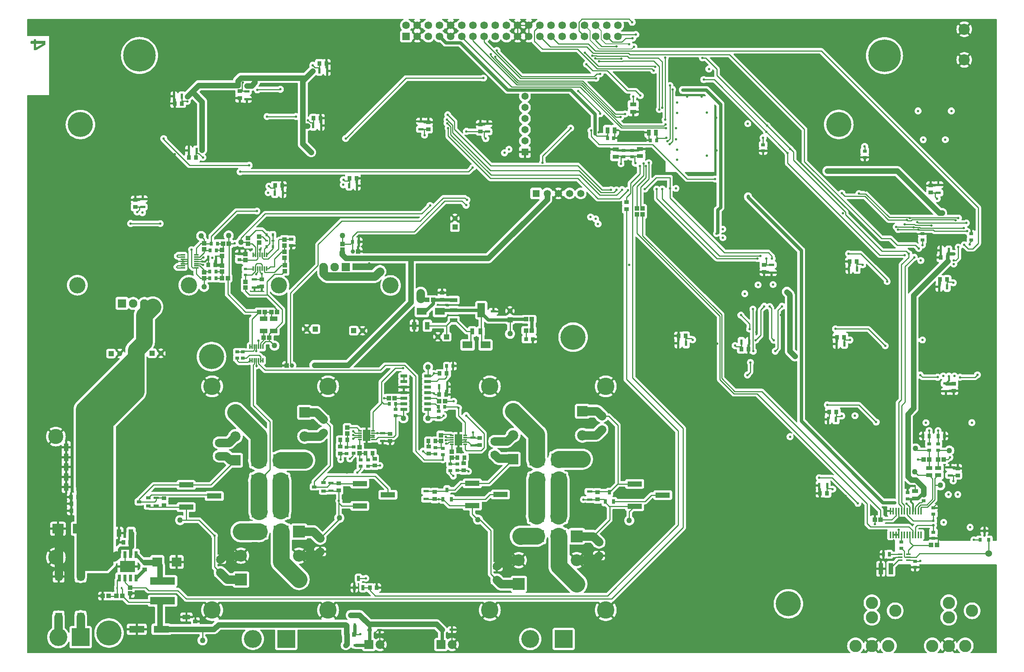
<source format=gbr>
%TF.GenerationSoftware,KiCad,Pcbnew,8.0.8*%
%TF.CreationDate,2025-05-17T22:55:18-04:00*%
%TF.ProjectId,amp board,616d7020-626f-4617-9264-2e6b69636164,rev?*%
%TF.SameCoordinates,Original*%
%TF.FileFunction,Copper,L4,Bot*%
%TF.FilePolarity,Positive*%
%FSLAX46Y46*%
G04 Gerber Fmt 4.6, Leading zero omitted, Abs format (unit mm)*
G04 Created by KiCad (PCBNEW 8.0.8) date 2025-05-17 22:55:18*
%MOMM*%
%LPD*%
G01*
G04 APERTURE LIST*
%TA.AperFunction,Conductor*%
%ADD10C,0.200000*%
%TD*%
%ADD11C,0.300000*%
%TA.AperFunction,ComponentPad*%
%ADD12R,0.584200X0.584200*%
%TD*%
%TA.AperFunction,ComponentPad*%
%ADD13C,0.635000*%
%TD*%
%TA.AperFunction,SMDPad,CuDef*%
%ADD14R,0.900000X1.000000*%
%TD*%
%TA.AperFunction,SMDPad,CuDef*%
%ADD15R,0.650000X1.200000*%
%TD*%
%TA.AperFunction,ComponentPad*%
%ADD16C,4.100000*%
%TD*%
%TA.AperFunction,ConnectorPad*%
%ADD17C,7.400000*%
%TD*%
%TA.AperFunction,ComponentPad*%
%ADD18R,2.355000X2.355000*%
%TD*%
%TA.AperFunction,ComponentPad*%
%ADD19C,2.355000*%
%TD*%
%TA.AperFunction,ComponentPad*%
%ADD20R,1.150000X1.150000*%
%TD*%
%TA.AperFunction,ComponentPad*%
%ADD21C,1.150000*%
%TD*%
%TA.AperFunction,ComponentPad*%
%ADD22R,3.450000X3.450000*%
%TD*%
%TA.AperFunction,ComponentPad*%
%ADD23C,3.450000*%
%TD*%
%TA.AperFunction,ComponentPad*%
%ADD24R,2.025000X2.025000*%
%TD*%
%TA.AperFunction,ComponentPad*%
%ADD25C,2.025000*%
%TD*%
%TA.AperFunction,ComponentPad*%
%ADD26R,4.064000X4.064000*%
%TD*%
%TA.AperFunction,ComponentPad*%
%ADD27C,4.064000*%
%TD*%
%TA.AperFunction,ComponentPad*%
%ADD28C,3.700000*%
%TD*%
%TA.AperFunction,ComponentPad*%
%ADD29C,3.600000*%
%TD*%
%TA.AperFunction,ConnectorPad*%
%ADD30C,5.700000*%
%TD*%
%TA.AperFunction,ComponentPad*%
%ADD31R,1.650000X1.650000*%
%TD*%
%TA.AperFunction,ComponentPad*%
%ADD32C,1.650000*%
%TD*%
%TA.AperFunction,ComponentPad*%
%ADD33C,2.550000*%
%TD*%
%TA.AperFunction,ComponentPad*%
%ADD34C,3.954000*%
%TD*%
%TA.AperFunction,ComponentPad*%
%ADD35R,1.935000X1.935000*%
%TD*%
%TA.AperFunction,ComponentPad*%
%ADD36C,1.935000*%
%TD*%
%TA.AperFunction,ComponentPad*%
%ADD37C,2.794000*%
%TD*%
%TA.AperFunction,ComponentPad*%
%ADD38R,1.725000X1.725000*%
%TD*%
%TA.AperFunction,ComponentPad*%
%ADD39C,1.725000*%
%TD*%
%TA.AperFunction,ComponentPad*%
%ADD40R,2.715000X2.715000*%
%TD*%
%TA.AperFunction,ComponentPad*%
%ADD41C,2.715000*%
%TD*%
%TA.AperFunction,ComponentPad*%
%ADD42R,1.000000X1.000000*%
%TD*%
%TA.AperFunction,ComponentPad*%
%ADD43C,1.000000*%
%TD*%
%TA.AperFunction,ComponentPad*%
%ADD44C,1.524000*%
%TD*%
%TA.AperFunction,SMDPad,CuDef*%
%ADD45R,0.750000X0.940000*%
%TD*%
%TA.AperFunction,SMDPad,CuDef*%
%ADD46R,1.700000X1.150000*%
%TD*%
%TA.AperFunction,TestPad*%
%ADD47C,1.270000*%
%TD*%
%TA.AperFunction,SMDPad,CuDef*%
%ADD48R,0.940000X0.750000*%
%TD*%
%TA.AperFunction,SMDPad,CuDef*%
%ADD49R,1.470000X0.970000*%
%TD*%
%TA.AperFunction,SMDPad,CuDef*%
%ADD50R,3.300000X1.190000*%
%TD*%
%TA.AperFunction,SMDPad,CuDef*%
%ADD51R,1.000000X0.950000*%
%TD*%
%TA.AperFunction,SMDPad,CuDef*%
%ADD52R,0.650000X0.900000*%
%TD*%
%TA.AperFunction,SMDPad,CuDef*%
%ADD53R,0.600000X1.250000*%
%TD*%
%TA.AperFunction,SMDPad,CuDef*%
%ADD54R,0.450000X0.600000*%
%TD*%
%TA.AperFunction,SMDPad,CuDef*%
%ADD55R,0.950000X1.000000*%
%TD*%
%TA.AperFunction,SMDPad,CuDef*%
%ADD56R,1.100000X1.000000*%
%TD*%
%TA.AperFunction,SMDPad,CuDef*%
%ADD57R,0.600000X1.000000*%
%TD*%
%TA.AperFunction,SMDPad,CuDef*%
%ADD58R,0.900000X0.650000*%
%TD*%
%TA.AperFunction,SMDPad,CuDef*%
%ADD59R,0.600000X0.700000*%
%TD*%
%TA.AperFunction,SMDPad,CuDef*%
%ADD60R,1.000000X1.100000*%
%TD*%
%TA.AperFunction,SMDPad,CuDef*%
%ADD61R,0.650000X1.100000*%
%TD*%
%TA.AperFunction,SMDPad,CuDef*%
%ADD62R,1.250000X0.600000*%
%TD*%
%TA.AperFunction,SMDPad,CuDef*%
%ADD63R,0.950000X1.400000*%
%TD*%
%TA.AperFunction,SMDPad,CuDef*%
%ADD64R,1.000000X0.900000*%
%TD*%
%TA.AperFunction,SMDPad,CuDef*%
%ADD65R,2.250000X1.600000*%
%TD*%
%TA.AperFunction,SMDPad,CuDef*%
%ADD66R,0.700000X0.600000*%
%TD*%
%TA.AperFunction,SMDPad,CuDef*%
%ADD67R,3.350000X2.700000*%
%TD*%
%TA.AperFunction,SMDPad,CuDef*%
%ADD68R,1.070000X1.820000*%
%TD*%
%TA.AperFunction,SMDPad,CuDef*%
%ADD69R,0.800000X0.900000*%
%TD*%
%TA.AperFunction,SMDPad,CuDef*%
%ADD70R,0.700000X1.650000*%
%TD*%
%TA.AperFunction,SMDPad,CuDef*%
%ADD71R,3.500000X2.600000*%
%TD*%
%TA.AperFunction,SMDPad,CuDef*%
%ADD72R,1.820000X1.070000*%
%TD*%
%TA.AperFunction,SMDPad,CuDef*%
%ADD73R,0.300000X1.075000*%
%TD*%
%TA.AperFunction,SMDPad,CuDef*%
%ADD74R,1.100000X0.650000*%
%TD*%
%TA.AperFunction,SMDPad,CuDef*%
%ADD75R,5.700000X1.700000*%
%TD*%
%TA.AperFunction,SMDPad,CuDef*%
%ADD76R,0.950000X0.950000*%
%TD*%
%TA.AperFunction,SMDPad,CuDef*%
%ADD77R,0.850000X0.300000*%
%TD*%
%TA.AperFunction,SMDPad,CuDef*%
%ADD78R,1.750000X2.500000*%
%TD*%
%TA.AperFunction,SMDPad,CuDef*%
%ADD79R,0.435000X1.500000*%
%TD*%
%TA.AperFunction,SMDPad,CuDef*%
%ADD80R,0.970000X1.470000*%
%TD*%
%TA.AperFunction,SMDPad,CuDef*%
%ADD81R,1.750000X0.950000*%
%TD*%
%TA.AperFunction,SMDPad,CuDef*%
%ADD82R,1.750000X3.200000*%
%TD*%
%TA.AperFunction,SMDPad,CuDef*%
%ADD83R,1.015000X2.540000*%
%TD*%
%TA.AperFunction,SMDPad,CuDef*%
%ADD84R,0.780000X0.980000*%
%TD*%
%TA.AperFunction,SMDPad,CuDef*%
%ADD85R,3.500000X1.600000*%
%TD*%
%TA.AperFunction,SMDPad,CuDef*%
%ADD86R,2.200000X2.150000*%
%TD*%
%TA.AperFunction,SMDPad,CuDef*%
%ADD87R,0.675000X1.000000*%
%TD*%
%TA.AperFunction,SMDPad,CuDef*%
%ADD88R,1.075000X0.300000*%
%TD*%
%TA.AperFunction,SMDPad,CuDef*%
%ADD89R,1.525000X0.650000*%
%TD*%
%TA.AperFunction,SMDPad,CuDef*%
%ADD90R,0.980000X0.780000*%
%TD*%
%TA.AperFunction,SMDPad,CuDef*%
%ADD91R,0.640000X0.420000*%
%TD*%
%TA.AperFunction,SMDPad,CuDef*%
%ADD92R,1.085000X0.550000*%
%TD*%
%TA.AperFunction,SMDPad,CuDef*%
%ADD93R,1.050000X0.400000*%
%TD*%
%TA.AperFunction,SMDPad,CuDef*%
%ADD94R,1.050000X1.800000*%
%TD*%
%TA.AperFunction,SMDPad,CuDef*%
%ADD95R,2.500000X2.200000*%
%TD*%
%TA.AperFunction,SMDPad,CuDef*%
%ADD96R,1.650000X1.700000*%
%TD*%
%TA.AperFunction,ViaPad*%
%ADD97C,0.558800*%
%TD*%
%TA.AperFunction,ViaPad*%
%ADD98C,0.762000*%
%TD*%
%TA.AperFunction,Conductor*%
%ADD99C,0.254000*%
%TD*%
%TA.AperFunction,Conductor*%
%ADD100C,1.905000*%
%TD*%
%TA.AperFunction,Conductor*%
%ADD101C,0.508000*%
%TD*%
%TA.AperFunction,Conductor*%
%ADD102C,1.270000*%
%TD*%
%TA.AperFunction,Conductor*%
%ADD103C,0.762000*%
%TD*%
%TA.AperFunction,Conductor*%
%ADD104C,0.381000*%
%TD*%
%TA.AperFunction,Conductor*%
%ADD105C,3.810000*%
%TD*%
G04 APERTURE END LIST*
D10*
%TO.N,/Main Board/33V*%
X222733000Y-270281600D02*
X222733000Y-301853800D01*
X221361400Y-303225400D01*
X215722600Y-303225400D01*
X214630400Y-302133200D01*
X214630400Y-271221400D01*
X216179800Y-269672000D01*
X222123400Y-269672000D01*
X222733000Y-270281600D01*
%TA.AperFunction,Conductor*%
G36*
X222733000Y-270281600D02*
G01*
X222733000Y-301853800D01*
X221361400Y-303225400D01*
X215722600Y-303225400D01*
X214630400Y-302133200D01*
X214630400Y-271221400D01*
X216179800Y-269672000D01*
X222123400Y-269672000D01*
X222733000Y-270281600D01*
G37*
%TD.AperFunction*%
D11*
G36*
X204922120Y-182102606D02*
G01*
X205112631Y-182133195D01*
X205174979Y-182204848D01*
X205174979Y-182505421D01*
X207206403Y-182505421D01*
X207255723Y-182531477D01*
X207291085Y-182614297D01*
X207312488Y-182765049D01*
X207314701Y-182801668D01*
X207319002Y-182992107D01*
X207318952Y-183014819D01*
X207313418Y-183201484D01*
X207296668Y-183344791D01*
X207267820Y-183432264D01*
X207227806Y-183476001D01*
X205379704Y-184528470D01*
X205286647Y-184572206D01*
X205194521Y-184598262D01*
X205084714Y-184611290D01*
X204942338Y-184615012D01*
X204781350Y-184605707D01*
X204688294Y-184576859D01*
X204647349Y-184528470D01*
X204638974Y-184463330D01*
X204638974Y-184065048D01*
X205174979Y-184065048D01*
X206723440Y-183172636D01*
X206723440Y-183167053D01*
X205174979Y-183167053D01*
X205174979Y-184065048D01*
X204638974Y-184065048D01*
X204638974Y-183167053D01*
X204028523Y-183167053D01*
X203982925Y-183153094D01*
X203950355Y-183100983D01*
X203930813Y-182998621D01*
X203924300Y-182840424D01*
X203930813Y-182678506D01*
X203950355Y-182576144D01*
X203982925Y-182521241D01*
X204028523Y-182505421D01*
X204638974Y-182505421D01*
X204638974Y-182204848D01*
X204705974Y-182130403D01*
X204719259Y-182125414D01*
X204904185Y-182102486D01*
X204922120Y-182102606D01*
G37*
%TD*%
D12*
%TO.P,Y1,1*%
%TO.N,/Main Board/FM Radio/RCLK*%
X409499200Y-291908200D03*
D13*
%TO.P,Y1,2,CRYSTAL_2*%
%TO.N,/Main Board/FM Radio/GPO3*%
X409499200Y-292898800D03*
%TD*%
D14*
%TO.P,R58,1,1*%
%TO.N,GND*%
X282765800Y-307111600D03*
%TO.P,R58,2,2*%
%TO.N,/Main Board/FAN PWM*%
X281165800Y-307111600D03*
%TD*%
D15*
%TO.P,Q6,3,D*%
%TO.N,Net-(Q5-G)*%
X278607800Y-305011600D03*
%TO.P,Q6,2,S*%
%TO.N,GND*%
X277647800Y-307111600D03*
%TO.P,Q6,1,G*%
%TO.N,/Main Board/FAN PWM*%
X279567800Y-307111600D03*
%TD*%
D16*
%TO.P,H2,1*%
%TO.N,unconnected-(H2-Pad1)*%
X398374000Y-185877400D03*
D17*
X398374000Y-185877400D03*
%TD*%
D18*
%TO.P,Q25,1,B*%
%TO.N,Net-(Q24-C)*%
X313826400Y-277841400D03*
D19*
%TO.P,Q25,2,C*%
%TO.N,VCC_Power_L*%
X313826400Y-272391400D03*
%TO.P,Q25,3,E*%
%TO.N,Net-(Q25-E)*%
X313826400Y-266941400D03*
%TD*%
D20*
%TO.P,C179,1,+*%
%TO.N,Net-(C179-+)*%
X300552600Y-224964400D03*
D21*
%TO.P,C179,2,-*%
%TO.N,GND*%
X300552600Y-222964400D03*
%TD*%
D22*
%TO.P,C188,1,+*%
%TO.N,/Main Board/33V*%
X219685000Y-272694600D03*
D23*
%TO.P,C188,2,-*%
%TO.N,GND*%
X209685000Y-272694600D03*
%TD*%
D24*
%TO.P,J4,1,1*%
%TO.N,Net-(D1-A)*%
X297361000Y-320081900D03*
D25*
%TO.P,J4,2,2*%
%TO.N,GND*%
X299901000Y-320081900D03*
%TD*%
D26*
%TO.P,J13,1,GND*%
%TO.N,Net-(BR1-~{_1})*%
X215316200Y-318414600D03*
D27*
%TO.P,J13,2,Vpower*%
%TO.N,Net-(BR1-~{_2})*%
X210236200Y-318414600D03*
%TD*%
D28*
%TO.P,U13,1,1*%
%TO.N,unconnected-(U13-Pad1)*%
X260502800Y-238252200D03*
%TO.P,U13,2,2*%
%TO.N,unconnected-(U13-Pad2)*%
X285902800Y-238252200D03*
%TD*%
D29*
%TO.P,H13,1*%
%TO.N,unconnected-(H13-Pad1)*%
X245135800Y-254482800D03*
D30*
X245135800Y-254482800D03*
%TD*%
D29*
%TO.P,H9,1*%
%TO.N,unconnected-(H9-Pad1)*%
X387960000Y-201549200D03*
D30*
X387960000Y-201549200D03*
%TD*%
D31*
%TO.P,J9,1,1*%
%TO.N,/Main Board/Micro/nMCLR*%
X319024400Y-217271800D03*
D32*
%TO.P,J9,2,2*%
%TO.N,3V3*%
X321564400Y-217271800D03*
%TO.P,J9,3,3*%
%TO.N,GND*%
X324104400Y-217271800D03*
%TO.P,J9,4,4*%
%TO.N,/Main Board/Micro/PGD*%
X326644400Y-217271800D03*
%TO.P,J9,5,5*%
%TO.N,/Main Board/Micro/PGC*%
X329184400Y-217271800D03*
%TD*%
D29*
%TO.P,H11,1*%
%TO.N,unconnected-(H11-Pad1)*%
X327457200Y-250037800D03*
D30*
X327457200Y-250037800D03*
%TD*%
D18*
%TO.P,Q19,1,B*%
%TO.N,Net-(Q18-C)*%
X250580400Y-278095400D03*
D19*
%TO.P,Q19,2,C*%
%TO.N,/Main Board/VCC_Power_R*%
X250580400Y-272645400D03*
%TO.P,Q19,3,E*%
%TO.N,Net-(Q19-E)*%
X250580400Y-267195400D03*
%TD*%
D33*
%TO.P,J5,5,GND*%
%TO.N,GND*%
X416535000Y-179842600D03*
%TO.P,J5,6,GND*%
X416535000Y-186842600D03*
%TD*%
D34*
%TO.P,H3,1,1*%
%TO.N,GND*%
X271662400Y-312253400D03*
%TO.P,H3,2,2*%
X271662400Y-261253400D03*
%TO.P,H3,3,3*%
X245262400Y-261253400D03*
%TO.P,H3,4,4*%
X245262400Y-312253400D03*
%TD*%
D24*
%TO.P,J12,1,1*%
%TO.N,Net-(D1-A)*%
X280969200Y-320097000D03*
D25*
%TO.P,J12,2,2*%
%TO.N,GND*%
X283509200Y-320097000D03*
%TD*%
D35*
%TO.P,IC33,1,ADJ*%
%TO.N,Net-(C143-+)*%
X224742400Y-242341600D03*
D36*
%TO.P,IC33,2,VOUT*%
%TO.N,/Main Board/VCC_Power_R*%
X227282400Y-242341600D03*
%TO.P,IC33,3,VIN*%
%TO.N,/Main Board/33V*%
X229822400Y-242341600D03*
%TD*%
D37*
%TO.P,J6,1,GND*%
%TO.N,GND*%
X395516500Y-320396000D03*
%TO.P,J6,2,NC*%
%TO.N,unconnected-(J6-NC-Pad2)*%
X399263000Y-320396000D03*
%TO.P,J6,3,SIG*%
%TO.N,Net-(J6-SIG)*%
X395516500Y-310591600D03*
%TO.P,J6,4,NC*%
%TO.N,unconnected-(J6-NC-Pad4)*%
X400825100Y-312395000D03*
%TO.P,J6,5,NC*%
%TO.N,unconnected-(J6-NC-Pad5)*%
X395516500Y-313893600D03*
%TO.P,J6,6,NC*%
%TO.N,unconnected-(J6-NC-Pad6)*%
X391770000Y-320396000D03*
%TD*%
D38*
%TO.P,J3,1,1*%
%TO.N,VCC_Power_L*%
X289433400Y-181483200D03*
D39*
%TO.P,J3,2,2*%
X289433400Y-178943200D03*
%TO.P,J3,3,3*%
%TO.N,GND*%
X291973400Y-181483200D03*
%TO.P,J3,4,4*%
X291973400Y-178943200D03*
%TO.P,J3,5,5*%
%TO.N,nMULTI2*%
X294513400Y-181483200D03*
%TO.P,J3,6,6*%
%TO.N,nDISPLAY*%
X294513400Y-178943200D03*
%TO.P,J3,7,7*%
%TO.N,3V3*%
X297053400Y-181483200D03*
%TO.P,J3,8,8*%
%TO.N,nSOURCE*%
X297053400Y-178943200D03*
%TO.P,J3,9,9*%
%TO.N,GND*%
X299593400Y-181483200D03*
%TO.P,J3,10,10*%
X299593400Y-178943200D03*
%TO.P,J3,11,11*%
%TO.N,DISPLAY_LAT*%
X302133400Y-181483200D03*
%TO.P,J3,12,12*%
%TO.N,LATCH*%
X302133400Y-178943200D03*
%TO.P,J3,13,13*%
%TO.N,DISPLAY_BLANK*%
X304673400Y-181483200D03*
%TO.P,J3,14,14*%
%TO.N,unconnected-(J3-Pad14)*%
X304673400Y-178943200D03*
%TO.P,J3,15,15*%
%TO.N,BLANK*%
X307213400Y-181483200D03*
%TO.P,J3,16,16*%
%TO.N,unconnected-(J3-Pad16)*%
X307213400Y-178943200D03*
%TO.P,J3,17,17*%
%TO.N,IR_IN*%
X309753400Y-181483200D03*
%TO.P,J3,18,18*%
%TO.N,TUNE_A*%
X309753400Y-178943200D03*
%TO.P,J3,19,19*%
%TO.N,PLAY_PAUSE*%
X312293400Y-181483200D03*
%TO.P,J3,20,20*%
%TO.N,TUNE_B*%
X312293400Y-178943200D03*
%TO.P,J3,21,21*%
%TO.N,GND*%
X314833400Y-181483200D03*
%TO.P,J3,22,22*%
X314833400Y-178943200D03*
%TO.P,J3,23,23*%
X317373400Y-181483200D03*
%TO.P,J3,24,24*%
X317373400Y-178943200D03*
%TO.P,J3,25,25*%
%TO.N,BT_R*%
X319913400Y-181483200D03*
%TO.P,J3,26,26*%
%TO.N,BAR*%
X319913400Y-178943200D03*
%TO.P,J3,27,27*%
%TO.N,BT_L*%
X322453400Y-181483200D03*
%TO.P,J3,28,28*%
%TO.N,BAR_SCLK*%
X322453400Y-178943200D03*
%TO.P,J3,29,29*%
%TO.N,2V5*%
X324993400Y-181483200D03*
%TO.P,J3,30,30*%
%TO.N,FWD*%
X324993400Y-178943200D03*
%TO.P,J3,31,31*%
%TO.N,VCC Signal*%
X327533400Y-181483200D03*
%TO.P,J3,32,32*%
%TO.N,REV*%
X327533400Y-178943200D03*
%TO.P,J3,33,33*%
%TO.N,VOL_A*%
X330073400Y-181483200D03*
%TO.P,J3,34,34*%
%TO.N,VOL+*%
X330073400Y-178943200D03*
%TO.P,J3,35,35*%
%TO.N,VOL_B*%
X332613400Y-181483200D03*
%TO.P,J3,36,36*%
%TO.N,VOL-*%
X332613400Y-178943200D03*
%TO.P,J3,37,37*%
%TO.N,UART_TXD*%
X335153400Y-181483200D03*
%TO.P,J3,38,38*%
%TO.N,nMULTI1*%
X335153400Y-178943200D03*
%TO.P,J3,39,39*%
%TO.N,UART_RXD*%
X337693400Y-181483200D03*
%TO.P,J3,40,40*%
%TO.N,MFB*%
X337693400Y-178943200D03*
%TD*%
D29*
%TO.P,H8,1*%
%TO.N,unconnected-(H8-Pad1)*%
X376479200Y-310794600D03*
D30*
X376479200Y-310794600D03*
%TD*%
D26*
%TO.P,J18,1,GND*%
%TO.N,/Main Board/Von_L*%
X325307200Y-318833400D03*
D27*
%TO.P,J18,2,Vpower*%
%TO.N,/Main Board/Vop_L*%
X317687200Y-318833400D03*
%TD*%
D18*
%TO.P,Q21,1,B*%
%TO.N,Net-(Q21-B)*%
X266328400Y-267195400D03*
D19*
%TO.P,Q21,2,C*%
%TO.N,/Main Board/VCC_Power_R*%
X266328400Y-272645400D03*
%TO.P,Q21,3,E*%
%TO.N,Net-(Q21-E)*%
X266328400Y-278095400D03*
%TD*%
D26*
%TO.P,J17,1,GND*%
%TO.N,/Main Board/Von_R*%
X262137400Y-318808000D03*
D27*
%TO.P,J17,2,Vpower*%
%TO.N,/Main Board/Vop_R*%
X254517400Y-318808000D03*
%TD*%
D40*
%TO.P,Q26,1,B*%
%TO.N,/Main Board/Output Stage/Pos L*%
X315096400Y-306311400D03*
D41*
%TO.P,Q26,2,C*%
%TO.N,GND*%
X315096400Y-300861400D03*
%TO.P,Q26,3,E*%
%TO.N,Net-(Q26-E)*%
X315096400Y-295411400D03*
%TD*%
D40*
%TO.P,Q22,1,B*%
%TO.N,/Main Board/Output Stage/Neg R*%
X265058400Y-294373400D03*
D41*
%TO.P,Q22,2,C*%
%TO.N,GND*%
X265058400Y-299823400D03*
%TO.P,Q22,3,E*%
%TO.N,Net-(Q22-E)*%
X265058400Y-305273400D03*
%TD*%
D40*
%TO.P,Q28,1,B*%
%TO.N,/Main Board/Output Stage/Neg L*%
X328304400Y-295411400D03*
D41*
%TO.P,Q28,2,C*%
%TO.N,GND*%
X328304400Y-300861400D03*
%TO.P,Q28,3,E*%
%TO.N,Net-(Q28-E)*%
X328304400Y-306311400D03*
%TD*%
D28*
%TO.P,U11,1,1*%
%TO.N,unconnected-(U11-Pad1)*%
X239982400Y-238189600D03*
%TO.P,U11,2,2*%
%TO.N,unconnected-(U11-Pad2)*%
X214582400Y-238189600D03*
%TD*%
D18*
%TO.P,Q27,1,B*%
%TO.N,Net-(Q27-B)*%
X329574400Y-266941400D03*
D19*
%TO.P,Q27,2,C*%
%TO.N,VCC_Power_L*%
X329574400Y-272391400D03*
%TO.P,Q27,3,E*%
%TO.N,Net-(Q27-E)*%
X329574400Y-277841400D03*
%TD*%
D42*
%TO.P,RT1,1,1*%
%TO.N,GND*%
X278511400Y-230479800D03*
D43*
%TO.P,RT1,2,2*%
%TO.N,/Main Board/Micro/REG TEMP*%
X277311400Y-230479800D03*
%TD*%
D44*
%TO.P,J14,1,sig*%
%TO.N,/Main Board/FM Radio/FM_SW ANT*%
X422072200Y-299364600D03*
%TD*%
D31*
%TO.P,J8,1,1*%
%TO.N,GND*%
X316484400Y-207848400D03*
D32*
%TO.P,J8,2,2*%
%TO.N,unconnected-(J8-Pad2)*%
X316484400Y-205308400D03*
%TO.P,J8,3,3*%
%TO.N,unconnected-(J8-Pad3)*%
X316484400Y-202768400D03*
%TO.P,J8,4,4*%
%TO.N,/Main Board/Micro/TXD*%
X316484400Y-200228400D03*
%TO.P,J8,5,5*%
%TO.N,/Main Board/Micro/RXD*%
X316484400Y-197688400D03*
%TO.P,J8,6,6*%
%TO.N,unconnected-(J8-Pad6)*%
X316484400Y-195148400D03*
%TD*%
D37*
%TO.P,J7,1,GND*%
%TO.N,GND*%
X413004400Y-320396000D03*
%TO.P,J7,2,NC*%
%TO.N,unconnected-(J7-NC-Pad2)*%
X416750900Y-320396000D03*
%TO.P,J7,3,SIG*%
%TO.N,Net-(J7-SIG)*%
X413004400Y-310591600D03*
%TO.P,J7,4,NC*%
%TO.N,unconnected-(J7-NC-Pad4)*%
X418313000Y-312395000D03*
%TO.P,J7,5,NC*%
%TO.N,unconnected-(J7-NC-Pad5)*%
X413004400Y-313893600D03*
%TO.P,J7,6,NC*%
%TO.N,unconnected-(J7-NC-Pad6)*%
X409257900Y-320396000D03*
%TD*%
D20*
%TO.P,C143,1,+*%
%TO.N,Net-(C143-+)*%
X222236400Y-253771600D03*
D21*
%TO.P,C143,2,-*%
%TO.N,GND*%
X224236400Y-253771600D03*
%TD*%
D35*
%TO.P,IC34,1,ADJ*%
%TO.N,Net-(C147-+)*%
X275742800Y-234100200D03*
D36*
%TO.P,IC34,2,VOUT*%
%TO.N,VCC_Power_L*%
X273202800Y-234100200D03*
%TO.P,IC34,3,VIN*%
%TO.N,/Main Board/33V*%
X270662800Y-234100200D03*
%TD*%
D16*
%TO.P,H1,1*%
%TO.N,unconnected-(H1-Pad1)*%
X228727400Y-185826600D03*
D17*
X228727400Y-185826600D03*
%TD*%
D40*
%TO.P,Q20,1,B*%
%TO.N,/Main Board/Output Stage/Pos R*%
X251850400Y-305273400D03*
D41*
%TO.P,Q20,2,C*%
%TO.N,GND*%
X251850400Y-299823400D03*
%TO.P,Q20,3,E*%
%TO.N,Net-(Q20-E)*%
X251850400Y-294373400D03*
%TD*%
D34*
%TO.P,H4,1,1*%
%TO.N,GND*%
X334900400Y-312253400D03*
%TO.P,H4,2,2*%
X334900400Y-261253400D03*
%TO.P,H4,3,3*%
X308500400Y-261253400D03*
%TO.P,H4,4,4*%
X308500400Y-312253400D03*
%TD*%
D22*
%TO.P,C189,1,+*%
%TO.N,/Main Board/33V*%
X219685000Y-300228200D03*
D23*
%TO.P,C189,2,-*%
%TO.N,GND*%
X209685000Y-300228200D03*
%TD*%
D20*
%TO.P,C146,1,+*%
%TO.N,VCC_Power_L*%
X268802000Y-248183600D03*
D21*
%TO.P,C146,2,-*%
%TO.N,GND*%
X266802000Y-248183600D03*
%TD*%
D29*
%TO.P,H7,1*%
%TO.N,unconnected-(H7-Pad1)*%
X221793200Y-317474800D03*
D30*
X221793200Y-317474800D03*
%TD*%
D42*
%TO.P,RT2,1,1*%
%TO.N,GND*%
X262214200Y-256514800D03*
D43*
%TO.P,RT2,2,2*%
%TO.N,/Main Board/Micro/OUTPUT TEMP*%
X263414200Y-256514800D03*
%TD*%
D20*
%TO.P,C142,1,+*%
%TO.N,/Main Board/VCC_Power_R*%
X231597600Y-253720800D03*
D21*
%TO.P,C142,2,-*%
%TO.N,GND*%
X233597600Y-253720800D03*
%TD*%
D20*
%TO.P,C147,1,+*%
%TO.N,Net-(C147-+)*%
X277520800Y-248564600D03*
D21*
%TO.P,C147,2,-*%
%TO.N,GND*%
X279520800Y-248564600D03*
%TD*%
D29*
%TO.P,H10,1*%
%TO.N,unconnected-(H10-Pad1)*%
X215265400Y-201574600D03*
D30*
X215265400Y-201574600D03*
%TD*%
D45*
%TO.P,C61,1,1*%
%TO.N,Net-(C59-Pad1)*%
X246140600Y-235051800D03*
%TO.P,C61,2,2*%
%TO.N,Net-(IC20-2IN-)*%
X244740600Y-235051800D03*
%TD*%
D46*
%TO.P,R242,1,1*%
%TO.N,/Main Board/VCC_Power_R*%
X270646400Y-271819400D03*
%TO.P,R242,2,2*%
%TO.N,Net-(Q21-B)*%
X270646400Y-268819400D03*
%TD*%
D47*
%TO.P,TP23,1*%
%TO.N,/Main Board/Bandpass Filters/16kHz BP*%
X243439258Y-238557000D03*
%TD*%
D48*
%TO.P,C116,1,1*%
%TO.N,GND*%
X418084400Y-226477800D03*
%TO.P,C116,2,2*%
%TO.N,/Main Board/5V_Signal*%
X418084400Y-227877800D03*
%TD*%
D49*
%TO.P,C205,1,1*%
%TO.N,GND*%
X342705400Y-207120000D03*
%TO.P,C205,2,2*%
%TO.N,3V3*%
X342705400Y-208780000D03*
%TD*%
D50*
%TO.P,VR6,1,CCW*%
%TO.N,/Main Board/Output Stage/Neg L*%
X341472400Y-288557800D03*
%TO.P,VR6,2,WIPER*%
%TO.N,Net-(Q29-B)*%
X347872400Y-286017800D03*
%TO.P,VR6,3,CW*%
%TO.N,Net-(Q27-B)*%
X341472400Y-283477800D03*
%TD*%
D51*
%TO.P,C229,1,1*%
%TO.N,Net-(Q27-B)*%
X332988400Y-285415400D03*
%TO.P,C229,2,2*%
%TO.N,/Main Board/Output Stage/Neg L*%
X332988400Y-287015400D03*
%TD*%
D52*
%TO.P,R237,1,1*%
%TO.N,/Main Board/Output Stage/AUD R*%
X285604800Y-265214000D03*
%TO.P,R237,2,2*%
%TO.N,Net-(IC45--IN_C)*%
X287054800Y-265214000D03*
%TD*%
D53*
%TO.P,C235,1,1*%
%TO.N,VCC Signal*%
X238390400Y-195148400D03*
%TO.P,C235,2,2*%
%TO.N,GND*%
X236590400Y-195148400D03*
%TD*%
D54*
%TO.P,C124,1,1*%
%TO.N,Net-(IC30-FB)*%
X223668200Y-307256000D03*
%TO.P,C124,2,2*%
%TO.N,/Main Board/Fan Drivers/12V*%
X224618200Y-307256000D03*
%TD*%
D55*
%TO.P,C107,1,1*%
%TO.N,VCC Signal*%
X387377600Y-267088000D03*
%TO.P,C107,2,2*%
%TO.N,GND*%
X385777600Y-267088000D03*
%TD*%
D47*
%TO.P,TP117,1*%
%TO.N,/Main Board/Output Stage/Neg R*%
X274227800Y-291223600D03*
%TD*%
D56*
%TO.P,R38,1,1*%
%TO.N,/Main Board/Bandpass Filters/AVG OUT*%
X248834600Y-236575800D03*
%TO.P,R38,2,2*%
%TO.N,Net-(C59-Pad1)*%
X247534600Y-236575800D03*
%TD*%
D55*
%TO.P,C239,1,1*%
%TO.N,VCC Signal*%
X238344400Y-196774000D03*
%TO.P,C239,2,2*%
%TO.N,GND*%
X236744400Y-196774000D03*
%TD*%
D48*
%TO.P,C150,1,1*%
%TO.N,GND*%
X405333600Y-302503000D03*
%TO.P,C150,2,2*%
%TO.N,3V3*%
X405333600Y-301103000D03*
%TD*%
D55*
%TO.P,C90,1,1*%
%TO.N,VCC Signal*%
X391998400Y-232816600D03*
%TO.P,C90,2,2*%
%TO.N,GND*%
X390398400Y-232816600D03*
%TD*%
D45*
%TO.P,C207,1,1*%
%TO.N,GND*%
X278651000Y-228295400D03*
%TO.P,C207,2,2*%
%TO.N,/Main Board/Micro/REG TEMP*%
X277251000Y-228295400D03*
%TD*%
D57*
%TO.P,Q5,3,D*%
%TO.N,Net-(D1-A)*%
X276809600Y-313379200D03*
%TO.P,Q5,2,S*%
%TO.N,/Main Board/Fan Drivers/12V*%
X275854600Y-315779200D03*
%TO.P,Q5,1,G*%
%TO.N,Net-(Q5-G)*%
X277764600Y-315779200D03*
%TD*%
D55*
%TO.P,C117,1,1*%
%TO.N,VCC Signal*%
X353060200Y-249758400D03*
%TO.P,C117,2,2*%
%TO.N,GND*%
X351460200Y-249758400D03*
%TD*%
D58*
%TO.P,R33,1,1*%
%TO.N,Net-(IC18-3IN+)*%
X252290600Y-253377058D03*
%TO.P,R33,2,2*%
%TO.N,/Main Board/Bandpass Filters/Left Pos*%
X252290600Y-254827058D03*
%TD*%
D48*
%TO.P,C1,1,1*%
%TO.N,/Main Board/FM Radio/FM_SW ANT*%
X402234800Y-298159600D03*
%TO.P,C1,2,2*%
%TO.N,Net-(IC36-FMI)*%
X402234800Y-296759600D03*
%TD*%
D45*
%TO.P,C57,1,1*%
%TO.N,Net-(C56-Pad1)*%
X246202600Y-230225800D03*
%TO.P,C57,2,2*%
%TO.N,Net-(IC20-1IN-)*%
X244802600Y-230225800D03*
%TD*%
D55*
%TO.P,C195,1,1*%
%TO.N,/Main Board/33V*%
X214795400Y-289611000D03*
%TO.P,C195,2,2*%
%TO.N,GND*%
X213195400Y-289611000D03*
%TD*%
D59*
%TO.P,D64,1,K*%
%TO.N,Net-(D57-A)*%
X257669200Y-226695200D03*
%TO.P,D64,2,A*%
%TO.N,Net-(D57-K)*%
X259069200Y-226695200D03*
%TD*%
D58*
%TO.P,R16,1,1*%
%TO.N,Net-(C222-Pad1)*%
X280772000Y-277989400D03*
%TO.P,R16,2,2*%
%TO.N,/Main Board/Bandpass Filters/14V Offset*%
X280772000Y-279439400D03*
%TD*%
D55*
%TO.P,C240,1,1*%
%TO.N,VCC Signal*%
X269676000Y-187645000D03*
%TO.P,C240,2,2*%
%TO.N,GND*%
X271276000Y-187645000D03*
%TD*%
D51*
%TO.P,C233,1,1*%
%TO.N,Net-(C231-Pad2)*%
X294613600Y-274996600D03*
%TO.P,C233,2,2*%
%TO.N,/Main Board/Bandpass Filters/14V Offset*%
X294613600Y-276596600D03*
%TD*%
D58*
%TO.P,R151,1,1*%
%TO.N,Net-(C154-Pad1)*%
X408547200Y-275825000D03*
%TO.P,R151,2,2*%
%TO.N,Net-(IC37-+_IN_C)*%
X408547200Y-274375000D03*
%TD*%
D60*
%TO.P,R222,1,1*%
%TO.N,/Main Board/Micro/REG TEMP*%
X274938000Y-228778000D03*
%TO.P,R222,2,2*%
%TO.N,3V3*%
X274938000Y-230078000D03*
%TD*%
D61*
%TO.P,Q24,1,B*%
%TO.N,Net-(Q24-B)*%
X299718600Y-286942600D03*
%TO.P,Q24,2,E*%
%TO.N,/Main Board/Output Stage/Pos L*%
X297798600Y-286942600D03*
%TO.P,Q24,3,C*%
%TO.N,Net-(Q24-C)*%
X298758600Y-284842600D03*
%TD*%
D58*
%TO.P,R29,1,1*%
%TO.N,Net-(C231-Pad1)*%
X297815400Y-275373200D03*
%TO.P,R29,2,2*%
%TO.N,/Main Board/Vop_L*%
X297815400Y-276823200D03*
%TD*%
D47*
%TO.P,TP61,1*%
%TO.N,Net-(C154-Pad1)*%
X405435200Y-275387000D03*
%TD*%
%TO.P,TP19,1*%
%TO.N,/Main Board/Bandpass Filters/AVG OUT*%
X249027258Y-226847600D03*
%TD*%
D62*
%TO.P,C265,1,1*%
%TO.N,VCC Signal*%
X229443200Y-220341400D03*
%TO.P,C265,2,2*%
%TO.N,GND*%
X229443200Y-218541400D03*
%TD*%
D55*
%TO.P,C214,1,1*%
%TO.N,VCC Signal*%
X296980598Y-263139600D03*
%TO.P,C214,2,2*%
%TO.N,GND*%
X298580598Y-263139600D03*
%TD*%
%TO.P,C122,1,1*%
%TO.N,/Main Board/33V*%
X226631800Y-296773800D03*
%TO.P,C122,2,2*%
%TO.N,GND*%
X225031800Y-296773800D03*
%TD*%
D60*
%TO.P,R42,1,1*%
%TO.N,GND*%
X247534600Y-231495800D03*
%TO.P,R42,2,2*%
%TO.N,Net-(C56-Pad1)*%
X247534600Y-230195800D03*
%TD*%
%TO.P,R335,1,1*%
%TO.N,Net-(U14--IN_A)*%
X276028600Y-270672600D03*
%TO.P,R335,2,2*%
%TO.N,Net-(C221-Pad1)*%
X276028600Y-271972600D03*
%TD*%
D62*
%TO.P,C230,1,1*%
%TO.N,Net-(Q27-B)*%
X331210400Y-285233800D03*
%TO.P,C230,2,2*%
%TO.N,/Main Board/Output Stage/Neg L*%
X331210400Y-287033800D03*
%TD*%
D56*
%TO.P,R36,1,1*%
%TO.N,Net-(C49-Pad2)*%
X257234600Y-244311458D03*
%TO.P,R36,2,2*%
%TO.N,/Main Board/Bandpass Filters/AVG OUT*%
X255934600Y-244311458D03*
%TD*%
D60*
%TO.P,R337,1,1*%
%TO.N,Net-(U15--IN_A)*%
X297383600Y-272410600D03*
%TO.P,R337,2,2*%
%TO.N,Net-(C231-Pad1)*%
X297383600Y-273710600D03*
%TD*%
D62*
%TO.P,C218,1,1*%
%TO.N,Net-(Q21-B)*%
X272356400Y-283257400D03*
%TO.P,C218,2,2*%
%TO.N,/Main Board/Output Stage/Neg R*%
X272356400Y-285057400D03*
%TD*%
D63*
%TO.P,R325,1,1*%
%TO.N,Net-(C275-+)*%
X306391400Y-248755000D03*
%TO.P,R325,2,2*%
%TO.N,Net-(C274-+)*%
X304491400Y-248755000D03*
%TD*%
D49*
%TO.P,C202,1,1*%
%TO.N,GND*%
X337179400Y-207250000D03*
%TO.P,C202,2,2*%
%TO.N,3V3*%
X337179400Y-208910000D03*
%TD*%
D47*
%TO.P,TP60,1*%
%TO.N,Net-(C153-Pad1)*%
X413119200Y-275862000D03*
%TD*%
D50*
%TO.P,VR3,1,CCW*%
%TO.N,/Main Board/Output Stage/Pos R*%
X239354400Y-288785400D03*
%TO.P,VR3,2,WIPER*%
%TO.N,Net-(Q18-B)*%
X245754400Y-286245400D03*
%TO.P,VR3,3,CW*%
%TO.N,Net-(Q18-C)*%
X239354400Y-283705400D03*
%TD*%
D56*
%TO.P,R228,1,1*%
%TO.N,/Main Board/Bandpass Filters/14V Offset*%
X298280598Y-264663600D03*
%TO.P,R228,2,2*%
%TO.N,Net-(IC45-+_IN_B)*%
X296980598Y-264663600D03*
%TD*%
D47*
%TO.P,TP132,1*%
%TO.N,Net-(C275-+)*%
X313091400Y-249263000D03*
%TD*%
D64*
%TO.P,R57,1,1*%
%TO.N,Net-(IC41-SEG8{slash}AN14{slash}RP14{slash}OCM1C{slash}RB14)*%
X339598400Y-219291200D03*
%TO.P,R57,2,2*%
%TO.N,/Main Board/FAN PWM*%
X339598400Y-220891200D03*
%TD*%
D51*
%TO.P,C223,1,1*%
%TO.N,Net-(C221-Pad2)*%
X274447400Y-274968000D03*
%TO.P,C223,2,2*%
%TO.N,/Main Board/Bandpass Filters/14V Offset*%
X274447400Y-276568000D03*
%TD*%
D65*
%TO.P,D82,1,K*%
%TO.N,Net-(D82-K)*%
X293007400Y-244184600D03*
%TO.P,D82,2,A*%
%TO.N,Net-(C275-+)*%
X297107400Y-244184600D03*
%TD*%
D46*
%TO.P,R235,1,1*%
%TO.N,/Main Board/Output Stage/Pos R*%
X247075200Y-303671000D03*
%TO.P,R235,2,2*%
%TO.N,GND*%
X247075200Y-300671000D03*
%TD*%
D66*
%TO.P,D53,1,K*%
%TO.N,Net-(D53-K)*%
X252864000Y-235859700D03*
%TO.P,D53,2,A*%
%TO.N,Net-(D53-A)*%
X252864000Y-234459700D03*
%TD*%
D62*
%TO.P,C53,1,1*%
%TO.N,VCC Signal*%
X253162200Y-194008600D03*
%TO.P,C53,2,2*%
%TO.N,GND*%
X253162200Y-195808600D03*
%TD*%
D45*
%TO.P,C206,1,1*%
%TO.N,GND*%
X345053400Y-205156000D03*
%TO.P,C206,2,2*%
%TO.N,3V3*%
X346453400Y-205156000D03*
%TD*%
D60*
%TO.P,R283,1,1*%
%TO.N,/Main Board/Low Pass Filtering and Attenuation/63Hz PK*%
X253441600Y-228767600D03*
%TO.P,R283,2,2*%
%TO.N,Net-(D57-A)*%
X253441600Y-227467600D03*
%TD*%
D67*
%TO.P,R251,1,1*%
%TO.N,/Main Board/Vop_L*%
X319135000Y-290803200D03*
%TO.P,R251,2,2*%
%TO.N,Net-(Q26-E)*%
X319135000Y-295403200D03*
%TD*%
D56*
%TO.P,R324,1,1*%
%TO.N,/Main Board/33V*%
X294265400Y-241519000D03*
%TO.P,R324,2,2*%
%TO.N,Net-(D82-K)*%
X295565400Y-241519000D03*
%TD*%
D53*
%TO.P,C236,1,1*%
%TO.N,VCC Signal*%
X269661200Y-189331800D03*
%TO.P,C236,2,2*%
%TO.N,GND*%
X271461200Y-189331800D03*
%TD*%
%TO.P,C253,1,1*%
%TO.N,VCC Signal*%
X268289600Y-201828600D03*
%TO.P,C253,2,2*%
%TO.N,GND*%
X270089600Y-201828600D03*
%TD*%
D56*
%TO.P,R34,1,1*%
%TO.N,Net-(IC18-4IN-)*%
X256950600Y-250153458D03*
%TO.P,R34,2,2*%
%TO.N,/Main Board/Bandpass Filters/63Hz BP*%
X258250600Y-250153458D03*
%TD*%
D55*
%TO.P,C255,1,1*%
%TO.N,VCC Signal*%
X259631000Y-215477800D03*
%TO.P,C255,2,2*%
%TO.N,GND*%
X261231000Y-215477800D03*
%TD*%
%TO.P,C231,1,1*%
%TO.N,Net-(C231-Pad1)*%
X296137600Y-273710600D03*
%TO.P,C231,2,2*%
%TO.N,Net-(C231-Pad2)*%
X294537600Y-273710600D03*
%TD*%
D56*
%TO.P,R327,1,1*%
%TO.N,Net-(C275-+)*%
X316759400Y-245961000D03*
%TO.P,R327,2,2*%
%TO.N,VCC Signal*%
X318059400Y-245961000D03*
%TD*%
D52*
%TO.P,R31,1,1*%
%TO.N,GND*%
X300129000Y-256616400D03*
%TO.P,R31,2,2*%
%TO.N,Net-(IC45--IN_A)*%
X298679000Y-256616400D03*
%TD*%
D68*
%TO.P,C190,1,1*%
%TO.N,GND*%
X212048200Y-275133000D03*
%TO.P,C190,2,2*%
%TO.N,/Main Board/33V*%
X214808200Y-275133000D03*
%TD*%
D60*
%TO.P,R287,1,1*%
%TO.N,Net-(D65-K)*%
X256007000Y-227162800D03*
%TO.P,R287,2,2*%
%TO.N,Net-(IC49-3IN+)*%
X256007000Y-228462800D03*
%TD*%
D69*
%TO.P,D24,1,CH1*%
%TO.N,/Main Board/FM Radio/FM_SW ANT*%
X422072200Y-296215000D03*
%TO.P,D24,2,VP*%
%TO.N,3V3*%
X420172200Y-296215000D03*
%TO.P,D24,3,VN*%
%TO.N,GND*%
X421122200Y-294215000D03*
%TD*%
D47*
%TO.P,TP114,1*%
%TO.N,/Main Board/Output Stage/VIN R INV*%
X288832800Y-268516000D03*
%TD*%
D53*
%TO.P,C237,1,1*%
%TO.N,VCC Signal*%
X276468600Y-215488850D03*
%TO.P,C237,2,2*%
%TO.N,GND*%
X278268600Y-215488850D03*
%TD*%
D68*
%TO.P,C191,1,1*%
%TO.N,GND*%
X212048200Y-277393600D03*
%TO.P,C191,2,2*%
%TO.N,/Main Board/33V*%
X214808200Y-277393600D03*
%TD*%
D51*
%TO.P,C51,1,1*%
%TO.N,VCC Signal*%
X251536600Y-193954600D03*
%TO.P,C51,2,2*%
%TO.N,GND*%
X251536600Y-195554600D03*
%TD*%
D55*
%TO.P,C285,1,1*%
%TO.N,VCC Signal*%
X412610600Y-236891600D03*
%TO.P,C285,2,2*%
%TO.N,GND*%
X411010600Y-236891600D03*
%TD*%
D68*
%TO.P,C192,1,1*%
%TO.N,GND*%
X212048200Y-279654200D03*
%TO.P,C192,2,2*%
%TO.N,/Main Board/33V*%
X214808200Y-279654200D03*
%TD*%
D62*
%TO.P,C219,1,1*%
%TO.N,VCC Signal*%
X284105600Y-271871000D03*
%TO.P,C219,2,2*%
%TO.N,GND*%
X284105600Y-273671000D03*
%TD*%
D60*
%TO.P,R123,1,1*%
%TO.N,/Main Board/FM_nRST*%
X343281400Y-222026200D03*
%TO.P,R123,2,2*%
%TO.N,Net-(IC41-SEG11{slash}RP17{slash}SCL2{slash}RF5)*%
X343281400Y-220726200D03*
%TD*%
D51*
%TO.P,C273,1,1*%
%TO.N,Net-(D82-K)*%
X297597400Y-241519000D03*
%TO.P,C273,2,2*%
%TO.N,GND*%
X297597400Y-239919000D03*
%TD*%
D70*
%TO.P,IC30,1,BOOT*%
%TO.N,Net-(IC30-BOOT)*%
X227913000Y-304960600D03*
%TO.P,IC30,2,PG*%
%TO.N,unconnected-(IC30-PG-Pad2)*%
X226643000Y-304960600D03*
%TO.P,IC30,3,~{EN1}*%
%TO.N,/Main Board/FAN_EN*%
X225373000Y-304960600D03*
%TO.P,IC30,4,FB*%
%TO.N,Net-(IC30-FB)*%
X224103000Y-304960600D03*
%TO.P,IC30,5,EN2*%
%TO.N,/Main Board/33V*%
X224103000Y-299610600D03*
%TO.P,IC30,6,GND*%
%TO.N,GND*%
X225373000Y-299610600D03*
%TO.P,IC30,7,VIN*%
%TO.N,/Main Board/33V*%
X226643000Y-299610600D03*
%TO.P,IC30,8,SW*%
%TO.N,Net-(D17-K)*%
X227913000Y-299610600D03*
D71*
%TO.P,IC30,9,E.P.*%
%TO.N,GND*%
X226008000Y-302285600D03*
%TD*%
D67*
%TO.P,R239,1,1*%
%TO.N,/Main Board/Vop_R*%
X255939800Y-289761800D03*
%TO.P,R239,2,2*%
%TO.N,Net-(Q20-E)*%
X255939800Y-294361800D03*
%TD*%
D60*
%TO.P,R267,1,1*%
%TO.N,/Main Board/Bandpass Filters/63Hz BP*%
X252864000Y-238734100D03*
%TO.P,R267,2,2*%
%TO.N,Net-(D53-K)*%
X252864000Y-237434100D03*
%TD*%
D67*
%TO.P,R241,1,1*%
%TO.N,/Main Board/Von_R*%
X260969000Y-289711000D03*
%TO.P,R241,2,2*%
%TO.N,Net-(Q22-E)*%
X260969000Y-294311000D03*
%TD*%
D46*
%TO.P,R234,1,1*%
%TO.N,/Main Board/VCC_Power_R*%
X246872000Y-274128000D03*
%TO.P,R234,2,2*%
%TO.N,Net-(Q18-C)*%
X246872000Y-277128000D03*
%TD*%
D58*
%TO.P,R27,1,1*%
%TO.N,/Main Board/Von_R*%
X279095600Y-279451000D03*
%TO.P,R27,2,2*%
%TO.N,Net-(C222-Pad1)*%
X279095600Y-278001000D03*
%TD*%
D46*
%TO.P,R254,1,1*%
%TO.N,VCC_Power_L*%
X334044800Y-271057400D03*
%TO.P,R254,2,2*%
%TO.N,Net-(Q27-B)*%
X334044800Y-268057400D03*
%TD*%
D45*
%TO.P,C201,1,1*%
%TO.N,GND*%
X336671400Y-204648000D03*
%TO.P,C201,2,2*%
%TO.N,3V3*%
X335271400Y-204648000D03*
%TD*%
D56*
%TO.P,R148,1,1*%
%TO.N,Net-(C153-Pad1)*%
X410579200Y-277894000D03*
%TO.P,R148,2,2*%
%TO.N,2V5*%
X411879200Y-277894000D03*
%TD*%
D51*
%TO.P,C242,1,1*%
%TO.N,VCC Signal*%
X256565800Y-236893400D03*
%TO.P,C242,2,2*%
%TO.N,GND*%
X256565800Y-238493400D03*
%TD*%
D72*
%TO.P,C49,1,1*%
%TO.N,Net-(IC18-4IN-)*%
X256950600Y-248629458D03*
%TO.P,C49,2,2*%
%TO.N,Net-(C49-Pad2)*%
X256950600Y-245869458D03*
%TD*%
D67*
%TO.P,R238,1,1*%
%TO.N,Net-(Q19-E)*%
X255889000Y-278128600D03*
%TO.P,R238,2,2*%
%TO.N,/Main Board/Vop_R*%
X255889000Y-282728600D03*
%TD*%
D73*
%TO.P,IC49,1,1OUT*%
%TO.N,Net-(IC49-1OUT)*%
X257642000Y-234375700D03*
%TO.P,IC49,2,1IN-*%
%TO.N,Net-(IC49-1IN-)*%
X257142000Y-234375700D03*
%TO.P,IC49,3,1IN+*%
%TO.N,Net-(D53-K)*%
X256642000Y-234375700D03*
%TO.P,IC49,4,VCC+*%
%TO.N,VCC Signal*%
X256142000Y-234375700D03*
%TO.P,IC49,5,2IN+*%
%TO.N,/Main Board/Bandpass Filters/14V Offset*%
X255642000Y-234375700D03*
%TO.P,IC49,6,2IN-*%
%TO.N,Net-(D53-K)*%
X255142000Y-234375700D03*
%TO.P,IC49,7,2OUT*%
%TO.N,Net-(D53-A)*%
X254642000Y-234375700D03*
%TO.P,IC49,8,3OUT*%
%TO.N,/Main Board/Low Pass Filtering and Attenuation/63Hz PK*%
X254642000Y-231299700D03*
%TO.P,IC49,9,3IN-*%
X255142000Y-231299700D03*
%TO.P,IC49,10,3IN+*%
%TO.N,Net-(IC49-3IN+)*%
X255642000Y-231299700D03*
%TO.P,IC49,11,VCC-*%
%TO.N,GND*%
X256142000Y-231299700D03*
%TO.P,IC49,12,4IN+*%
%TO.N,Net-(IC49-4IN+)*%
X256642000Y-231299700D03*
%TO.P,IC49,13,4IN-*%
%TO.N,Net-(D57-A)*%
X257142000Y-231299700D03*
%TO.P,IC49,14,4OUT*%
%TO.N,Net-(D57-K)*%
X257642000Y-231299700D03*
%TD*%
D48*
%TO.P,C156,1,1*%
%TO.N,GND*%
X403658200Y-285492350D03*
%TO.P,C156,2,2*%
%TO.N,/Main Board/5V_Signal*%
X403658200Y-286892350D03*
%TD*%
D62*
%TO.P,C288,1,1*%
%TO.N,/Main Board/5V_Signal*%
X372683600Y-233526800D03*
%TO.P,C288,2,2*%
%TO.N,GND*%
X372683600Y-235326800D03*
%TD*%
D46*
%TO.P,R243,1,1*%
%TO.N,/Main Board/Output Stage/Neg R*%
X269859000Y-295895800D03*
%TO.P,R243,2,2*%
%TO.N,GND*%
X269859000Y-298895800D03*
%TD*%
D56*
%TO.P,R119,1,1*%
%TO.N,GND*%
X220364400Y-309034000D03*
%TO.P,R119,2,2*%
%TO.N,Net-(IC30-FB)*%
X221664400Y-309034000D03*
%TD*%
D51*
%TO.P,C282,1,1*%
%TO.N,VCC Signal*%
X415030800Y-281527000D03*
%TO.P,C282,2,2*%
%TO.N,GND*%
X415030800Y-279927000D03*
%TD*%
D74*
%TO.P,Q18,1,B*%
%TO.N,Net-(Q18-B)*%
X230768400Y-286611400D03*
%TO.P,Q18,2,E*%
%TO.N,/Main Board/Output Stage/Pos R*%
X230768400Y-288531400D03*
%TO.P,Q18,3,C*%
%TO.N,Net-(Q18-C)*%
X228668400Y-287571400D03*
%TD*%
D49*
%TO.P,C198,1,1*%
%TO.N,GND*%
X341156000Y-198670000D03*
%TO.P,C198,2,2*%
%TO.N,/Main Board/Micro/VCAP*%
X341156000Y-197010000D03*
%TD*%
D53*
%TO.P,C284,1,1*%
%TO.N,/Main Board/5V_Signal*%
X413000800Y-230276600D03*
%TO.P,C284,2,2*%
%TO.N,GND*%
X411200800Y-230276600D03*
%TD*%
D51*
%TO.P,C127,1,1*%
%TO.N,/Main Board/Fan Drivers/12V*%
X241452800Y-316441800D03*
%TO.P,C127,2,2*%
%TO.N,GND*%
X241452800Y-314841800D03*
%TD*%
D68*
%TO.P,C121,1,1*%
%TO.N,/Main Board/33V*%
X226805400Y-294665600D03*
%TO.P,C121,2,2*%
%TO.N,GND*%
X224045400Y-294665600D03*
%TD*%
D53*
%TO.P,C286,1,1*%
%TO.N,VCC Signal*%
X412609000Y-238568000D03*
%TO.P,C286,2,2*%
%TO.N,GND*%
X410809000Y-238568000D03*
%TD*%
D73*
%TO.P,IC18,1,1OUT*%
%TO.N,/Main Board/Bandpass Filters/Left Pos*%
X256838600Y-255295600D03*
%TO.P,IC18,2,1IN-*%
X256338600Y-255295600D03*
%TO.P,IC18,3,1IN+*%
%TO.N,/Main Board/Vop_L*%
X255838600Y-255295600D03*
%TO.P,IC18,4,VCC+*%
%TO.N,VCC Signal*%
X255338600Y-255295600D03*
%TO.P,IC18,5,2IN+*%
%TO.N,/Main Board/Vop_R*%
X254838600Y-255295600D03*
%TO.P,IC18,6,2IN-*%
%TO.N,/Main Board/Bandpass Filters/Right Pos*%
X254338600Y-255295600D03*
%TO.P,IC18,7,2OUT*%
X253838600Y-255295600D03*
%TO.P,IC18,8,3OUT*%
%TO.N,/Main Board/Bandpass Filters/AVG OUT*%
X253838600Y-252219600D03*
%TO.P,IC18,9,3IN-*%
X254338600Y-252219600D03*
%TO.P,IC18,10,3IN+*%
%TO.N,Net-(IC18-3IN+)*%
X254838600Y-252219600D03*
%TO.P,IC18,11,VCC-*%
%TO.N,GND*%
X255338600Y-252219600D03*
%TO.P,IC18,12,4IN+*%
%TO.N,/Main Board/Bandpass Filters/14V Offset*%
X255838600Y-252219600D03*
%TO.P,IC18,13,4IN-*%
%TO.N,Net-(IC18-4IN-)*%
X256338600Y-252219600D03*
%TO.P,IC18,14,4OUT*%
%TO.N,/Main Board/Bandpass Filters/63Hz BP*%
X256838600Y-252219600D03*
%TD*%
D55*
%TO.P,C232,1,1*%
%TO.N,Net-(C232-Pad1)*%
X301118400Y-277485800D03*
%TO.P,C232,2,2*%
%TO.N,Net-(C232-Pad2)*%
X302718400Y-277485800D03*
%TD*%
D53*
%TO.P,C251,1,1*%
%TO.N,VCC Signal*%
X241741600Y-207480000D03*
%TO.P,C251,2,2*%
%TO.N,GND*%
X239941600Y-207480000D03*
%TD*%
D49*
%TO.P,C154,1,1*%
%TO.N,Net-(C154-Pad1)*%
X408547200Y-279858000D03*
%TO.P,C154,2,2*%
%TO.N,Net-(IC36-ROUT{slash}[DOUT])*%
X408547200Y-281518000D03*
%TD*%
D56*
%TO.P,R120,1,1*%
%TO.N,Net-(IC30-FB)*%
X223493200Y-309034000D03*
%TO.P,R120,2,2*%
%TO.N,/Main Board/Fan Drivers/12V*%
X224793200Y-309034000D03*
%TD*%
D62*
%TO.P,C276,1,1*%
%TO.N,Net-(C275-+)*%
X309281400Y-245983000D03*
%TO.P,C276,2,2*%
%TO.N,GND*%
X309281400Y-244183000D03*
%TD*%
D60*
%TO.P,R266,1,1*%
%TO.N,/Main Board/Bandpass Filters/63Hz BP*%
X261823600Y-234975600D03*
%TO.P,R266,2,2*%
%TO.N,Net-(IC49-1IN-)*%
X261823600Y-233675600D03*
%TD*%
%TO.P,R279,1,1*%
%TO.N,GND*%
X252864000Y-231127700D03*
%TO.P,R279,2,2*%
%TO.N,Net-(IC49-3IN+)*%
X252864000Y-232427700D03*
%TD*%
D62*
%TO.P,C216,1,1*%
%TO.N,Net-(Q18-C)*%
X232546400Y-286615400D03*
%TO.P,C216,2,2*%
%TO.N,/Main Board/Output Stage/Pos R*%
X232546400Y-288415400D03*
%TD*%
D75*
%TO.P,L2,1,1*%
%TO.N,Net-(D17-K)*%
X233999400Y-305623600D03*
%TO.P,L2,2,2*%
%TO.N,/Main Board/Fan Drivers/12V*%
X233999400Y-310123600D03*
%TD*%
D51*
%TO.P,C220,1,1*%
%TO.N,VCC Signal*%
X285755200Y-272049000D03*
%TO.P,C220,2,2*%
%TO.N,GND*%
X285755200Y-273649000D03*
%TD*%
D60*
%TO.P,R44,1,1*%
%TO.N,GND*%
X247534600Y-233751800D03*
%TO.P,R44,2,2*%
%TO.N,Net-(C59-Pad1)*%
X247534600Y-235051800D03*
%TD*%
D55*
%TO.P,C108,1,1*%
%TO.N,VCC Signal*%
X389141000Y-250037800D03*
%TO.P,C108,2,2*%
%TO.N,GND*%
X387541000Y-250037800D03*
%TD*%
D60*
%TO.P,R48,1,1*%
%TO.N,Net-(IC20-2IN-)*%
X243470600Y-235275800D03*
%TO.P,R48,2,2*%
%TO.N,/Main Board/Bandpass Filters/16kHz BP*%
X243470600Y-236575800D03*
%TD*%
D48*
%TO.P,C203,1,1*%
%TO.N,GND*%
X338957400Y-207504000D03*
%TO.P,C203,2,2*%
%TO.N,3V3*%
X338957400Y-208904000D03*
%TD*%
D62*
%TO.P,C136,1,1*%
%TO.N,VCC Signal*%
X292837000Y-202636400D03*
%TO.P,C136,2,2*%
%TO.N,GND*%
X292837000Y-200836400D03*
%TD*%
D65*
%TO.P,D83,1,K*%
%TO.N,Net-(C275-+)*%
X307521400Y-251803000D03*
%TO.P,D83,2,A*%
%TO.N,Net-(C274-+)*%
X303421400Y-251803000D03*
%TD*%
D55*
%TO.P,C222,1,1*%
%TO.N,Net-(C222-Pad1)*%
X280170000Y-276443000D03*
%TO.P,C222,2,2*%
%TO.N,Net-(C222-Pad2)*%
X281770000Y-276443000D03*
%TD*%
%TO.P,C241,1,1*%
%TO.N,VCC Signal*%
X276516200Y-213812450D03*
%TO.P,C241,2,2*%
%TO.N,GND*%
X278116200Y-213812450D03*
%TD*%
D51*
%TO.P,C123,1,1*%
%TO.N,Net-(D17-K)*%
X229907000Y-301350600D03*
%TO.P,C123,2,2*%
%TO.N,Net-(IC30-BOOT)*%
X229907000Y-302950600D03*
%TD*%
D53*
%TO.P,C109,1,1*%
%TO.N,VCC Signal*%
X387321600Y-268783000D03*
%TO.P,C109,2,2*%
%TO.N,GND*%
X385521600Y-268783000D03*
%TD*%
D58*
%TO.P,R150,1,1*%
%TO.N,Net-(C153-Pad1)*%
X410579200Y-275825000D03*
%TO.P,R150,2,2*%
%TO.N,Net-(IC37-+IN_D)*%
X410579200Y-274375000D03*
%TD*%
D51*
%TO.P,C217,1,1*%
%TO.N,Net-(Q21-B)*%
X274134400Y-283357400D03*
%TO.P,C217,2,2*%
%TO.N,/Main Board/Output Stage/Neg R*%
X274134400Y-284957400D03*
%TD*%
D48*
%TO.P,C17,1,1*%
%TO.N,GND*%
X393869200Y-209051000D03*
%TO.P,C17,2,2*%
%TO.N,/Main Board/5V_Signal*%
X393869200Y-207651000D03*
%TD*%
D47*
%TO.P,TP20,1*%
%TO.N,/Main Board/Bandpass Filters/6.25kHz BP*%
X242778858Y-226974600D03*
%TD*%
%TO.P,TP58,1*%
%TO.N,Net-(IC36-LOUT{slash}[DFS])*%
X411074000Y-283798942D03*
%TD*%
D67*
%TO.P,R240,1,1*%
%TO.N,Net-(Q21-E)*%
X260892800Y-278128600D03*
%TO.P,R240,2,2*%
%TO.N,/Main Board/Von_R*%
X260892800Y-282728600D03*
%TD*%
D47*
%TO.P,TP113,1*%
%TO.N,/Main Board/Output Stage/VIN L INV*%
X294420800Y-268516000D03*
%TD*%
D14*
%TO.P,R55,1,1*%
%TO.N,Net-(IC45--IN_A)*%
X298666200Y-258318200D03*
%TO.P,R55,2,2*%
%TO.N,/Main Board/Bandpass Filters/14V Offset*%
X297066200Y-258318200D03*
%TD*%
D59*
%TO.P,D57,1,K*%
%TO.N,Net-(D57-K)*%
X259077200Y-229379700D03*
%TO.P,D57,2,A*%
%TO.N,Net-(D57-A)*%
X257677200Y-229379700D03*
%TD*%
D51*
%TO.P,C137,1,1*%
%TO.N,VCC Signal*%
X294488000Y-202628600D03*
%TO.P,C137,2,2*%
%TO.N,GND*%
X294488000Y-201028600D03*
%TD*%
D20*
%TO.P,C275,1,+*%
%TO.N,Net-(C275-+)*%
X313091400Y-246067000D03*
D21*
%TO.P,C275,2,-*%
%TO.N,GND*%
X313091400Y-244067000D03*
%TD*%
D53*
%TO.P,C118,1,1*%
%TO.N,VCC Signal*%
X353183200Y-251458000D03*
%TO.P,C118,2,2*%
%TO.N,GND*%
X351383200Y-251458000D03*
%TD*%
D47*
%TO.P,TP112,1*%
%TO.N,/Main Board/Output Stage/Pos R*%
X237982000Y-291731600D03*
%TD*%
D74*
%TO.P,Q23,1,B*%
%TO.N,Net-(Q23-B)*%
X270646400Y-283197400D03*
%TO.P,Q23,2,E*%
%TO.N,/Main Board/Output Stage/Neg R*%
X270646400Y-285117400D03*
%TO.P,Q23,3,C*%
%TO.N,Net-(Q21-B)*%
X268546400Y-284157400D03*
%TD*%
D48*
%TO.P,C157,1,1*%
%TO.N,GND*%
X409486000Y-288972400D03*
%TO.P,C157,2,2*%
%TO.N,/Main Board/FM Radio/RCLK*%
X409486000Y-290372400D03*
%TD*%
D50*
%TO.P,VR4,1,CCW*%
%TO.N,/Main Board/Output Stage/Neg R*%
X278892400Y-288493400D03*
%TO.P,VR4,2,WIPER*%
%TO.N,Net-(Q23-B)*%
X285292400Y-285953400D03*
%TO.P,VR4,3,CW*%
%TO.N,Net-(Q21-B)*%
X278892400Y-283413400D03*
%TD*%
D76*
%TO.P,LED25,1,K*%
%TO.N,GND*%
X318263800Y-250469600D03*
%TO.P,LED25,2,A*%
%TO.N,Net-(LED25-A)*%
X316763800Y-250469600D03*
%TD*%
D55*
%TO.P,C20,1,1*%
%TO.N,VCC Signal*%
X385281400Y-285597800D03*
%TO.P,C20,2,2*%
%TO.N,GND*%
X383681400Y-285597800D03*
%TD*%
D51*
%TO.P,C224,1,1*%
%TO.N,Net-(C222-Pad2)*%
X282270600Y-277713000D03*
%TO.P,C224,2,2*%
%TO.N,/Main Board/Bandpass Filters/14V Offset*%
X282270600Y-279313000D03*
%TD*%
D53*
%TO.P,C92,1,1*%
%TO.N,VCC Signal*%
X392098400Y-234482600D03*
%TO.P,C92,2,2*%
%TO.N,GND*%
X390298400Y-234482600D03*
%TD*%
D51*
%TO.P,C287,1,1*%
%TO.N,/Main Board/5V_Signal*%
X370956400Y-233536400D03*
%TO.P,C287,2,2*%
%TO.N,GND*%
X370956400Y-235136400D03*
%TD*%
D49*
%TO.P,C158,1,1*%
%TO.N,GND*%
X405347800Y-285133750D03*
%TO.P,C158,2,2*%
%TO.N,/Main Board/5V_Signal*%
X405347800Y-286793750D03*
%TD*%
D60*
%TO.P,R271,1,1*%
%TO.N,Net-(IC49-1IN-)*%
X261772800Y-231917200D03*
%TO.P,R271,2,2*%
%TO.N,Net-(IC49-1OUT)*%
X261772800Y-230617200D03*
%TD*%
D48*
%TO.P,C115,1,1*%
%TO.N,GND*%
X407010000Y-226452400D03*
%TO.P,C115,2,2*%
%TO.N,/Main Board/5V_Signal*%
X407010000Y-227852400D03*
%TD*%
D46*
%TO.P,R255,1,1*%
%TO.N,/Main Board/Output Stage/Neg L*%
X333359000Y-296835600D03*
%TO.P,R255,2,2*%
%TO.N,GND*%
X333359000Y-299835600D03*
%TD*%
D77*
%TO.P,U14,1,+IN_A*%
%TO.N,/Main Board/Output Stage/AUD R*%
X281924000Y-271379000D03*
%TO.P,U14,2,V+*%
%TO.N,VCC Signal*%
X281924000Y-271879000D03*
%TO.P,U14,3,GND*%
%TO.N,GND*%
X281924000Y-272379000D03*
%TO.P,U14,4,V-*%
X281924000Y-272879000D03*
%TO.P,U14,5,+IN_B*%
%TO.N,/Main Board/Output Stage/VIN R INV*%
X281924000Y-273379000D03*
%TO.P,U14,6,-IN_B*%
%TO.N,Net-(U14--IN_B)*%
X278924000Y-273379000D03*
%TO.P,U14,7,OUT_B*%
%TO.N,/Main Board/Output Stage/Neg R*%
X278924000Y-272879000D03*
%TO.P,U14,8,EN*%
%TO.N,VCC Signal*%
X278924000Y-272379000D03*
%TO.P,U14,9,OUT_A*%
%TO.N,/Main Board/Output Stage/Pos R*%
X278924000Y-271879000D03*
%TO.P,U14,10,-IN_A*%
%TO.N,Net-(U14--IN_A)*%
X278924000Y-271379000D03*
D78*
%TO.P,U14,11,THERMAL_PAD*%
%TO.N,GND*%
X280424000Y-272379000D03*
%TD*%
D77*
%TO.P,U15,1,+IN_A*%
%TO.N,/Main Board/Output Stage/AUD L*%
X302872400Y-272421800D03*
%TO.P,U15,2,V+*%
%TO.N,VCC Signal*%
X302872400Y-272921800D03*
%TO.P,U15,3,GND*%
%TO.N,GND*%
X302872400Y-273421800D03*
%TO.P,U15,4,V-*%
X302872400Y-273921800D03*
%TO.P,U15,5,+IN_B*%
%TO.N,/Main Board/Output Stage/VIN L INV*%
X302872400Y-274421800D03*
%TO.P,U15,6,-IN_B*%
%TO.N,Net-(U15--IN_B)*%
X299872400Y-274421800D03*
%TO.P,U15,7,OUT_B*%
%TO.N,/Main Board/Output Stage/Neg L*%
X299872400Y-273921800D03*
%TO.P,U15,8,EN*%
%TO.N,VCC Signal*%
X299872400Y-273421800D03*
%TO.P,U15,9,OUT_A*%
%TO.N,/Main Board/Output Stage/Pos L*%
X299872400Y-272921800D03*
%TO.P,U15,10,-IN_A*%
%TO.N,Net-(U15--IN_A)*%
X299872400Y-272421800D03*
D78*
%TO.P,U15,11,THERMAL_PAD*%
%TO.N,GND*%
X301372400Y-273421800D03*
%TD*%
D47*
%TO.P,TP125,1*%
%TO.N,/Main Board/Low Pass Filtering and Attenuation/63Hz PK*%
X251816000Y-228355900D03*
%TD*%
%TO.P,TP46,1*%
%TO.N,/Main Board/Fan Drivers/12V*%
X243078400Y-319125800D03*
%TD*%
D79*
%TO.P,IC36,1,DOUT*%
%TO.N,unconnected-(IC36-DOUT-Pad1)*%
X406705200Y-295072000D03*
%TO.P,IC36,2,DFS*%
%TO.N,unconnected-(IC36-DFS-Pad2)*%
X406071200Y-295072000D03*
%TO.P,IC36,3,GPO3/[DCLK]*%
%TO.N,/Main Board/FM Radio/GPO3*%
X405435200Y-295072000D03*
%TO.P,IC36,4,GPO2/[~{INT]}*%
%TO.N,/Main Board/FM_INT*%
X404801200Y-295072000D03*
%TO.P,IC36,5,GPO1*%
%TO.N,/Main Board/FM Radio/FM GPO1*%
X404165200Y-295072000D03*
%TO.P,IC36,6,NC_1*%
%TO.N,unconnected-(IC36-NC_1-Pad6)*%
X403531200Y-295072000D03*
%TO.P,IC36,7,NC_2*%
%TO.N,unconnected-(IC36-NC_2-Pad7)*%
X402895200Y-295072000D03*
%TO.P,IC36,8,FMI*%
%TO.N,Net-(IC36-FMI)*%
X402261200Y-295072000D03*
%TO.P,IC36,9,RFGND*%
%TO.N,GND*%
X401625200Y-295072000D03*
%TO.P,IC36,10,NC_3*%
X400991200Y-295072000D03*
%TO.P,IC36,11,NC_4*%
X400355200Y-295072000D03*
%TO.P,IC36,12,AMI*%
%TO.N,unconnected-(IC36-AMI-Pad12)*%
X399721200Y-295072000D03*
%TO.P,IC36,13,GND_1*%
%TO.N,GND*%
X399721200Y-289672000D03*
%TO.P,IC36,14,GND_2*%
X400355200Y-289672000D03*
%TO.P,IC36,15,~{RST}*%
%TO.N,/Main Board/FM_nRST*%
X400991200Y-289672000D03*
%TO.P,IC36,16,~{SEN}*%
%TO.N,GND*%
X401625200Y-289672000D03*
%TO.P,IC36,17,SCLK*%
%TO.N,/Main Board/SCL*%
X402261200Y-289672000D03*
%TO.P,IC36,18,SDIO*%
%TO.N,/Main Board/SDA*%
X402895200Y-289672000D03*
%TO.P,IC36,19,RCLK*%
%TO.N,/Main Board/FM Radio/RCLK*%
X403531200Y-289672000D03*
%TO.P,IC36,20,VD*%
%TO.N,3V3*%
X404165200Y-289672000D03*
%TO.P,IC36,21,VA*%
%TO.N,/Main Board/5V_Signal*%
X404801200Y-289672000D03*
%TO.P,IC36,22,DBYP*%
%TO.N,Net-(IC36-DBYP)*%
X405435200Y-289672000D03*
%TO.P,IC36,23,ROUT/[DOUT]*%
%TO.N,Net-(IC36-ROUT{slash}[DOUT])*%
X406071200Y-289672000D03*
%TO.P,IC36,24,LOUT/[DFS]*%
%TO.N,Net-(IC36-LOUT{slash}[DFS])*%
X406705200Y-289672000D03*
%TD*%
D46*
%TO.P,R249,1,1*%
%TO.N,/Main Board/Output Stage/Pos L*%
X310041800Y-305347400D03*
%TO.P,R249,2,2*%
%TO.N,GND*%
X310041800Y-302347400D03*
%TD*%
D80*
%TO.P,C200,1,1*%
%TO.N,GND*%
X336931400Y-202870000D03*
%TO.P,C200,2,2*%
%TO.N,3V3*%
X335271400Y-202870000D03*
%TD*%
D58*
%TO.P,R28,1,1*%
%TO.N,Net-(C221-Pad1)*%
X277495400Y-275029200D03*
%TO.P,R28,2,2*%
%TO.N,/Main Board/Vop_R*%
X277495400Y-276479200D03*
%TD*%
D51*
%TO.P,C234,1,1*%
%TO.N,Net-(C232-Pad2)*%
X302565200Y-278778000D03*
%TO.P,C234,2,2*%
%TO.N,/Main Board/Bandpass Filters/14V Offset*%
X302565200Y-280378000D03*
%TD*%
D55*
%TO.P,C196,1,1*%
%TO.N,/Main Board/33V*%
X214795400Y-288036200D03*
%TO.P,C196,2,2*%
%TO.N,GND*%
X213195400Y-288036200D03*
%TD*%
D51*
%TO.P,C225,1,1*%
%TO.N,Net-(Q24-C)*%
X295964600Y-285331000D03*
%TO.P,C225,2,2*%
%TO.N,/Main Board/Output Stage/Pos L*%
X295964600Y-286931000D03*
%TD*%
D48*
%TO.P,C152,1,1*%
%TO.N,Net-(IC36-DBYP)*%
X407290400Y-287287550D03*
%TO.P,C152,2,2*%
%TO.N,/Main Board/5V_Signal*%
X407290400Y-285887550D03*
%TD*%
D56*
%TO.P,R149,1,1*%
%TO.N,Net-(C154-Pad1)*%
X408547200Y-277894000D03*
%TO.P,R149,2,2*%
%TO.N,2V5*%
X407247200Y-277894000D03*
%TD*%
D62*
%TO.P,C226,1,1*%
%TO.N,Net-(Q24-C)*%
X293988600Y-285131000D03*
%TO.P,C226,2,2*%
%TO.N,/Main Board/Output Stage/Pos L*%
X293988600Y-286931000D03*
%TD*%
%TO.P,C168,1,1*%
%TO.N,VCC Signal*%
X412344000Y-260576400D03*
%TO.P,C168,2,2*%
%TO.N,GND*%
X412344000Y-262376400D03*
%TD*%
D81*
%TO.P,IC56,1,ADJUST*%
%TO.N,Net-(C274-+)*%
X300253400Y-246191000D03*
%TO.P,IC56,2,OUTPUT_1*%
%TO.N,Net-(C275-+)*%
X300253400Y-243891000D03*
%TO.P,IC56,3,INPUT*%
%TO.N,Net-(D82-K)*%
X300253400Y-241591000D03*
D82*
%TO.P,IC56,4,OUTPUT_2*%
%TO.N,Net-(C275-+)*%
X306553400Y-243891000D03*
%TD*%
D47*
%TO.P,TP59,1*%
%TO.N,Net-(IC36-ROUT{slash}[DOUT])*%
X405232000Y-280746400D03*
%TD*%
%TO.P,TP121,1*%
%TO.N,/Main Board/Output Stage/Neg L*%
X340242400Y-291833400D03*
%TD*%
D62*
%TO.P,C283,1,1*%
%TO.N,VCC Signal*%
X413334600Y-281530400D03*
%TO.P,C283,2,2*%
%TO.N,GND*%
X413334600Y-279730400D03*
%TD*%
D56*
%TO.P,R41,1,1*%
%TO.N,Net-(C56-Pad1)*%
X247758600Y-228701800D03*
%TO.P,R41,2,2*%
%TO.N,/Main Board/Bandpass Filters/AVG OUT*%
X249058600Y-228701800D03*
%TD*%
D58*
%TO.P,R32,1,1*%
%TO.N,Net-(IC18-3IN+)*%
X250979200Y-253360258D03*
%TO.P,R32,2,2*%
%TO.N,/Main Board/Bandpass Filters/Right Pos*%
X250979200Y-254810258D03*
%TD*%
D55*
%TO.P,C34,1,1*%
%TO.N,/Main Board/5V_Signal*%
X412775600Y-231902200D03*
%TO.P,C34,2,2*%
%TO.N,GND*%
X411175600Y-231902200D03*
%TD*%
D51*
%TO.P,C227,1,1*%
%TO.N,VCC Signal*%
X306198400Y-273013800D03*
%TO.P,C227,2,2*%
%TO.N,GND*%
X306198400Y-274613800D03*
%TD*%
D58*
%TO.P,R231,1,1*%
%TO.N,/Main Board/Output Stage/VIN L INV*%
X296875600Y-268399600D03*
%TO.P,R231,2,2*%
%TO.N,Net-(IC45--IN_B)*%
X296875600Y-266949600D03*
%TD*%
D61*
%TO.P,Q29,1,B*%
%TO.N,Net-(Q29-B)*%
X336686400Y-287515400D03*
%TO.P,Q29,2,E*%
%TO.N,/Main Board/Output Stage/Neg L*%
X334766400Y-287515400D03*
%TO.P,Q29,3,C*%
%TO.N,Net-(Q27-B)*%
X335726400Y-285415400D03*
%TD*%
D48*
%TO.P,C204,1,1*%
%TO.N,GND*%
X340927400Y-207492000D03*
%TO.P,C204,2,2*%
%TO.N,3V3*%
X340927400Y-208892000D03*
%TD*%
D56*
%TO.P,R147,1,1*%
%TO.N,/Main Board/FM_nRST*%
X397477400Y-291635400D03*
%TO.P,R147,2,2*%
%TO.N,GND*%
X396177400Y-291635400D03*
%TD*%
D83*
%TO.P,L3,1,1*%
%TO.N,Net-(IC35-RF1)*%
X399796400Y-302844400D03*
%TO.P,L3,2,2*%
%TO.N,GND*%
X397510400Y-302844400D03*
%TD*%
D51*
%TO.P,C177,1,1*%
%TO.N,VCC Signal*%
X408858400Y-217081200D03*
%TO.P,C177,2,2*%
%TO.N,GND*%
X408858400Y-215481200D03*
%TD*%
D84*
%TO.P,C162,1,1*%
%TO.N,GND*%
X411979200Y-272560000D03*
%TO.P,C162,2,2*%
%TO.N,Net-(IC37-+IN_D)*%
X410579200Y-272560000D03*
%TD*%
D68*
%TO.P,C194,1,1*%
%TO.N,GND*%
X212048200Y-284175400D03*
%TO.P,C194,2,2*%
%TO.N,/Main Board/33V*%
X214808200Y-284175400D03*
%TD*%
D48*
%TO.P,C155,1,1*%
%TO.N,GND*%
X409486000Y-295884200D03*
%TO.P,C155,2,2*%
%TO.N,/Main Board/FM Radio/GPO3*%
X409486000Y-294484200D03*
%TD*%
D60*
%TO.P,R336,1,1*%
%TO.N,Net-(C232-Pad1)*%
X299862400Y-277469800D03*
%TO.P,R336,2,2*%
%TO.N,Net-(U15--IN_B)*%
X299862400Y-276169800D03*
%TD*%
D52*
%TO.P,R229,1,1*%
%TO.N,/Main Board/Output Stage/AUD L*%
X298213598Y-265933600D03*
%TO.P,R229,2,2*%
%TO.N,Net-(IC45--IN_B)*%
X296763598Y-265933600D03*
%TD*%
D58*
%TO.P,R236,1,1*%
%TO.N,/Main Board/Output Stage/VIN R INV*%
X287054800Y-267934000D03*
%TO.P,R236,2,2*%
%TO.N,Net-(IC45--IN_C)*%
X287054800Y-266484000D03*
%TD*%
D80*
%TO.P,C208,1,1*%
%TO.N,GND*%
X344669400Y-203378000D03*
%TO.P,C208,2,2*%
%TO.N,3V3*%
X346329400Y-203378000D03*
%TD*%
D60*
%TO.P,R275,1,1*%
%TO.N,Net-(IC49-1OUT)*%
X261772800Y-229123200D03*
%TO.P,R275,2,2*%
%TO.N,Net-(IC49-4IN+)*%
X261772800Y-227823200D03*
%TD*%
D62*
%TO.P,C238,1,1*%
%TO.N,VCC Signal*%
X254914800Y-236895000D03*
%TO.P,C238,2,2*%
%TO.N,GND*%
X254914800Y-238695000D03*
%TD*%
D45*
%TO.P,C59,1,1*%
%TO.N,Net-(C59-Pad1)*%
X246140600Y-236575800D03*
%TO.P,C59,2,2*%
%TO.N,/Main Board/Bandpass Filters/16kHz BP*%
X244740600Y-236575800D03*
%TD*%
D58*
%TO.P,R15,1,1*%
%TO.N,Net-(C221-Pad1)*%
X275895200Y-275093800D03*
%TO.P,R15,2,2*%
%TO.N,/Main Board/Bandpass Filters/14V Offset*%
X275895200Y-276543800D03*
%TD*%
D51*
%TO.P,C167,1,1*%
%TO.N,VCC Signal*%
X414122000Y-260638400D03*
%TO.P,C167,2,2*%
%TO.N,GND*%
X414122000Y-262238400D03*
%TD*%
D85*
%TO.P,C125,1,+*%
%TO.N,/Main Board/Fan Drivers/12V*%
X233718600Y-316611200D03*
%TO.P,C125,2,-*%
%TO.N,GND*%
X228118600Y-316611200D03*
%TD*%
D56*
%TO.P,R35,1,1*%
%TO.N,Net-(C49-Pad2)*%
X258728600Y-244311458D03*
%TO.P,R35,2,2*%
%TO.N,GND*%
X260028600Y-244311458D03*
%TD*%
D86*
%TO.P,D17,1,K*%
%TO.N,Net-(D17-K)*%
X232790000Y-301269600D03*
%TO.P,D17,2,A*%
%TO.N,GND*%
X237190000Y-301269600D03*
%TD*%
D87*
%TO.P,L1,1,1*%
%TO.N,GND*%
X398143800Y-299542400D03*
%TO.P,L1,2,2*%
%TO.N,Net-(IC35-RF2)*%
X399467800Y-299542400D03*
%TD*%
D88*
%TO.P,IC20,1,1OUT*%
%TO.N,/Main Board/Bandpass Filters/6.25kHz BP*%
X241672742Y-231265800D03*
%TO.P,IC20,2,1IN-*%
%TO.N,Net-(IC20-1IN-)*%
X241672742Y-231765800D03*
%TO.P,IC20,3,1IN+*%
%TO.N,/Main Board/Bandpass Filters/14V Offset*%
X241672742Y-232265800D03*
%TO.P,IC20,4,VCC+*%
%TO.N,VCC Signal*%
X241672742Y-232765800D03*
%TO.P,IC20,5,2IN+*%
%TO.N,/Main Board/Bandpass Filters/14V Offset*%
X241672742Y-233265800D03*
%TO.P,IC20,6,2IN-*%
%TO.N,Net-(IC20-2IN-)*%
X241672742Y-233765800D03*
%TO.P,IC20,7,2OUT*%
%TO.N,/Main Board/Bandpass Filters/16kHz BP*%
X241672742Y-234265800D03*
%TO.P,IC20,8,3OUT*%
%TO.N,Net-(IC20-3IN-)*%
X238596742Y-234265800D03*
%TO.P,IC20,9,3IN-*%
X238596742Y-233765800D03*
%TO.P,IC20,10,3IN+*%
%TO.N,GND*%
X238596742Y-233265800D03*
%TO.P,IC20,11,VCC-*%
X238596742Y-232765800D03*
%TO.P,IC20,12,4IN+*%
X238596742Y-232265800D03*
%TO.P,IC20,13,4IN-*%
%TO.N,Net-(IC20-4IN-)*%
X238596742Y-231765800D03*
%TO.P,IC20,14,4OUT*%
X238596742Y-231265800D03*
%TD*%
D49*
%TO.P,C153,1,1*%
%TO.N,Net-(C153-Pad1)*%
X410579200Y-279858000D03*
%TO.P,C153,2,2*%
%TO.N,Net-(IC36-LOUT{slash}[DFS])*%
X410579200Y-281518000D03*
%TD*%
D53*
%TO.P,C54,1,1*%
%TO.N,VCC Signal*%
X244382458Y-232003800D03*
%TO.P,C54,2,2*%
%TO.N,GND*%
X246182458Y-232003800D03*
%TD*%
D20*
%TO.P,C274,1,+*%
%TO.N,Net-(C274-+)*%
X298679400Y-249950400D03*
D21*
%TO.P,C274,2,-*%
%TO.N,GND*%
X296679400Y-249950400D03*
%TD*%
D89*
%TO.P,IC45,1,OUT_A*%
%TO.N,/Main Board/Bandpass Filters/14V Offset*%
X294338800Y-258864000D03*
%TO.P,IC45,2,-IN_A*%
%TO.N,Net-(IC45--IN_A)*%
X294338800Y-260134000D03*
%TO.P,IC45,3,+IN_A*%
%TO.N,/Main Board/Output Stage/2V5*%
X294338800Y-261404000D03*
%TO.P,IC45,4,V+*%
%TO.N,VCC Signal*%
X294338800Y-262674000D03*
%TO.P,IC45,5,+_IN_B*%
%TO.N,Net-(IC45-+_IN_B)*%
X294338800Y-263944000D03*
%TO.P,IC45,6,-IN_B*%
%TO.N,Net-(IC45--IN_B)*%
X294338800Y-265214000D03*
%TO.P,IC45,7,OUT_B*%
%TO.N,/Main Board/Output Stage/VIN L INV*%
X294338800Y-266484000D03*
%TO.P,IC45,8,OUT_C*%
%TO.N,/Main Board/Output Stage/VIN R INV*%
X288914800Y-266484000D03*
%TO.P,IC45,9,-IN_C*%
%TO.N,Net-(IC45--IN_C)*%
X288914800Y-265214000D03*
%TO.P,IC45,10,+_IN_C*%
%TO.N,Net-(IC45-+_IN_C)*%
X288914800Y-263944000D03*
%TO.P,IC45,11,V-*%
%TO.N,GND*%
X288914800Y-262674000D03*
%TO.P,IC45,12,+IN_D*%
X288914800Y-261404000D03*
%TO.P,IC45,13,-IN_D*%
%TO.N,Net-(IC45--IN_D)*%
X288914800Y-260134000D03*
%TO.P,IC45,14,OUT_D*%
X288914800Y-258864000D03*
%TD*%
D48*
%TO.P,C250,1,1*%
%TO.N,Net-(IC49-3IN+)*%
X251468400Y-232383300D03*
%TO.P,C250,2,2*%
%TO.N,GND*%
X251468400Y-230983300D03*
%TD*%
D90*
%TO.P,C247,1,1*%
%TO.N,GND*%
X263272800Y-229150400D03*
%TO.P,C247,2,2*%
%TO.N,Net-(IC49-4IN+)*%
X263272800Y-227750400D03*
%TD*%
D47*
%TO.P,TP111,1*%
%TO.N,/Main Board/Bandpass Filters/14V Offset*%
X294420800Y-256832000D03*
%TD*%
D58*
%TO.P,R25,1,1*%
%TO.N,Net-(C232-Pad1)*%
X301117400Y-278929200D03*
%TO.P,R25,2,2*%
%TO.N,/Main Board/Bandpass Filters/14V Offset*%
X301117400Y-280379200D03*
%TD*%
D60*
%TO.P,R334,1,1*%
%TO.N,Net-(C222-Pad1)*%
X278876000Y-276457000D03*
%TO.P,R334,2,2*%
%TO.N,Net-(U14--IN_B)*%
X278876000Y-275157000D03*
%TD*%
D56*
%TO.P,R347,1,1*%
%TO.N,Net-(LED25-A)*%
X316748800Y-248513800D03*
%TO.P,R347,2,2*%
%TO.N,VCC Signal*%
X318048800Y-248513800D03*
%TD*%
D51*
%TO.P,C215,1,1*%
%TO.N,Net-(Q18-C)*%
X234324400Y-286715400D03*
%TO.P,C215,2,2*%
%TO.N,/Main Board/Output Stage/Pos R*%
X234324400Y-288315400D03*
%TD*%
D55*
%TO.P,C99,1,1*%
%TO.N,VCC Signal*%
X365786800Y-252766800D03*
%TO.P,C99,2,2*%
%TO.N,GND*%
X367386800Y-252766800D03*
%TD*%
%TO.P,C254,1,1*%
%TO.N,VCC Signal*%
X241579600Y-209118400D03*
%TO.P,C254,2,2*%
%TO.N,GND*%
X239979600Y-209118400D03*
%TD*%
D47*
%TO.P,TP18,1*%
%TO.N,/Main Board/Bandpass Filters/63Hz BP*%
X259453400Y-251968458D03*
%TD*%
D56*
%TO.P,R146,1,1*%
%TO.N,GND*%
X410301600Y-297408800D03*
%TO.P,R146,2,2*%
%TO.N,/Main Board/FM Radio/FM GPO1*%
X409001600Y-297408800D03*
%TD*%
D68*
%TO.P,C193,1,1*%
%TO.N,GND*%
X212048200Y-281914800D03*
%TO.P,C193,2,2*%
%TO.N,/Main Board/33V*%
X214808200Y-281914800D03*
%TD*%
D72*
%TO.P,C126,1,1*%
%TO.N,/Main Board/Fan Drivers/12V*%
X239420800Y-316585800D03*
%TO.P,C126,2,2*%
%TO.N,GND*%
X239420800Y-313825800D03*
%TD*%
D84*
%TO.P,C161,1,1*%
%TO.N,GND*%
X407147200Y-272560000D03*
%TO.P,C161,2,2*%
%TO.N,Net-(IC37-+_IN_C)*%
X408547200Y-272560000D03*
%TD*%
D50*
%TO.P,VR5,1,CCW*%
%TO.N,/Main Board/Output Stage/Pos L*%
X304504600Y-288455000D03*
%TO.P,VR5,2,WIPER*%
%TO.N,Net-(Q24-B)*%
X310904600Y-285915000D03*
%TO.P,VR5,3,CW*%
%TO.N,Net-(Q24-C)*%
X304504600Y-283375000D03*
%TD*%
D55*
%TO.P,C256,1,1*%
%TO.N,VCC Signal*%
X268340400Y-200145600D03*
%TO.P,C256,2,2*%
%TO.N,GND*%
X269940400Y-200145600D03*
%TD*%
D47*
%TO.P,TP118,1*%
%TO.N,/Main Board/Output Stage/Pos L*%
X305774600Y-291604600D03*
%TD*%
D67*
%TO.P,R250,1,1*%
%TO.N,Net-(Q25-E)*%
X319236600Y-277900000D03*
%TO.P,R250,2,2*%
%TO.N,/Main Board/Vop_L*%
X319236600Y-282500000D03*
%TD*%
D60*
%TO.P,R124,1,1*%
%TO.N,/Main Board/FM_INT*%
X341986000Y-222011200D03*
%TO.P,R124,2,2*%
%TO.N,Net-(IC41-SEG10{slash}RP10{slash}SDA2{slash}RF4)*%
X341986000Y-220711200D03*
%TD*%
D45*
%TO.P,C56,1,1*%
%TO.N,Net-(C56-Pad1)*%
X246456600Y-228701800D03*
%TO.P,C56,2,2*%
%TO.N,/Main Board/Bandpass Filters/6.25kHz BP*%
X245056600Y-228701800D03*
%TD*%
D47*
%TO.P,TP81,1*%
%TO.N,/Main Board/Micro/REG TEMP*%
X274953800Y-226847600D03*
%TD*%
D62*
%TO.P,C228,1,1*%
%TO.N,VCC Signal*%
X304674400Y-272913800D03*
%TO.P,C228,2,2*%
%TO.N,GND*%
X304674400Y-274713800D03*
%TD*%
D72*
%TO.P,C50,1,1*%
%TO.N,Net-(C49-Pad2)*%
X259236600Y-245869458D03*
%TO.P,C50,2,2*%
%TO.N,/Main Board/Bandpass Filters/63Hz BP*%
X259236600Y-248629458D03*
%TD*%
D67*
%TO.P,R252,1,1*%
%TO.N,Net-(Q27-E)*%
X324189600Y-277900000D03*
%TO.P,R252,2,2*%
%TO.N,/Main Board/Von_L*%
X324189600Y-282500000D03*
%TD*%
D91*
%TO.P,D65,1,K*%
%TO.N,Net-(D65-K)*%
X257630900Y-228016000D03*
%TO.P,D65,2,A*%
%TO.N,Net-(D57-K)*%
X259130900Y-228016000D03*
%TD*%
D92*
%TO.P,D1,1,A*%
%TO.N,Net-(D1-A)*%
X277978000Y-320243400D03*
%TO.P,D1,2,K*%
%TO.N,/Main Board/Fan Drivers/12V*%
X275698000Y-320243400D03*
%TD*%
D93*
%TO.P,IC35,1,RF1*%
%TO.N,Net-(IC35-RF1)*%
X401919800Y-300852800D03*
%TO.P,IC35,2,GND*%
%TO.N,GND*%
X401919800Y-300202800D03*
%TO.P,IC35,3,RF2*%
%TO.N,Net-(IC35-RF2)*%
X401919800Y-299552800D03*
%TO.P,IC35,4,CTRL*%
%TO.N,/Main Board/FM Radio/FM GPO1*%
X403819800Y-299552800D03*
%TO.P,IC35,5,RFC*%
%TO.N,/Main Board/FM Radio/FM_SW ANT*%
X403819800Y-300202800D03*
%TO.P,IC35,6,~{CTRL_OR_VDD}*%
%TO.N,3V3*%
X403819800Y-300852800D03*
%TD*%
D62*
%TO.P,C130,1,1*%
%TO.N,VCC Signal*%
X307950000Y-203198600D03*
%TO.P,C130,2,2*%
%TO.N,GND*%
X307950000Y-201398600D03*
%TD*%
D53*
%TO.P,C21,1,1*%
%TO.N,VCC Signal*%
X385318400Y-283819800D03*
%TO.P,C21,2,2*%
%TO.N,GND*%
X383518400Y-283819800D03*
%TD*%
D46*
%TO.P,R248,1,1*%
%TO.N,VCC_Power_L*%
X309610000Y-273797800D03*
%TO.P,R248,2,2*%
%TO.N,Net-(Q24-C)*%
X309610000Y-276797800D03*
%TD*%
D94*
%TO.P,R326,1,1*%
%TO.N,GND*%
X291286600Y-247410400D03*
%TO.P,R326,2,2*%
%TO.N,Net-(C274-+)*%
X294286600Y-247410400D03*
%TD*%
D62*
%TO.P,C178,1,1*%
%TO.N,VCC Signal*%
X410616800Y-217130400D03*
%TO.P,C178,2,2*%
%TO.N,GND*%
X410616800Y-215330400D03*
%TD*%
D14*
%TO.P,R56,2,2*%
%TO.N,/Main Board/Fan Drivers/12V*%
X275958800Y-317779600D03*
%TO.P,R56,1,1*%
%TO.N,Net-(Q5-G)*%
X277558800Y-317779600D03*
%TD*%
D51*
%TO.P,C264,1,1*%
%TO.N,VCC Signal*%
X227758800Y-220354400D03*
%TO.P,C264,2,2*%
%TO.N,GND*%
X227758800Y-218754400D03*
%TD*%
D60*
%TO.P,R46,1,1*%
%TO.N,Net-(IC20-1IN-)*%
X243470600Y-229971800D03*
%TO.P,R46,2,2*%
%TO.N,/Main Board/Bandpass Filters/6.25kHz BP*%
X243470600Y-228671800D03*
%TD*%
%TO.P,R349,1,1*%
%TO.N,GND*%
X226617400Y-308399000D03*
%TO.P,R349,2,2*%
%TO.N,/Main Board/FAN_EN*%
X226617400Y-307099000D03*
%TD*%
D67*
%TO.P,R253,1,1*%
%TO.N,/Main Board/Von_L*%
X324164200Y-290777800D03*
%TO.P,R253,2,2*%
%TO.N,Net-(Q28-E)*%
X324164200Y-295377800D03*
%TD*%
D58*
%TO.P,R30,1,1*%
%TO.N,/Main Board/Von_L*%
X299517200Y-280430000D03*
%TO.P,R30,2,2*%
%TO.N,Net-(C232-Pad1)*%
X299517200Y-278980000D03*
%TD*%
D48*
%TO.P,C24,1,1*%
%TO.N,GND*%
X370738800Y-207583200D03*
%TO.P,C24,2,2*%
%TO.N,3V3*%
X370738800Y-206183200D03*
%TD*%
D55*
%TO.P,C52,1,1*%
%TO.N,VCC Signal*%
X244404458Y-233527800D03*
%TO.P,C52,2,2*%
%TO.N,GND*%
X246004458Y-233527800D03*
%TD*%
%TO.P,C221,1,1*%
%TO.N,Net-(C221-Pad1)*%
X276053800Y-273471200D03*
%TO.P,C221,2,2*%
%TO.N,Net-(C221-Pad2)*%
X274453800Y-273471200D03*
%TD*%
D53*
%TO.P,C111,1,1*%
%TO.N,VCC Signal*%
X389241000Y-251561800D03*
%TO.P,C111,2,2*%
%TO.N,GND*%
X387441000Y-251561800D03*
%TD*%
D51*
%TO.P,C131,1,1*%
%TO.N,VCC Signal*%
X306349800Y-203149400D03*
%TO.P,C131,2,2*%
%TO.N,GND*%
X306349800Y-201549400D03*
%TD*%
D53*
%TO.P,C213,1,1*%
%TO.N,VCC Signal*%
X296980598Y-261361600D03*
%TO.P,C213,2,2*%
%TO.N,GND*%
X298780598Y-261361600D03*
%TD*%
D92*
%TO.P,D19,1,A*%
%TO.N,GND*%
X299872600Y-316728900D03*
%TO.P,D19,2,K*%
%TO.N,Net-(D1-A)*%
X297592600Y-316728900D03*
%TD*%
D56*
%TO.P,R233,1,1*%
%TO.N,Net-(IC45-+_IN_C)*%
X286800800Y-263944000D03*
%TO.P,R233,2,2*%
%TO.N,/Main Board/Bandpass Filters/14V Offset*%
X285500800Y-263944000D03*
%TD*%
D53*
%TO.P,C104,1,1*%
%TO.N,VCC Signal*%
X365763800Y-251130000D03*
%TO.P,C104,2,2*%
%TO.N,GND*%
X367563800Y-251130000D03*
%TD*%
D58*
%TO.P,R26,1,1*%
%TO.N,Net-(C231-Pad1)*%
X296139000Y-275246200D03*
%TO.P,R26,2,2*%
%TO.N,/Main Board/Bandpass Filters/14V Offset*%
X296139000Y-276696200D03*
%TD*%
D95*
%TO.P,IC40,1,1*%
%TO.N,GND*%
X210164400Y-293702000D03*
%TO.P,IC40,2,2*%
%TO.N,/Main Board/33V*%
X214864400Y-293702000D03*
%TD*%
D92*
%TO.P,D84,1,A*%
%TO.N,GND*%
X283433000Y-316778500D03*
%TO.P,D84,2,K*%
%TO.N,Net-(D1-A)*%
X281153000Y-316778500D03*
%TD*%
D53*
%TO.P,C252,1,1*%
%TO.N,VCC Signal*%
X259555000Y-217178200D03*
%TO.P,C252,2,2*%
%TO.N,GND*%
X261355000Y-217178200D03*
%TD*%
D55*
%TO.P,C197,1,1*%
%TO.N,/Main Board/33V*%
X214770000Y-286486800D03*
%TO.P,C197,2,2*%
%TO.N,GND*%
X213170000Y-286486800D03*
%TD*%
D96*
%TO.P,BR1,1,+*%
%TO.N,GND*%
X210316200Y-304615600D03*
%TO.P,BR1,2,-*%
%TO.N,/Main Board/33V*%
X215316200Y-304615600D03*
%TO.P,BR1,3,~{_1}*%
%TO.N,Net-(BR1-~{_1})*%
X215316200Y-313715600D03*
%TO.P,BR1,4,~{_2}*%
%TO.N,Net-(BR1-~{_2})*%
X210316200Y-313715600D03*
%TD*%
D97*
%TO.N,Net-(Q5-G)*%
X280264000Y-305003400D03*
%TO.N,GND*%
X280264000Y-269087800D03*
X229210000Y-308280000D03*
X220142200Y-243078200D03*
X321132600Y-224333000D03*
X306324400Y-256972000D03*
X401599800Y-293903600D03*
X254127400Y-216687600D03*
X303886000Y-260020000D03*
X351130000Y-253263600D03*
X388925200Y-221767600D03*
X413690200Y-184810600D03*
X357480000Y-265100000D03*
X220320000Y-191440000D03*
X351104600Y-198933000D03*
X337160000Y-303200000D03*
X395580000Y-275260000D03*
X304241600Y-221742200D03*
X247498000Y-232613400D03*
X418440000Y-315900000D03*
X228092400Y-314122000D03*
X206350000Y-317170000D03*
X382880000Y-224460000D03*
X336652000Y-256768800D03*
X370688000Y-209220000D03*
X390500000Y-315900000D03*
X290170000Y-281610000D03*
X269113400Y-275768000D03*
X334721600Y-207746800D03*
X301346000Y-184175600D03*
X240640000Y-188900000D03*
X276200000Y-265100000D03*
X270002400Y-183845400D03*
X400660000Y-280340000D03*
X286360000Y-199060000D03*
X352704800Y-242417800D03*
X357937200Y-208686600D03*
X222860000Y-313360000D03*
X357480000Y-272720000D03*
X364007800Y-259181800D03*
X313741200Y-215316000D03*
X240640000Y-218110000D03*
X299872800Y-270281600D03*
X320548400Y-250190200D03*
X324409200Y-189077800D03*
X342240000Y-265100000D03*
X393040000Y-224460000D03*
X230124400Y-228168400D03*
X262230000Y-204140000D03*
X280924400Y-214554000D03*
X296215200Y-246100800D03*
X276200000Y-178740000D03*
X280568800Y-196189800D03*
X340970000Y-295580000D03*
X300304600Y-257911800D03*
X290424000Y-185293200D03*
X366192200Y-192252800D03*
X266014600Y-281940200D03*
X210160000Y-244780000D03*
X350850600Y-202387400D03*
X220320000Y-305740000D03*
X226466800Y-218745000D03*
X281051400Y-233223000D03*
X206350000Y-275260000D03*
X401625200Y-292328800D03*
X293624400Y-197967800D03*
X383286400Y-192125800D03*
X351104600Y-196520000D03*
X334442200Y-247675600D03*
X418440000Y-199060000D03*
X338353800Y-203428800D03*
X259690000Y-265100000D03*
X357937200Y-198831400D03*
X398450200Y-266090600D03*
X353441400Y-195199200D03*
X397104000Y-216586000D03*
X228702000Y-215773200D03*
X418440000Y-206680000D03*
X395605400Y-191262200D03*
X293243400Y-250444200D03*
X384404000Y-267386000D03*
X313030000Y-298120000D03*
X228422600Y-203022400D03*
X410312000Y-264084000D03*
X272009000Y-298856600D03*
X300330000Y-312090000D03*
X384150000Y-233604000D03*
X418440000Y-214300000D03*
X262230000Y-196520000D03*
X394056000Y-216586000D03*
X250800000Y-178740000D03*
X286893400Y-277393600D03*
X368173400Y-299059800D03*
X218389600Y-245643600D03*
X324307600Y-209423200D03*
X282346800Y-274828200D03*
X421107000Y-292735200D03*
X362560000Y-211760000D03*
X244450000Y-289230000D03*
X283058000Y-242849600D03*
X241249600Y-212852200D03*
X240005000Y-205740200D03*
X377622200Y-203860600D03*
X240640000Y-224460000D03*
X250977800Y-234391400D03*
X396773800Y-299542400D03*
X277012800Y-311785200D03*
X400685400Y-252984200D03*
X246990000Y-219380000D03*
X220320000Y-211760000D03*
X367640000Y-181280000D03*
X252527200Y-189001600D03*
X336652000Y-253670000D03*
X385674000Y-247066000D03*
X350393400Y-186868000D03*
X316078000Y-260020000D03*
X365100000Y-234620000D03*
X377495200Y-263093400D03*
X318745000Y-256870400D03*
X324663200Y-256845000D03*
X381356000Y-249860000D03*
X357480000Y-234620000D03*
X206350000Y-262560000D03*
X377800000Y-267640000D03*
X324053600Y-229133600D03*
X323723400Y-233197600D03*
X370535600Y-188341200D03*
X334162800Y-213563400D03*
X375260000Y-214300000D03*
X353416000Y-217398800D03*
X418440000Y-272720000D03*
X386182000Y-253670000D03*
X267310000Y-296850000D03*
X264338200Y-248285200D03*
X360274000Y-251485600D03*
X351104600Y-207315000D03*
X236753800Y-208331000D03*
X351104600Y-209626400D03*
X210160000Y-191440000D03*
X420980000Y-290500000D03*
X294945200Y-281432200D03*
X395834000Y-221666000D03*
X340970000Y-308280000D03*
X241910000Y-305740000D03*
X340309600Y-199999800D03*
X309220000Y-268910000D03*
X243180000Y-248590000D03*
X396189600Y-292659000D03*
X358242000Y-223672600D03*
X373888400Y-232130800D03*
X369138600Y-248844000D03*
X386436000Y-214046000D03*
X379781200Y-188188800D03*
X408254600Y-241452600D03*
X417678000Y-288214000D03*
X268580000Y-289230000D03*
X365100000Y-315900000D03*
X346050000Y-260020000D03*
X272720200Y-190982800D03*
X252552600Y-185039200D03*
X286360000Y-205410000D03*
X362712400Y-188849200D03*
X418440000Y-224460000D03*
X357480000Y-287960000D03*
X387960000Y-303200000D03*
X309524800Y-200761800D03*
X289662000Y-200787200D03*
X401599800Y-226923800D03*
X420980000Y-285420000D03*
X405206600Y-283972200D03*
X211176000Y-288036200D03*
X408280000Y-315900000D03*
X350444200Y-229133600D03*
X286563200Y-220192800D03*
X344627600Y-218795800D03*
X414096600Y-306273400D03*
X347320000Y-239700000D03*
X286131400Y-259766000D03*
X206350000Y-294310000D03*
X323952000Y-237058400D03*
X332080000Y-290500000D03*
X322605800Y-195885000D03*
X301981000Y-229260600D03*
X357784800Y-256641800D03*
X265506600Y-284327800D03*
X418440000Y-232080000D03*
X274117200Y-188646000D03*
X273202800Y-277673000D03*
X290170000Y-295580000D03*
X224130000Y-292278000D03*
X233756600Y-192837000D03*
X374167800Y-192227400D03*
X272771000Y-200990400D03*
X249530000Y-255219400D03*
X408051400Y-221462800D03*
X343738600Y-244068800D03*
X397866000Y-233076600D03*
X251739800Y-206476800D03*
X377241200Y-216713000D03*
X259740800Y-220853200D03*
X277622400Y-217094000D03*
X403428600Y-292227200D03*
X241910000Y-296850000D03*
X249606200Y-224891800D03*
X287045800Y-250291800D03*
X371500800Y-260477200D03*
X333312160Y-203358000D03*
X360096200Y-207518200D03*
X255067200Y-195783400D03*
X245593000Y-239573000D03*
X303784400Y-245872200D03*
X390754000Y-209829600D03*
X387960000Y-224460000D03*
X290170000Y-273990000D03*
X345491200Y-256845000D03*
X324714000Y-253670000D03*
X411074000Y-213538000D03*
X408483200Y-179121000D03*
X360070800Y-200025200D03*
X374726600Y-244983200D03*
X400660000Y-315900000D03*
X342240000Y-272720000D03*
X292633800Y-260782000D03*
X351104600Y-212877600D03*
X313512600Y-230581400D03*
X257658000Y-208788200D03*
X416560400Y-279527200D03*
X309067600Y-224409200D03*
X248615600Y-312598000D03*
X330556000Y-256768800D03*
X207594600Y-304622400D03*
X225400000Y-271450000D03*
X252070000Y-301930000D03*
X410820000Y-247320000D03*
X330718200Y-232679800D03*
X398120000Y-260020000D03*
X390500000Y-242240000D03*
X234290000Y-295580000D03*
X398628000Y-289738000D03*
X225400000Y-279070000D03*
X283820000Y-229082800D03*
X318872000Y-253670000D03*
X320345200Y-231927600D03*
X393040000Y-201600000D03*
X289992200Y-270154600D03*
X343281400Y-234315200D03*
X336855200Y-221285000D03*
X343637000Y-203352600D03*
X297256600Y-195961200D03*
X234290000Y-279070000D03*
X265430400Y-259715200D03*
X290170000Y-303200000D03*
X206350000Y-308280000D03*
X239446200Y-301269600D03*
X312318800Y-240538200D03*
X225400000Y-286690000D03*
X312776000Y-253670000D03*
X382118000Y-283388000D03*
X268224400Y-223291600D03*
X402438000Y-220218200D03*
X357480000Y-280340000D03*
X381102000Y-244780000D03*
X387731400Y-197002600D03*
X250114200Y-231114800D03*
X313030000Y-303200000D03*
X368910000Y-224460000D03*
X275996800Y-280898800D03*
X256159400Y-230054202D03*
X385597800Y-209956600D03*
X313030000Y-289230000D03*
X295605600Y-214350800D03*
X211430000Y-265354000D03*
X307950000Y-280340000D03*
X343789400Y-204851200D03*
X339420600Y-190017600D03*
X388976000Y-236880600D03*
X363347400Y-241935200D03*
X256540400Y-239496800D03*
X206350000Y-287960000D03*
X299568000Y-253670000D03*
X210007600Y-279679600D03*
X263500000Y-178740000D03*
X302946200Y-189281000D03*
X340665200Y-204063800D03*
X301600000Y-303200000D03*
X400634600Y-220573800D03*
X392532000Y-290195200D03*
X352400000Y-315900000D03*
X404571600Y-234112000D03*
X311506000Y-197155000D03*
X282550000Y-188900000D03*
X336398000Y-233604000D03*
X262230000Y-187630000D03*
X409042000Y-227508000D03*
X405994000Y-203632000D03*
X235306000Y-247066000D03*
X357480000Y-305740000D03*
X266040000Y-312090000D03*
X368910000Y-236398000D03*
X410312000Y-287960000D03*
X237185600Y-298729600D03*
X302743000Y-213969800D03*
X272390000Y-295580000D03*
X236576000Y-202285800D03*
X281711800Y-259918400D03*
X280010000Y-285420000D03*
X280010000Y-295580000D03*
X385420000Y-260020000D03*
X243180000Y-186360000D03*
X375260000Y-303200000D03*
X222682200Y-219811800D03*
X342773400Y-193395800D03*
X330556000Y-253670000D03*
X400329800Y-300812400D03*
X340182600Y-233578600D03*
X387274200Y-292659000D03*
X306680000Y-253924000D03*
X398120000Y-282880000D03*
X365100000Y-228270000D03*
X336474200Y-194107000D03*
X210160000Y-211760000D03*
X391008000Y-216332000D03*
X330810000Y-298120000D03*
X343814800Y-251612600D03*
X333781800Y-233299200D03*
X274625200Y-210032800D03*
X206350000Y-300660000D03*
X268224400Y-229641600D03*
X367640000Y-285420000D03*
X206350000Y-268910000D03*
X235560000Y-183820000D03*
X407010000Y-214300000D03*
X363830000Y-224460000D03*
X249530000Y-261290000D03*
X389458600Y-286258200D03*
X321920000Y-260020000D03*
X409753200Y-207086400D03*
X213741400Y-254381200D03*
X317881400Y-183616800D03*
X415900000Y-264084000D03*
X377800000Y-315900000D03*
X360197800Y-238252200D03*
X356718000Y-195199200D03*
X280010000Y-303200000D03*
X329540000Y-260020000D03*
X281661000Y-246253200D03*
X403708000Y-284048400D03*
X259690000Y-254762200D03*
X377292000Y-284658000D03*
X290932000Y-253670000D03*
X293294200Y-183235800D03*
X264008000Y-216179600D03*
X315570000Y-275260000D03*
X354051000Y-192481400D03*
X326492000Y-232588000D03*
X249530000Y-282880000D03*
X362560000Y-201600000D03*
X407568800Y-304368400D03*
X405740000Y-272618400D03*
X255338600Y-253187658D03*
X244450000Y-197790000D03*
X368960800Y-254914600D03*
X332486400Y-209474000D03*
X257861200Y-220929400D03*
X261569600Y-209905800D03*
X307111800Y-198602800D03*
X289738200Y-196088200D03*
X350901400Y-204978200D03*
X273304400Y-194818200D03*
X396113400Y-209220000D03*
X405790800Y-188874600D03*
X250800000Y-289230000D03*
X418440000Y-247320000D03*
X300304600Y-209118400D03*
X237211000Y-313817200D03*
X344526000Y-207518200D03*
X371450000Y-244729200D03*
X298856800Y-234975600D03*
X378485800Y-197180400D03*
X418440000Y-242240000D03*
X339928600Y-207442000D03*
X261036200Y-218719600D03*
X382880000Y-219380000D03*
X338176000Y-204394000D03*
X301549200Y-275691800D03*
X413106000Y-264084000D03*
X296621600Y-187198200D03*
X301803200Y-237744200D03*
X345821400Y-196088200D03*
X301600000Y-295580000D03*
X270205600Y-216281200D03*
X231927800Y-233680200D03*
X251308000Y-247396200D03*
X338430000Y-260020000D03*
X342240000Y-280340000D03*
X264465200Y-234899400D03*
X288900000Y-312090000D03*
X309575600Y-193700600D03*
X321920000Y-265100000D03*
X382880000Y-287960000D03*
X249530000Y-296850000D03*
X308686600Y-248209000D03*
X384912000Y-271196000D03*
X286258400Y-178816200D03*
X410718400Y-240512800D03*
X357480000Y-295580000D03*
X382880000Y-201600000D03*
X223622000Y-252400000D03*
X412318600Y-219151400D03*
X228143200Y-319049600D03*
X396088000Y-302844400D03*
X234798000Y-252400000D03*
X261722000Y-248285200D03*
X314300000Y-281610000D03*
X418440000Y-252400000D03*
X243180000Y-279070000D03*
X272390000Y-303200000D03*
X334035800Y-237236200D03*
X401650600Y-216052600D03*
X234290000Y-270180000D03*
X373990000Y-229540000D03*
X222961600Y-303327000D03*
X402819000Y-198425000D03*
X382880000Y-181280000D03*
X309982000Y-300101200D03*
X367640000Y-272720000D03*
X277063600Y-209956600D03*
X290474800Y-261264600D03*
X341732000Y-199974400D03*
X352400000Y-181280000D03*
X388645800Y-229768600D03*
X413360000Y-272720000D03*
X245313600Y-231927600D03*
X210160000Y-229540000D03*
X290170000Y-287960000D03*
X220320000Y-229540000D03*
X233756600Y-196088200D03*
X334620000Y-277800000D03*
X206350000Y-281610000D03*
X252273200Y-198602800D03*
X418440000Y-237160000D03*
X412699600Y-191694000D03*
X349225000Y-223317000D03*
X280010000Y-205410000D03*
X248260000Y-207950000D03*
X413614000Y-203632000D03*
X253721000Y-242265400D03*
X400126600Y-206807000D03*
X400609200Y-248590000D03*
X398120000Y-242240000D03*
X305410000Y-263830000D03*
X302743000Y-197790000D03*
X410820000Y-252400000D03*
X377800000Y-224460000D03*
X312699800Y-256845000D03*
X302311200Y-192684600D03*
X267310000Y-210947200D03*
X292811600Y-269976800D03*
X395402200Y-294310000D03*
X257734200Y-202971600D03*
X380340000Y-277800000D03*
X297307400Y-229768600D03*
X403581000Y-303504800D03*
%TO.N,/Main Board/5V_Signal*%
X414092000Y-231034000D03*
X386182000Y-212166400D03*
X407010000Y-229032000D03*
X394005200Y-212166400D03*
X393852800Y-206578400D03*
X390982600Y-212166400D03*
X371484600Y-232080000D03*
X396723000Y-212166400D03*
X417779600Y-228930400D03*
X411480400Y-221716800D03*
X388036200Y-212064800D03*
X385369200Y-212166400D03*
%TO.N,/Main Board/Bandpass Filters/160Hz BP*%
X260807600Y-193548200D03*
X255562654Y-193688054D03*
%TO.N,/Main Board/Bandpass Filters/6.25kHz BP*%
X255448200Y-221310400D03*
%TO.N,/Main Board/Bandpass Filters/16kHz BP*%
X240563800Y-230098800D03*
X226720800Y-224129800D03*
X233451800Y-224155200D03*
%TO.N,/Main Board/Bandpass Filters/1kHz BP*%
X264359000Y-199745800D03*
X257757800Y-199747600D03*
%TO.N,Net-(IC24--IN_B)*%
X390195200Y-231013200D03*
X398970900Y-237350500D03*
%TO.N,Net-(IC26--IN_B)*%
X396469000Y-269392600D03*
X385343800Y-265455600D03*
%TO.N,Net-(IC27--IN_B)*%
X387198000Y-248158200D03*
X398551800Y-252019000D03*
%TO.N,Net-(IC37-+_IN_C)*%
X408521800Y-271340800D03*
%TO.N,Net-(IC37-+IN_D)*%
X410579200Y-271315400D03*
%TO.N,Net-(IC37--IN_A)*%
X419532200Y-258623000D03*
X415544400Y-259176000D03*
%TO.N,Net-(IC37--IN_B)*%
X406527400Y-258673800D03*
X410451700Y-259163300D03*
%TO.N,/Main Board/FM_R*%
X402946000Y-224307600D03*
X409016600Y-224612400D03*
%TO.N,/Main Board/Micro/VCAP*%
X341156000Y-195199200D03*
%TO.N,/Main Board/Micro/REG TEMP*%
X303098600Y-219964200D03*
%TO.N,/Main Board/Micro/OUTPUT TEMP*%
X303301800Y-218770400D03*
%TO.N,/Main Board/Output Stage/Pos R*%
X277419200Y-271450000D03*
X245796200Y-295275200D03*
%TO.N,/Main Board/Output Stage/Neg R*%
X274134400Y-287325000D03*
X277419200Y-273202600D03*
%TO.N,/Main Board/Bandpass Filters/14V Offset*%
X275133400Y-215311050D03*
X239653402Y-195192820D03*
X251496200Y-192713708D03*
X283464400Y-279313000D03*
X253121800Y-192713708D03*
X274523600Y-277952400D03*
X243185258Y-233578600D03*
X268148200Y-189382600D03*
X267818000Y-207995650D03*
X229409742Y-221653202D03*
X258039000Y-217119400D03*
X242966296Y-207395584D03*
X255846600Y-250850858D03*
X243281600Y-231876800D03*
X266954400Y-201879400D03*
X295732600Y-258313600D03*
X303632000Y-280619400D03*
X255329200Y-235645700D03*
X284404200Y-263931600D03*
X300279200Y-264668200D03*
X293294200Y-276022000D03*
%TO.N,/Main Board/Output Stage/Pos L*%
X298501200Y-272770800D03*
X296850200Y-286942600D03*
%TO.N,/Main Board/Output Stage/Neg L*%
X329819400Y-287045600D03*
X298557630Y-274241886D03*
%TO.N,/Main Board/Audio Switching/AUX EN*%
X406070200Y-225552200D03*
X401472800Y-225526800D03*
X417144600Y-225882400D03*
%TO.N,/Main Board/Audio Switching/AUD L*%
X414096600Y-232537200D03*
X415170092Y-229533308D03*
%TO.N,/Main Board/Audio Switching/BT EN*%
X416458800Y-225196600D03*
X405003400Y-224968000D03*
X401041000Y-224917200D03*
%TO.N,/Main Board/TV_R*%
X405867000Y-223799600D03*
X416992200Y-224028200D03*
%TO.N,/Main Board/Audio Switching/TV EN*%
X415188800Y-222885200D03*
X404139800Y-222910600D03*
X392539500Y-217330100D03*
%TO.N,/Main Board/Audio Switching/FM EN*%
X414528400Y-223367800D03*
X388666000Y-217241200D03*
X403428600Y-223329700D03*
%TO.N,/Main Board/Bandpass Filters/AVG OUT*%
X250419000Y-228676400D03*
D98*
%TO.N,/Main Board/Vop_R*%
X254796800Y-285127600D03*
X255965200Y-287032600D03*
X257108200Y-285127600D03*
X257108200Y-286042000D03*
X257108200Y-287032600D03*
X255965200Y-285127600D03*
X254796800Y-286067400D03*
X255965200Y-286067400D03*
D97*
X276606400Y-277774600D03*
D98*
X254796800Y-287032600D03*
%TO.N,/Main Board/Vop_L*%
X319084200Y-285508600D03*
X320176400Y-286626200D03*
X320201800Y-287845400D03*
X317941200Y-285508600D03*
X317941200Y-286626200D03*
X317941200Y-287845400D03*
D97*
X297790000Y-277977800D03*
D98*
X320176400Y-285508600D03*
X319084200Y-287845400D03*
X319084200Y-286626200D03*
D97*
%TO.N,/Main Board/EQ Stage/R LO*%
X367640000Y-248183600D03*
X365671500Y-245021300D03*
%TO.N,/Main Board/EQ Stage/RIGHT HPF ATT*%
X373177200Y-250723600D03*
X372237400Y-243052800D03*
%TO.N,/Main Board/EQ Stage/LEFT LPF ATT*%
X368402000Y-243637000D03*
X368503600Y-253238200D03*
%TO.N,/Main Board/EQ Stage/L LO*%
X367843200Y-255803600D03*
X367157400Y-258673800D03*
%TO.N,/Main Board/EQ Stage/RIGHT LPF ATT*%
X369011600Y-250723600D03*
X370992800Y-243002000D03*
%TO.N,/Main Board/EQ Stage/LEFT HPF ATT*%
X375017200Y-243002000D03*
X373482000Y-253238200D03*
%TO.N,/Main Board/Output Stage/AUD L*%
X301371400Y-266166800D03*
%TO.N,/Main Board/Output Stage/AUD R*%
X288722200Y-257099000D03*
%TO.N,/Main Board/SPI1_SCLK*%
X369468800Y-232130800D03*
X346507200Y-216277600D03*
%TO.N,/Main Board/SPI1_CS_EQ*%
X372770800Y-232105400D03*
X343814800Y-216281200D03*
X349504400Y-216154200D03*
%TO.N,/Main Board/SPI1_MOSI*%
X370129200Y-231521200D03*
X347777200Y-216268600D03*
%TO.N,/Main Board/Low Pass Filtering and Attenuation/400Hz IN*%
X336093200Y-216433600D03*
X298907600Y-199339400D03*
%TO.N,/Main Board/Low Pass Filtering and Attenuation/160Hz IN*%
X298755200Y-200431600D03*
X337312400Y-216484400D03*
%TO.N,/Main Board/Low Pass Filtering and Attenuation/2.5kHz IN*%
X338620500Y-216420900D03*
X298780600Y-201269800D03*
%TO.N,/Main Board/Low Pass Filtering and Attenuation/6.25kHz IN*%
X299009200Y-202387400D03*
X339928600Y-216535200D03*
%TO.N,/Main Board/SDA*%
X405130400Y-231826000D03*
X376314100Y-208038900D03*
X402946000Y-231318000D03*
X371475400Y-203251000D03*
X357217800Y-191338400D03*
%TO.N,/Main Board/SCL*%
X356913000Y-186385400D03*
X403911200Y-231038600D03*
X371640500Y-201815900D03*
X376885600Y-207137200D03*
%TO.N,/Main Board/Micro/TEST*%
X359816800Y-213995200D03*
X331546600Y-202946200D03*
%TO.N,Net-(IC41-SEG28{slash}SCL1{slash}RG2)*%
X349504400Y-192684600D03*
X348971000Y-205384600D03*
%TO.N,/Main Board/FAN_EN*%
X343484600Y-210459518D03*
%TO.N,Net-(IC41-SEG47{slash}RP31{slash}SDA1{slash}OCM1F{slash}RG3)*%
X349453600Y-206019600D03*
X350114000Y-193573600D03*
%TO.N,/Main Board/Output Stage/VIN L INV*%
X303098600Y-267894000D03*
X297967800Y-267894000D03*
%TO.N,/Main Board/Low Pass Filtering and Attenuation/63Hz PK*%
X294881350Y-220027450D03*
%TO.N,/Main Board/Low Pass Filtering and Attenuation/2.5kHz PK*%
X234239200Y-204775000D03*
X253695600Y-210845600D03*
%TO.N,/Main Board/Low Pass Filtering and Attenuation/1kHz PK*%
X275666600Y-204749600D03*
X307061000Y-190982800D03*
%TO.N,/Main Board/Low Pass Filtering and Attenuation/16kHz PK*%
X251638200Y-212344200D03*
X304597200Y-211379000D03*
%TO.N,/Main Board/Micro/nMCLR*%
X326898400Y-202387400D03*
X320497600Y-210312200D03*
D98*
%TO.N,/Main Board/Von_R*%
X262112000Y-287007200D03*
X259876800Y-287007200D03*
X262112000Y-285991200D03*
X260994400Y-286016600D03*
X259876800Y-286042000D03*
X259876800Y-285076800D03*
D97*
X278295500Y-280860700D03*
D98*
X262112000Y-285051400D03*
X260969000Y-287007200D03*
X260994400Y-285051400D03*
%TO.N,/Main Board/Von_L*%
X324240400Y-287845400D03*
D97*
X300177600Y-281686200D03*
D98*
X324240400Y-285508600D03*
X325332600Y-286626200D03*
X323097400Y-285508600D03*
X324240400Y-286626200D03*
X325332600Y-285508600D03*
X325358000Y-287845400D03*
X323097400Y-287845400D03*
X323097400Y-286626200D03*
D97*
%TO.N,3V3*%
X400634600Y-287731400D03*
X333146800Y-224231400D03*
X332588000Y-223088400D03*
X348714408Y-204625192D03*
X341625900Y-210400300D03*
X403378800Y-288009950D03*
X367284400Y-217906800D03*
X332384800Y-203657400D03*
X350876000Y-216128800D03*
X338362000Y-210514600D03*
X268554600Y-256387800D03*
X418719400Y-296215000D03*
X370738800Y-204571800D03*
X358386200Y-188900000D03*
X367233600Y-201371400D03*
X331445000Y-222656600D03*
X406502000Y-301041000D03*
%TO.N,nDISPLAY*%
X339293600Y-199161600D03*
X309760621Y-186174979D03*
%TO.N,LATCH*%
X333623392Y-190011592D03*
X310109000Y-184683600D03*
%TO.N,BLANK*%
X332664200Y-191059000D03*
%TO.N,nSOURCE*%
X338277600Y-199872800D03*
X308686600Y-185590779D03*
%TO.N,BAR*%
X345821400Y-189255600D03*
%TO.N,nMULTI2*%
X333604000Y-199110800D03*
X328638300Y-193916500D03*
%TO.N,VOL-*%
X340233400Y-183235800D03*
%TO.N,VOL+*%
X341300200Y-183870800D03*
%TO.N,PLAY_PAUSE*%
X332511800Y-186461600D03*
X338480800Y-186537800D03*
%TO.N,2V5*%
X391643000Y-267944800D03*
X361518600Y-225425200D03*
X412915500Y-285915300D03*
X378003200Y-254406600D03*
X407810100Y-269532300D03*
X376707800Y-240385800D03*
X369570400Y-238125200D03*
X407010000Y-250672800D03*
X413588600Y-198475800D03*
X360136600Y-226415800D03*
X417855800Y-293370200D03*
X414147400Y-233350000D03*
X412217000Y-205029000D03*
X372999400Y-238049000D03*
X415061800Y-285902600D03*
X366559000Y-240131800D03*
X407187800Y-205054400D03*
X413283800Y-277444400D03*
X411734400Y-258896600D03*
X376860200Y-272720000D03*
X418262200Y-269519600D03*
X376149000Y-239700000D03*
X361569400Y-227381000D03*
X406019400Y-198475800D03*
X352425400Y-193700600D03*
X405968600Y-277901600D03*
X414274400Y-258896600D03*
X406629000Y-232562600D03*
X411836000Y-292252600D03*
%TO.N,BT_L*%
X416509600Y-228981200D03*
%TO.N,BT_R*%
X406162850Y-229802950D03*
%TO.N,DISPLAY_LAT*%
X348640800Y-202412800D03*
%TO.N,TUNE_A*%
X333369392Y-187122000D03*
X347091400Y-198171000D03*
%TO.N,VOL_A*%
X348412200Y-200482400D03*
X340919200Y-178282800D03*
X348450300Y-186296500D03*
%TO.N,DISPLAY_BLANK*%
X348513800Y-201523800D03*
%TO.N,VOL_B*%
X337337800Y-183769200D03*
%TO.N,TUNE_B*%
X331851400Y-185852000D03*
X347751800Y-197713800D03*
%TO.N,UART_TXD*%
X341021353Y-181890153D03*
%TO.N,UART_RXD*%
X341757400Y-181051400D03*
%TO.N,BAR_SCLK*%
X330105492Y-185210308D03*
X346151600Y-188468200D03*
%TO.N,IR_IN*%
X342773400Y-194970600D03*
X330505200Y-187833200D03*
%TO.N,Net-(IC4--IN_B)*%
X392316100Y-287921900D03*
X383489600Y-282067200D03*
D98*
%TO.N,/Main Board/33V*%
X292811600Y-241274800D03*
X231496000Y-243535400D03*
X282829400Y-235763000D03*
X232588200Y-243510000D03*
X232628200Y-242341600D03*
X292760800Y-240014400D03*
X283464400Y-235051800D03*
X231445200Y-242341600D03*
D97*
X221704300Y-259397700D03*
D98*
X282169000Y-236398000D03*
D97*
%TO.N,VCC_Power_L*%
X312852200Y-207213400D03*
X311836200Y-208026200D03*
%TO.N,Net-(IC41-SEG11{slash}RP17{slash}SCL2{slash}RF5)*%
X344677400Y-210286800D03*
%TO.N,Net-(IC41-SEG10{slash}RP10{slash}SDA2{slash}RF4)*%
X344068800Y-211048800D03*
%TO.N,VCC Signal*%
X258191400Y-215646200D03*
X239624000Y-196291400D03*
X393395600Y-233553200D03*
X414045800Y-237642600D03*
X243154600Y-209067600D03*
X293624400Y-203987600D03*
X410362800Y-218465600D03*
X252273200Y-192024200D03*
X282880200Y-271879000D03*
X304684800Y-271765800D03*
X318048800Y-247624800D03*
X277368400Y-272313600D03*
X354686000Y-250622000D03*
X303174800Y-203124000D03*
X295732600Y-262839400D03*
X267106800Y-200584000D03*
X307569000Y-204800400D03*
X255346600Y-256591000D03*
X414014800Y-282822400D03*
X242979542Y-232765800D03*
X318048800Y-246939000D03*
X388641000Y-267990800D03*
X298501813Y-273507402D03*
X364338000Y-251968200D03*
X390500000Y-250698200D03*
X228168600Y-221539000D03*
X413004400Y-258922000D03*
X386563000Y-284683400D03*
X256540400Y-235610600D03*
X275158600Y-214147600D03*
X268173600Y-188061800D03*
%TO.N,Net-(IC41-SEG8{slash}AN14{slash}RP14{slash}OCM1C{slash}RB14)*%
X342671800Y-210998000D03*
%TO.N,Net-(Q5-G)*%
X279044800Y-317754200D03*
%TD*%
D99*
%TO.N,/Main Board/FM Radio/GPO3*%
X409488000Y-292887600D02*
X409499200Y-292898800D01*
X405867000Y-292887600D02*
X409488000Y-292887600D01*
X405435200Y-293319400D02*
X405867000Y-292887600D01*
X405435200Y-295072000D02*
X405435200Y-293319400D01*
X409499200Y-292898800D02*
X409499200Y-294471000D01*
X409499200Y-294471000D02*
X409486000Y-294484200D01*
%TO.N,/Main Board/FM Radio/RCLK*%
X404862200Y-291908200D02*
X409499200Y-291908200D01*
X403531200Y-290577200D02*
X404862200Y-291908200D01*
X403531200Y-289672000D02*
X403531200Y-290577200D01*
X409486000Y-291895000D02*
X409499200Y-291908200D01*
X409486000Y-290372400D02*
X409486000Y-291895000D01*
%TO.N,Net-(Q5-G)*%
X280255800Y-305011600D02*
X280264000Y-305003400D01*
X278607800Y-305011600D02*
X280255800Y-305011600D01*
%TO.N,/Main Board/FAN PWM*%
X279567800Y-307111600D02*
X281165800Y-307111600D01*
X281165800Y-307734000D02*
X281165800Y-307111600D01*
X282397600Y-308965800D02*
X281165800Y-307734000D01*
X339598400Y-259639000D02*
X339598400Y-220891200D01*
X351384000Y-292862200D02*
X351384000Y-271424600D01*
X335280400Y-308965800D02*
X351384000Y-292862200D01*
X351384000Y-271424600D02*
X339598400Y-259639000D01*
X282397600Y-308965800D02*
X335280400Y-308965800D01*
%TO.N,Net-(BR1-~{_2})*%
X210236200Y-313795600D02*
X210316200Y-313715600D01*
D100*
X210236200Y-318414600D02*
X210236200Y-313795600D01*
D99*
%TO.N,GND*%
X259702700Y-243471900D02*
X259651900Y-243471900D01*
X282941500Y-316778500D02*
X282296000Y-317424000D01*
X256142000Y-230071602D02*
X256142000Y-231299700D01*
X401625200Y-293929000D02*
X401599800Y-293903600D01*
X224053800Y-296773800D02*
X223876000Y-296596000D01*
X396177400Y-292646800D02*
X396177400Y-291635400D01*
X385777600Y-267088000D02*
X385777600Y-268527000D01*
X333359000Y-299835600D02*
X333332200Y-299835600D01*
D100*
X310041800Y-302247200D02*
X311427600Y-300861400D01*
D99*
X246182458Y-231495800D02*
X246182458Y-232003800D01*
X302872400Y-273421800D02*
X302872400Y-273921800D01*
X401625200Y-289672000D02*
X401625200Y-292328800D01*
X283433000Y-317424000D02*
X283433000Y-320020800D01*
D100*
X265058400Y-299823400D02*
X268931400Y-299823400D01*
D99*
X317373400Y-178943200D02*
X314833400Y-178943200D01*
X405347800Y-284113400D02*
X405347800Y-285133750D01*
X281924000Y-272379000D02*
X281924000Y-272879000D01*
D100*
X268931400Y-299823400D02*
X269859000Y-298895800D01*
D99*
X384702000Y-267088000D02*
X384404000Y-267386000D01*
X344669400Y-204772000D02*
X345053400Y-205156000D01*
X344669400Y-203378000D02*
X344669400Y-204772000D01*
X382549800Y-283819800D02*
X382118000Y-283388000D01*
X225373000Y-301650600D02*
X226008000Y-302285600D01*
D101*
X338957400Y-207504000D02*
X337433400Y-207504000D01*
D100*
X311427600Y-300861400D02*
X315096400Y-300861400D01*
D99*
X302872400Y-273421800D02*
X301372400Y-273421800D01*
X337922000Y-204648000D02*
X338176000Y-204394000D01*
D100*
X251850400Y-299823400D02*
X247922800Y-299823400D01*
D99*
X336931400Y-202870000D02*
X336931400Y-204388000D01*
X410301600Y-297408800D02*
X410591400Y-297119000D01*
X396773800Y-299542400D02*
X398143800Y-299542400D01*
X383518400Y-283819800D02*
X382549800Y-283819800D01*
X239454200Y-233265800D02*
X239624000Y-233096000D01*
X387541000Y-250037800D02*
X387541000Y-251461800D01*
X385777600Y-268527000D02*
X385521600Y-268783000D01*
X409486000Y-288972400D02*
X409486000Y-288786000D01*
X411200800Y-231877000D02*
X411175600Y-231902200D01*
X310041800Y-302347400D02*
X310041800Y-302247200D01*
X259651900Y-243471900D02*
X259334400Y-243154400D01*
X260028600Y-244311458D02*
X260028600Y-243797800D01*
X317373400Y-178943200D02*
X317373400Y-181483200D01*
X281924000Y-272879000D02*
X280924000Y-272879000D01*
X411010600Y-236891600D02*
X411010600Y-238366400D01*
X387541000Y-251461800D02*
X387441000Y-251561800D01*
X410515800Y-295884200D02*
X410591400Y-295808600D01*
X401625200Y-295072000D02*
X401625200Y-293929000D01*
X283433000Y-316778500D02*
X284190500Y-316778500D01*
D101*
X338969400Y-207492000D02*
X340927400Y-207492000D01*
D99*
X238596742Y-232265800D02*
X239555800Y-232265800D01*
X225031800Y-296773800D02*
X224053800Y-296773800D01*
X403708000Y-284048400D02*
X403708000Y-285442550D01*
X383518400Y-285434800D02*
X383681400Y-285597800D01*
D100*
X247922800Y-299823400D02*
X247075200Y-300671000D01*
D99*
X314833400Y-181483200D02*
X314833400Y-178943200D01*
X403708000Y-285442550D02*
X403658200Y-285492350D01*
X399721200Y-289672000D02*
X398694000Y-289672000D01*
D100*
X332266800Y-300901000D02*
X328344000Y-300901000D01*
D99*
X409486000Y-295884200D02*
X410515800Y-295884200D01*
D101*
X342333400Y-207492000D02*
X342705400Y-207120000D01*
D99*
X385777600Y-267088000D02*
X384702000Y-267088000D01*
X398628000Y-289738000D02*
X398694000Y-289672000D01*
X344094200Y-205156000D02*
X345053400Y-205156000D01*
X396088000Y-302844400D02*
X397510400Y-302844400D01*
X260028600Y-243797800D02*
X259702700Y-243471900D01*
X256364200Y-238695000D02*
X256565800Y-238493400D01*
X410591400Y-295808600D02*
X410591400Y-295656200D01*
X283433000Y-316778500D02*
X282941500Y-316778500D01*
X238596742Y-233265800D02*
X239454200Y-233265800D01*
X328344000Y-300901000D02*
X328304400Y-300861400D01*
D100*
X333332200Y-299835600D02*
X332266800Y-300901000D01*
D99*
X225373000Y-299610600D02*
X225373000Y-301650600D01*
X247534600Y-231495800D02*
X246182458Y-231495800D01*
X280924000Y-272879000D02*
X280424000Y-272379000D01*
X247534600Y-231495800D02*
X247534600Y-233751800D01*
X336671400Y-204648000D02*
X337922000Y-204648000D01*
X210316200Y-293853800D02*
X210164400Y-293702000D01*
X302872400Y-273921800D02*
X303589200Y-273921800D01*
X303589200Y-273921800D02*
X304381200Y-274713800D01*
X383518400Y-283819800D02*
X383518400Y-285434800D01*
X396189600Y-292659000D02*
X396177400Y-292646800D01*
X401625200Y-292328800D02*
X401625200Y-292354200D01*
X336931400Y-204388000D02*
X336671400Y-204648000D01*
X246182458Y-233349800D02*
X246004458Y-233527800D01*
X301872400Y-273921800D02*
X301372400Y-273421800D01*
X418084400Y-226477800D02*
X418084400Y-224815600D01*
X409486000Y-288786000D02*
X410312000Y-287960000D01*
X239555800Y-232265800D02*
X239624000Y-232334000D01*
X299872600Y-316728900D02*
X299872600Y-320053500D01*
X224045400Y-296426600D02*
X224045400Y-294665600D01*
X411200800Y-230276600D02*
X411200800Y-231877000D01*
X410591400Y-295656200D02*
X410591400Y-294208400D01*
X410591400Y-297119000D02*
X410591400Y-295656200D01*
X411010600Y-238366400D02*
X410809000Y-238568000D01*
X281924000Y-272379000D02*
X280424000Y-272379000D01*
X304381200Y-274713800D02*
X304674400Y-274713800D01*
X405206600Y-283972200D02*
X405347800Y-284113400D01*
X401625200Y-292354200D02*
X401599800Y-292379600D01*
X283433000Y-320020800D02*
X283509200Y-320097000D01*
D100*
X210316200Y-304615600D02*
X210316200Y-293853800D01*
D99*
X256159400Y-230054202D02*
X256142000Y-230071602D01*
X299872600Y-320053500D02*
X299901000Y-320081900D01*
X400329800Y-300812400D02*
X400939400Y-300202800D01*
X302872400Y-273921800D02*
X301872400Y-273921800D01*
X418084400Y-224815600D02*
X418440000Y-224460000D01*
X400355200Y-289672000D02*
X399721200Y-289672000D01*
D101*
X338957400Y-207504000D02*
X338969400Y-207492000D01*
X340927400Y-207492000D02*
X342333400Y-207492000D01*
D99*
X223876000Y-296596000D02*
X224045400Y-296426600D01*
D101*
X337433400Y-207504000D02*
X337179400Y-207250000D01*
D99*
X255338600Y-252219600D02*
X255338600Y-253187658D01*
X400939400Y-300202800D02*
X401919800Y-300202800D01*
X284190500Y-316778500D02*
X284582000Y-317170000D01*
X254914800Y-238695000D02*
X256364200Y-238695000D01*
X246182458Y-232003800D02*
X246182458Y-233349800D01*
X343789400Y-204851200D02*
X344094200Y-205156000D01*
X400355200Y-295072000D02*
X401625200Y-295072000D01*
D100*
%TO.N,Net-(BR1-~{_1})*%
X215316200Y-318414600D02*
X215316200Y-313715600D01*
D102*
%TO.N,/Main Board/5V_Signal*%
X410820000Y-221716800D02*
X411480400Y-221716800D01*
D103*
X405915650Y-286793750D02*
X406821850Y-285887550D01*
D99*
X372674000Y-233536400D02*
X372683600Y-233526800D01*
D102*
X396723000Y-212166400D02*
X401269600Y-212166400D01*
X385369200Y-212166400D02*
X390982600Y-212166400D01*
X394005200Y-212166400D02*
X396723000Y-212166400D01*
D104*
X405249200Y-286892350D02*
X404394800Y-286892350D01*
X404368400Y-287579000D02*
X404801200Y-288011800D01*
D102*
X407290400Y-285887550D02*
X407290400Y-284328800D01*
D99*
X407010000Y-229032000D02*
X407010000Y-227852400D01*
X371500800Y-233536400D02*
X371500800Y-232080000D01*
D102*
X404470000Y-282575200D02*
X403682600Y-281787800D01*
D99*
X393869200Y-207651000D02*
X393869200Y-206594800D01*
D102*
X407290400Y-284328800D02*
X405536800Y-282575200D01*
D103*
X412775600Y-231902200D02*
X412775600Y-231038600D01*
D99*
X417779600Y-228498600D02*
X417779600Y-228930400D01*
X406821850Y-285887550D02*
X407290400Y-285887550D01*
X412775600Y-230501800D02*
X413000800Y-230276600D01*
D101*
X404368400Y-287579000D02*
X404368400Y-286918750D01*
D99*
X418084400Y-228193800D02*
X417779600Y-228498600D01*
X412780200Y-231034000D02*
X412775600Y-231038600D01*
D104*
X404801200Y-288011800D02*
X404801200Y-289672000D01*
D99*
X412775600Y-231038600D02*
X412775600Y-230501800D01*
D102*
X404978000Y-266268400D02*
X404978000Y-240487400D01*
D104*
X404394800Y-286892350D02*
X403658200Y-286892350D01*
D102*
X405536800Y-282575200D02*
X404470000Y-282575200D01*
D99*
X371500800Y-233536400D02*
X372674000Y-233536400D01*
X393869200Y-206594800D02*
X393852800Y-206578400D01*
X405630200Y-286511350D02*
X405347800Y-286793750D01*
X370956400Y-233536400D02*
X371500800Y-233536400D01*
X418084400Y-227877800D02*
X418084400Y-228193800D01*
X407290400Y-285887550D02*
X407025200Y-285887550D01*
D103*
X414092000Y-231034000D02*
X412780200Y-231034000D01*
D102*
X390982600Y-212166400D02*
X394005200Y-212166400D01*
X401269600Y-212166400D02*
X410820000Y-221716800D01*
X403682600Y-267563800D02*
X404978000Y-266268400D01*
D99*
X404368400Y-286918750D02*
X404394800Y-286892350D01*
X405347800Y-286793750D02*
X405915650Y-286793750D01*
D102*
X404978000Y-240487400D02*
X412775600Y-232689800D01*
X403682600Y-281787800D02*
X403682600Y-267563800D01*
D103*
X412775600Y-232689800D02*
X412775600Y-231902200D01*
D99*
%TO.N,Net-(IC18-4IN-)*%
X256338600Y-252219600D02*
X256338600Y-251374858D01*
X256950600Y-250762858D02*
X256950600Y-250153458D01*
X256338600Y-251374858D02*
X256950600Y-250762858D01*
X256950600Y-248629458D02*
X256950600Y-250153458D01*
%TO.N,Net-(C49-Pad2)*%
X259236600Y-245869458D02*
X258728600Y-245361458D01*
X257234600Y-245585458D02*
X257234600Y-244311458D01*
X256950600Y-245869458D02*
X257234600Y-245585458D01*
X258728600Y-245361458D02*
X258728600Y-244311458D01*
X257234600Y-244311458D02*
X258728600Y-244311458D01*
%TO.N,/Main Board/Bandpass Filters/63Hz BP*%
X258488200Y-251003258D02*
X258031000Y-251003258D01*
X259236600Y-248629458D02*
X258939342Y-248629458D01*
X258250600Y-250986858D02*
X258250600Y-250153458D01*
X259453400Y-251968458D02*
X258488200Y-251003258D01*
X252864000Y-239504600D02*
X252864000Y-238734100D01*
X261239400Y-246626658D02*
X261239400Y-243703900D01*
X261239400Y-243703900D02*
X257759600Y-240224100D01*
X257759600Y-240224100D02*
X257759600Y-237363200D01*
X258250600Y-249318200D02*
X258250600Y-250153458D01*
X257946700Y-240411200D02*
X253770600Y-240411200D01*
X256838600Y-252219600D02*
X256838600Y-251586058D01*
X253770600Y-240411200D02*
X252864000Y-239504600D01*
X257759600Y-237363200D02*
X259439300Y-235683500D01*
X258234200Y-251003258D02*
X258250600Y-250986858D01*
X257421400Y-251003258D02*
X258031000Y-251003258D01*
X256838600Y-251586058D02*
X257421400Y-251003258D01*
X258939342Y-248629458D02*
X258250600Y-249318200D01*
X259236600Y-248629458D02*
X261239400Y-246626658D01*
X261115700Y-235683500D02*
X261823600Y-234975600D01*
X259439300Y-235683500D02*
X261115700Y-235683500D01*
%TO.N,/Main Board/Bandpass Filters/160Hz BP*%
X260807600Y-193548200D02*
X260769346Y-193586454D01*
X260769346Y-193586454D02*
X255664254Y-193586454D01*
X255664254Y-193586454D02*
X255562654Y-193688054D01*
%TO.N,/Main Board/Bandpass Filters/6.25kHz BP*%
X243500600Y-228701800D02*
X243470600Y-228671800D01*
X242778858Y-227027916D02*
X243470600Y-227719658D01*
X243470600Y-227719658D02*
X243470600Y-228671800D01*
X241672742Y-231265800D02*
X241672742Y-229715658D01*
X255448200Y-221310400D02*
X255499000Y-221310400D01*
X242778858Y-226974600D02*
X242778858Y-227027916D01*
X242716600Y-228671800D02*
X243470600Y-228671800D01*
X241672742Y-229715658D02*
X242716600Y-228671800D01*
X245056600Y-228701800D02*
X243500600Y-228701800D01*
X245056600Y-228701800D02*
X245056600Y-227047800D01*
X245056600Y-227047800D02*
X250794000Y-221310400D01*
X250794000Y-221310400D02*
X255448200Y-221310400D01*
%TO.N,Net-(C56-Pad1)*%
X246232600Y-230195800D02*
X246202600Y-230225800D01*
X247534600Y-230195800D02*
X246232600Y-230195800D01*
X247758600Y-229971800D02*
X247534600Y-230195800D01*
X247758600Y-228701800D02*
X247758600Y-229971800D01*
X247758600Y-228701800D02*
X246456600Y-228701800D01*
%TO.N,Net-(IC20-1IN-)*%
X243470600Y-230765042D02*
X243470600Y-229971800D01*
X243724600Y-230225800D02*
X243470600Y-229971800D01*
X242469842Y-231765800D02*
X243470600Y-230765042D01*
X244802600Y-230225800D02*
X243724600Y-230225800D01*
X241672742Y-231765800D02*
X242469842Y-231765800D01*
%TO.N,Net-(C59-Pad1)*%
X247534600Y-235051800D02*
X246140600Y-235051800D01*
X247534600Y-236575800D02*
X247534600Y-235051800D01*
X246140600Y-236575800D02*
X247534600Y-236575800D01*
%TO.N,/Main Board/Bandpass Filters/16kHz BP*%
X243470600Y-236575800D02*
X243470600Y-238525658D01*
X241658742Y-235610600D02*
X241658742Y-234279800D01*
X240563800Y-230098800D02*
X240563800Y-233953958D01*
X240563800Y-233953958D02*
X240875642Y-234265800D01*
X243470600Y-236575800D02*
X244740600Y-236575800D01*
X240875642Y-234265800D02*
X241672742Y-234265800D01*
X241658742Y-234279800D02*
X241672742Y-234265800D01*
X233451800Y-224155200D02*
X233426400Y-224129800D01*
X226720800Y-224129800D02*
X226695400Y-224104400D01*
X233426400Y-224129800D02*
X226720800Y-224129800D01*
X243470600Y-238525658D02*
X243439258Y-238557000D01*
X243470600Y-236575800D02*
X242623942Y-236575800D01*
X242623942Y-236575800D02*
X241658742Y-235610600D01*
%TO.N,/Main Board/Bandpass Filters/1kHz BP*%
X257757800Y-199747600D02*
X264357200Y-199747600D01*
X264357200Y-199747600D02*
X264359000Y-199745800D01*
%TO.N,Net-(IC24--IN_B)*%
X392938400Y-231013200D02*
X390195200Y-231013200D01*
X398970900Y-237350500D02*
X398970900Y-237045700D01*
X398970900Y-237045700D02*
X392938400Y-231013200D01*
%TO.N,Net-(IC26--IN_B)*%
X385343800Y-265455600D02*
X392532000Y-265455600D01*
X392532000Y-265455600D02*
X396469000Y-269392600D01*
%TO.N,Net-(IC27--IN_B)*%
X394691000Y-248158200D02*
X398551800Y-252019000D01*
X387198000Y-248158200D02*
X394691000Y-248158200D01*
D102*
%TO.N,Net-(D17-K)*%
X233374000Y-304998200D02*
X233999400Y-305623600D01*
X233374000Y-302015600D02*
X233374000Y-304998200D01*
D103*
X229653000Y-301350600D02*
X227913000Y-299610600D01*
D99*
X232709000Y-301350600D02*
X232790000Y-301269600D01*
D102*
X229907000Y-301350600D02*
X232709000Y-301350600D01*
D99*
X232709000Y-301350600D02*
X233374000Y-302015600D01*
X229907000Y-301350600D02*
X229653000Y-301350600D01*
%TO.N,Net-(IC30-BOOT)*%
X229907000Y-302950600D02*
X229907000Y-302966600D01*
D103*
X229907000Y-302966600D02*
X227913000Y-304960600D01*
D99*
%TO.N,Net-(IC30-FB)*%
X223496200Y-309040500D02*
X221667400Y-309040500D01*
X223671200Y-307262500D02*
X223671200Y-305401900D01*
X223671200Y-305401900D02*
X224106000Y-304967100D01*
X223671200Y-308865500D02*
X223496200Y-309040500D01*
X223671200Y-307262500D02*
X223671200Y-308865500D01*
%TO.N,/Main Board/Fan Drivers/12V*%
X233999400Y-310123600D02*
X233709400Y-310413600D01*
D102*
X233374000Y-316266600D02*
X233374000Y-310749000D01*
D99*
X233709400Y-310413600D02*
X226235600Y-310413600D01*
D102*
X233718600Y-316611200D02*
X233374000Y-316266600D01*
D99*
X243078400Y-319125800D02*
X243078400Y-316763600D01*
X224793200Y-309034000D02*
X224793200Y-307431000D01*
D102*
X233374000Y-310749000D02*
X233999400Y-310123600D01*
X242926000Y-316611200D02*
X245668400Y-316611200D01*
D99*
X224793200Y-307431000D02*
X224618200Y-307256000D01*
X243078400Y-316763600D02*
X242926000Y-316611200D01*
D102*
X245668400Y-316611200D02*
X246709800Y-315569800D01*
X233718600Y-316611200D02*
X242926000Y-316611200D01*
D99*
X241698200Y-316196400D02*
X241452800Y-316441800D01*
X226235600Y-310413600D02*
X224856000Y-309034000D01*
D100*
%TO.N,/Main Board/VCC_Power_R*%
X246872000Y-274128000D02*
X249097800Y-274128000D01*
X270646400Y-271819400D02*
X269758800Y-272707000D01*
X249097800Y-274128000D02*
X250580400Y-272645400D01*
X269758800Y-272707000D02*
X266390000Y-272707000D01*
D99*
X266390000Y-272707000D02*
X266328400Y-272645400D01*
%TO.N,/Main Board/FM Radio/FM_SW ANT*%
X402869800Y-298794600D02*
X402869800Y-300031800D01*
X422072200Y-299364600D02*
X409377800Y-299364600D01*
X409367400Y-299375000D02*
X406375000Y-299375000D01*
X402234800Y-298159600D02*
X402869800Y-298794600D01*
X409377800Y-299364600D02*
X409367400Y-299375000D01*
X403040800Y-300202800D02*
X403819800Y-300202800D01*
X402869800Y-300031800D02*
X403040800Y-300202800D01*
X406375000Y-299375000D02*
X405547200Y-300202800D01*
X422072200Y-299364600D02*
X422072200Y-296215000D01*
X405547200Y-300202800D02*
X403819800Y-300202800D01*
%TO.N,Net-(IC36-FMI)*%
X402234800Y-295098400D02*
X402261200Y-295072000D01*
X402197200Y-295136000D02*
X402261200Y-295072000D01*
X402234800Y-296759600D02*
X402234800Y-295098400D01*
%TO.N,Net-(IC36-DBYP)*%
X405435200Y-288668000D02*
X406328600Y-287774600D01*
X406803350Y-287774600D02*
X407290400Y-287287550D01*
X406328600Y-287774600D02*
X406803350Y-287774600D01*
X405435200Y-289672000D02*
X405435200Y-288668000D01*
%TO.N,Net-(IC36-LOUT{slash}[DFS])*%
X411074000Y-283798942D02*
X409799458Y-283798942D01*
X406705200Y-288748458D02*
X408102200Y-288748458D01*
X406705200Y-289672000D02*
X406705200Y-288748458D01*
X411074000Y-284175400D02*
X411074000Y-283798942D01*
X409778600Y-287072058D02*
X409778600Y-282219600D01*
X408102200Y-288748458D02*
X409778600Y-287072058D01*
X410480200Y-281518000D02*
X410579200Y-281518000D01*
X409778600Y-282219600D02*
X410480200Y-281518000D01*
%TO.N,Net-(C153-Pad1)*%
X410579200Y-275825000D02*
X413082200Y-275825000D01*
X413082200Y-275825000D02*
X413119200Y-275862000D01*
X410579200Y-275825000D02*
X410579200Y-277894000D01*
X410579200Y-279858000D02*
X410579200Y-277894000D01*
%TO.N,Net-(C154-Pad1)*%
X408547200Y-275825000D02*
X405873200Y-275825000D01*
X408547200Y-277894000D02*
X408547200Y-275825000D01*
X405873200Y-275825000D02*
X405435200Y-275387000D01*
X408547200Y-277894000D02*
X408547200Y-279858000D01*
%TO.N,Net-(IC36-ROUT{slash}[DOUT])*%
X409346800Y-282317600D02*
X408547200Y-281518000D01*
X409346800Y-286893200D02*
X409346800Y-282317600D01*
X406071200Y-289672000D02*
X406071200Y-288771800D01*
X406071200Y-288771800D02*
X406629000Y-288214000D01*
X406629000Y-288214000D02*
X408026000Y-288214000D01*
X408547200Y-281518000D02*
X406003600Y-281518000D01*
X406003600Y-281518000D02*
X405232000Y-280746400D01*
X408026000Y-288214000D02*
X409346800Y-286893200D01*
%TO.N,Net-(IC37-+_IN_C)*%
X408547200Y-271366200D02*
X408521800Y-271340800D01*
X408547200Y-274375000D02*
X408547200Y-272560000D01*
X408547200Y-272560000D02*
X408547200Y-271366200D01*
%TO.N,Net-(IC37-+IN_D)*%
X410579200Y-272560000D02*
X410579200Y-274375000D01*
X410579200Y-272560000D02*
X410579200Y-271315400D01*
%TO.N,Net-(IC37--IN_A)*%
X418979200Y-259176000D02*
X419532200Y-258623000D01*
X415544400Y-259176000D02*
X418979200Y-259176000D01*
%TO.N,Net-(IC37--IN_B)*%
X407016900Y-259163300D02*
X410451700Y-259163300D01*
X406527400Y-258673800D02*
X407016900Y-259163300D01*
%TO.N,/Main Board/FM_R*%
X409016600Y-224612400D02*
X408940400Y-224536200D01*
X405397784Y-224536200D02*
X405169184Y-224307600D01*
X405169184Y-224307600D02*
X402946000Y-224307600D01*
X408940400Y-224536200D02*
X405397784Y-224536200D01*
%TO.N,/Main Board/Micro/VCAP*%
X341156000Y-195199200D02*
X341156000Y-197010000D01*
%TO.N,Net-(C221-Pad1)*%
X276054000Y-275045000D02*
X276054000Y-273471400D01*
X276054000Y-273471400D02*
X276053800Y-273471200D01*
X276054000Y-275045000D02*
X277324000Y-275045000D01*
X276028600Y-271972600D02*
X276028600Y-273446000D01*
X276028600Y-273446000D02*
X276053800Y-273471200D01*
%TO.N,/Main Board/Micro/REG TEMP*%
X278359000Y-225984000D02*
X277251000Y-227092000D01*
X277251000Y-228295400D02*
X277251000Y-230419400D01*
X274938000Y-226863400D02*
X274953800Y-226847600D01*
X291262200Y-225984000D02*
X278359000Y-225984000D01*
X276768400Y-228778000D02*
X277251000Y-228295400D01*
X303098600Y-219964200D02*
X302158800Y-219024400D01*
X277251000Y-227092000D02*
X277251000Y-228295400D01*
X302158800Y-219024400D02*
X298221800Y-219024400D01*
X277251000Y-230419400D02*
X277311400Y-230479800D01*
X274938000Y-228778000D02*
X276768400Y-228778000D01*
X298221800Y-219024400D02*
X291262200Y-225984000D01*
X274938000Y-228778000D02*
X274938000Y-226863400D01*
%TO.N,/Main Board/Micro/OUTPUT TEMP*%
X274752200Y-223571000D02*
X289662000Y-223571000D01*
X289662000Y-223571000D02*
X292608400Y-223571000D01*
X263068200Y-239954000D02*
X264770000Y-238252200D01*
X300761800Y-218287800D02*
X302819200Y-218287800D01*
X264770000Y-238252200D02*
X269390500Y-233631700D01*
X269390500Y-228932700D02*
X273990200Y-224333000D01*
X263068200Y-256168800D02*
X263068200Y-239954000D01*
X263414200Y-256514800D02*
X263068200Y-256168800D01*
X302819200Y-218287800D02*
X303301800Y-218770400D01*
X292608400Y-223571000D02*
X294183200Y-221996200D01*
X269390500Y-233631700D02*
X269390500Y-228932700D01*
X273990200Y-224333000D02*
X274752200Y-223571000D01*
X294183200Y-221996200D02*
X297891600Y-218287800D01*
X297891600Y-218287800D02*
X300761800Y-218287800D01*
%TO.N,/Main Board/Output Stage/Pos R*%
X237982000Y-291731600D02*
X239354400Y-291731600D01*
X239354400Y-291731600D02*
X242300000Y-291731600D01*
X245817900Y-302413700D02*
X247075200Y-303671000D01*
X242300000Y-291731600D02*
X245817900Y-295249500D01*
D100*
X248677600Y-305273400D02*
X247075200Y-303671000D01*
D99*
X277848200Y-271879000D02*
X278924000Y-271879000D01*
X239354400Y-288785400D02*
X239354400Y-291731600D01*
X239354400Y-288785400D02*
X231022400Y-288785400D01*
D100*
X251850400Y-305273400D02*
X248677600Y-305273400D01*
D99*
X245817900Y-295249500D02*
X245817900Y-302413700D01*
X277419200Y-271450000D02*
X277848200Y-271879000D01*
X231022400Y-288785400D02*
X230768400Y-288531400D01*
%TO.N,Net-(Q18-C)*%
X249441000Y-278095400D02*
X250580400Y-278095400D01*
X228668400Y-286992400D02*
X231955400Y-283705400D01*
X228668400Y-287571400D02*
X228668400Y-286992400D01*
X232214800Y-287571400D02*
X232546400Y-287239800D01*
D100*
X246872000Y-277128000D02*
X248473600Y-277128000D01*
D99*
X228668400Y-287571400D02*
X232214800Y-287571400D01*
X239354400Y-283705400D02*
X244970400Y-283705400D01*
X234224400Y-286615400D02*
X234324400Y-286715400D01*
X232546400Y-287239800D02*
X232546400Y-286615400D01*
D100*
X248473600Y-277128000D02*
X249441000Y-278095400D01*
D99*
X231955400Y-283705400D02*
X239354400Y-283705400D01*
X244970400Y-283705400D02*
X250580400Y-278095400D01*
X232546400Y-286615400D02*
X234224400Y-286615400D01*
%TO.N,Net-(Q21-B)*%
X268546400Y-284157400D02*
X268546400Y-282935000D01*
X271456400Y-284157400D02*
X272356400Y-283257400D01*
X272186800Y-270359800D02*
X270646400Y-268819400D01*
D100*
X266328400Y-267195400D02*
X269022400Y-267195400D01*
D99*
X272512400Y-283413400D02*
X272356400Y-283257400D01*
X268546400Y-282935000D02*
X272186800Y-279294600D01*
X268546400Y-284157400D02*
X271456400Y-284157400D01*
X278892400Y-283413400D02*
X272512400Y-283413400D01*
D100*
X269022400Y-267195400D02*
X270646400Y-268819400D01*
D99*
X272186800Y-279294600D02*
X272186800Y-270359800D01*
%TO.N,/Main Board/Output Stage/Neg R*%
X270646400Y-285117400D02*
X273974400Y-285117400D01*
X274807800Y-288493400D02*
X274134400Y-287820000D01*
X274134400Y-287325000D02*
X274134400Y-287820000D01*
X273974400Y-285117400D02*
X274134400Y-284957400D01*
X274134400Y-284957400D02*
X274134400Y-287325000D01*
X278892400Y-288493400D02*
X274807800Y-288493400D01*
X278924000Y-272879000D02*
X277742800Y-272879000D01*
X277742800Y-272879000D02*
X277419200Y-273202600D01*
D100*
X268336600Y-294373400D02*
X269859000Y-295895800D01*
X265058400Y-294373400D02*
X268336600Y-294373400D01*
D99*
X274134400Y-287820000D02*
X274134400Y-291620400D01*
X274134400Y-291620400D02*
X269859000Y-295895800D01*
%TO.N,Net-(C221-Pad2)*%
X274453800Y-273471200D02*
X274453800Y-274961600D01*
X274453800Y-274961600D02*
X274447400Y-274968000D01*
%TO.N,Net-(U14--IN_A)*%
X276028600Y-270672600D02*
X278217600Y-270672600D01*
X278217600Y-270672600D02*
X278924000Y-271379000D01*
%TO.N,Net-(U14--IN_B)*%
X278876000Y-275157000D02*
X278876000Y-273427000D01*
X278876000Y-273427000D02*
X278924000Y-273379000D01*
%TO.N,Net-(C222-Pad2)*%
X282270600Y-277713000D02*
X281770000Y-277212400D01*
X281770000Y-277212400D02*
X281770000Y-276443000D01*
%TO.N,/Main Board/Bandpass Filters/14V Offset*%
X274523600Y-276644200D02*
X274523600Y-277952400D01*
X297066200Y-258318200D02*
X295737200Y-258318200D01*
X284416600Y-263944000D02*
X285500800Y-263944000D01*
X295031400Y-276582200D02*
X296173400Y-276582200D01*
D102*
X265913000Y-205994200D02*
X265913000Y-201523800D01*
D99*
X303368400Y-280355800D02*
X303632000Y-280619400D01*
X295212200Y-258864000D02*
X294338800Y-258864000D01*
X294420800Y-258782000D02*
X294338800Y-258864000D01*
X293294200Y-276022000D02*
X293868800Y-276596600D01*
D103*
X267818000Y-207995650D02*
X267818000Y-207899200D01*
D102*
X251820795Y-190932000D02*
X251130200Y-191622595D01*
D99*
X298280598Y-264663600D02*
X300274600Y-264663600D01*
X242864558Y-233477000D02*
X242653358Y-233265800D01*
D102*
X251130200Y-191622595D02*
X251130200Y-192633800D01*
D99*
X243083658Y-233477000D02*
X242864558Y-233477000D01*
X274447400Y-276568000D02*
X274523600Y-276644200D01*
D102*
X265913000Y-191617800D02*
X265913000Y-201523800D01*
D99*
X284404200Y-263931600D02*
X284416600Y-263944000D01*
X242653358Y-232265800D02*
X241672742Y-232265800D01*
X295732600Y-258343600D02*
X295212200Y-258864000D01*
D102*
X265227200Y-190932000D02*
X254994708Y-190932000D01*
X254250692Y-192713708D02*
X253213000Y-192713708D01*
D99*
X302388400Y-280355800D02*
X303368400Y-280355800D01*
X282270600Y-279313000D02*
X280898400Y-279313000D01*
D102*
X266598800Y-190932000D02*
X265913000Y-191617800D01*
D99*
X255642000Y-235172800D02*
X255642000Y-234375700D01*
D102*
X266268600Y-201879400D02*
X266954400Y-201879400D01*
D99*
X243281600Y-231876800D02*
X243042358Y-231876800D01*
X293868800Y-276596600D02*
X294613600Y-276596600D01*
X255329200Y-235485600D02*
X255642000Y-235172800D01*
D102*
X240727711Y-194118511D02*
X242966296Y-196357096D01*
D99*
X301244400Y-280355800D02*
X301094400Y-280205800D01*
X243185258Y-233578600D02*
X243083658Y-233477000D01*
X302388400Y-280355800D02*
X301244400Y-280355800D01*
X294420800Y-256832000D02*
X294420800Y-258782000D01*
D102*
X268148200Y-189382600D02*
X266598800Y-190932000D01*
D99*
X255838600Y-252219600D02*
X255838600Y-250858858D01*
D102*
X240727711Y-194118511D02*
X239653402Y-195192820D01*
D99*
X282194600Y-279237000D02*
X282270600Y-279313000D01*
X242653358Y-233265800D02*
X241672742Y-233265800D01*
D102*
X254994708Y-190932000D02*
X254994708Y-191969692D01*
D99*
X300274600Y-264663600D02*
X300279200Y-264668200D01*
X280898400Y-279313000D02*
X280772000Y-279439400D01*
D102*
X242966296Y-196357096D02*
X242966296Y-207395584D01*
D99*
X265913000Y-201523800D02*
X266268600Y-201879400D01*
X275981000Y-276568000D02*
X276054000Y-276495000D01*
D102*
X254994708Y-190932000D02*
X251820795Y-190932000D01*
D99*
X255838600Y-250858858D02*
X255846600Y-250850858D01*
X255329200Y-235645700D02*
X255329200Y-235485600D01*
X243042358Y-231876800D02*
X242653358Y-232265800D01*
X295732600Y-258313600D02*
X295732600Y-258343600D01*
X283464400Y-279313000D02*
X282270600Y-279313000D01*
D102*
X267818000Y-207899200D02*
X265913000Y-205994200D01*
X242212422Y-192633800D02*
X240727711Y-194118511D01*
X266598800Y-190932000D02*
X265227200Y-190932000D01*
D99*
X295737200Y-258318200D02*
X295732600Y-258313600D01*
D102*
X254994708Y-191969692D02*
X254250692Y-192713708D01*
D99*
X274447400Y-276568000D02*
X275981000Y-276568000D01*
D102*
X251130200Y-192633800D02*
X242212422Y-192633800D01*
D100*
%TO.N,/Main Board/Output Stage/Pos L*%
X310068600Y-305347400D02*
X311032600Y-306311400D01*
D99*
X298501200Y-272770800D02*
X298652200Y-272921800D01*
X305774600Y-291604600D02*
X304504600Y-290334600D01*
X299311000Y-288455000D02*
X297798600Y-286942600D01*
X310041800Y-305347400D02*
X310068600Y-305347400D01*
X310041800Y-305347400D02*
X308695600Y-304001200D01*
X298652200Y-272921800D02*
X299872400Y-272921800D01*
D100*
X311032600Y-306311400D02*
X315096400Y-306311400D01*
D99*
X306333400Y-291757000D02*
X305927000Y-291757000D01*
X304504600Y-290334600D02*
X304504600Y-288455000D01*
X304504600Y-288455000D02*
X299311000Y-288455000D01*
X305927000Y-291757000D02*
X305774600Y-291604600D01*
X308695600Y-294119200D02*
X306333400Y-291757000D01*
X308695600Y-304001200D02*
X308695600Y-294119200D01*
X294000200Y-286942600D02*
X293988600Y-286931000D01*
X296850200Y-286942600D02*
X294000200Y-286942600D01*
X297798600Y-286942600D02*
X296850200Y-286942600D01*
D100*
%TO.N,Net-(Q24-C)*%
X310523000Y-277710800D02*
X313695800Y-277710800D01*
D99*
X304504600Y-283375000D02*
X308292800Y-283375000D01*
D100*
X309610000Y-276797800D02*
X310523000Y-277710800D01*
D99*
X300475600Y-284842600D02*
X301943200Y-283375000D01*
X301943200Y-283375000D02*
X304504600Y-283375000D01*
X313695800Y-277710800D02*
X313826400Y-277841400D01*
X298470200Y-285131000D02*
X298758600Y-284842600D01*
X308292800Y-283375000D02*
X313826400Y-277841400D01*
X298758600Y-284842600D02*
X300475600Y-284842600D01*
X293988600Y-285131000D02*
X298470200Y-285131000D01*
%TO.N,Net-(Q27-B)*%
X337664000Y-270128600D02*
X337664000Y-283477800D01*
D100*
X329625400Y-266890400D02*
X329574400Y-266941400D01*
D99*
X337664000Y-283477800D02*
X337620300Y-283521500D01*
X341472400Y-283477800D02*
X337664000Y-283477800D01*
X337620300Y-283521500D02*
X335726400Y-285415400D01*
X334044800Y-268057400D02*
X335592800Y-268057400D01*
X335592800Y-268057400D02*
X337664000Y-270128600D01*
D100*
X332877800Y-266890400D02*
X329625400Y-266890400D01*
D99*
X331210400Y-285233800D02*
X335544800Y-285233800D01*
D100*
X334044800Y-268057400D02*
X332877800Y-266890400D01*
D99*
X335544800Y-285233800D02*
X335726400Y-285415400D01*
%TO.N,/Main Board/Output Stage/Neg L*%
X334462800Y-287015400D02*
X334766400Y-287319000D01*
D100*
X333359000Y-296760800D02*
X332009600Y-295411400D01*
D99*
X298867714Y-274241886D02*
X299187800Y-273921800D01*
X341472400Y-288557800D02*
X335808800Y-288557800D01*
X299187800Y-273921800D02*
X299872400Y-273921800D01*
X340242400Y-291833400D02*
X340242400Y-289787800D01*
X335808800Y-288557800D02*
X335624200Y-288557800D01*
X335808800Y-291612200D02*
X332009600Y-295411400D01*
X332988400Y-287015400D02*
X334462800Y-287015400D01*
X298557630Y-274241886D02*
X298867714Y-274241886D01*
X335808800Y-288557800D02*
X335808800Y-291612200D01*
X334766400Y-287319000D02*
X334766400Y-287515400D01*
X331210400Y-287033800D02*
X332970000Y-287033800D01*
X334766400Y-287700000D02*
X334766400Y-287515400D01*
X329819400Y-287045600D02*
X331198600Y-287045600D01*
X332970000Y-287033800D02*
X332988400Y-287015400D01*
X335624200Y-288557800D02*
X334766400Y-287700000D01*
X340242400Y-289787800D02*
X341472400Y-288557800D01*
D100*
X332009600Y-295411400D02*
X328304400Y-295411400D01*
D99*
X331198600Y-287045600D02*
X331210400Y-287033800D01*
X333359000Y-296835600D02*
X333359000Y-296760800D01*
%TO.N,Net-(C231-Pad2)*%
X294537600Y-273710600D02*
X294537600Y-274920600D01*
X294537600Y-274920600D02*
X294613600Y-274996600D01*
%TO.N,Net-(U15--IN_A)*%
X299637200Y-272186600D02*
X299872400Y-272421800D01*
X297607600Y-272186600D02*
X299637200Y-272186600D01*
X299846800Y-272396200D02*
X299872400Y-272421800D01*
X297383600Y-272410600D02*
X297607600Y-272186600D01*
%TO.N,Net-(U15--IN_B)*%
X299862400Y-276169800D02*
X299862400Y-274431800D01*
X299862400Y-274431800D02*
X299872400Y-274421800D01*
%TO.N,Net-(C232-Pad2)*%
X302388400Y-278755800D02*
X302388400Y-277815800D01*
X302388400Y-277815800D02*
X302718400Y-277485800D01*
%TO.N,Net-(IC49-4IN+)*%
X256952400Y-232242100D02*
X257996700Y-232242100D01*
X260350400Y-227965200D02*
X260565200Y-227750400D01*
X256642000Y-231931700D02*
X256952400Y-232242100D01*
X256642000Y-231299700D02*
X256642000Y-231931700D01*
X260565200Y-227750400D02*
X263272800Y-227750400D01*
X260350400Y-229888400D02*
X260350400Y-227965200D01*
X257996700Y-232242100D02*
X260350400Y-229888400D01*
%TO.N,Net-(IC49-3IN+)*%
X251512800Y-232427700D02*
X252864000Y-232427700D01*
X251468400Y-232383300D02*
X251512800Y-232427700D01*
X254313200Y-232427700D02*
X255311100Y-232427700D01*
X255642000Y-230648200D02*
X255642000Y-231299700D01*
X255658000Y-231283700D02*
X255642000Y-231299700D01*
X255575200Y-228894600D02*
X255575200Y-230581400D01*
X256007000Y-228462800D02*
X255575200Y-228894600D01*
X255311100Y-232427700D02*
X255642000Y-232096800D01*
X255575200Y-230581400D02*
X255642000Y-230648200D01*
X252864000Y-232427700D02*
X254313200Y-232427700D01*
X255642000Y-232096800D02*
X255642000Y-231299700D01*
D103*
%TO.N,Net-(D82-K)*%
X293767400Y-244184600D02*
X295565400Y-242386600D01*
X295565400Y-242386600D02*
X295565400Y-241519000D01*
D99*
X300181400Y-241519000D02*
X300253400Y-241591000D01*
D103*
X295565400Y-241519000D02*
X300181400Y-241519000D01*
X293007400Y-244184600D02*
X293767400Y-244184600D01*
D99*
%TO.N,Net-(C274-+)*%
X298679400Y-247410800D02*
X298679000Y-247410400D01*
X300648800Y-246191000D02*
X303212800Y-248755000D01*
X300253400Y-246191000D02*
X300648800Y-246191000D01*
X298679000Y-247370800D02*
X298679000Y-247410400D01*
X304190400Y-249056000D02*
X304491400Y-248755000D01*
X300253400Y-246191000D02*
X299858800Y-246191000D01*
X298679000Y-247410400D02*
X294286600Y-247410400D01*
X304190400Y-251034000D02*
X304190400Y-249056000D01*
X299858800Y-246191000D02*
X298679000Y-247370800D01*
X303212800Y-248755000D02*
X304491400Y-248755000D01*
X298679400Y-249950400D02*
X298679400Y-247410800D01*
X303421400Y-251803000D02*
X304190400Y-251034000D01*
D103*
%TO.N,Net-(C275-+)*%
X300253400Y-243891000D02*
X297401000Y-243891000D01*
X308170200Y-246067000D02*
X306553400Y-244450200D01*
X306553400Y-243891000D02*
X300253400Y-243891000D01*
D99*
X306553400Y-243891000D02*
X306553400Y-248593000D01*
D103*
X316759400Y-245961000D02*
X313197400Y-245961000D01*
D99*
X307440200Y-251803000D02*
X306628800Y-250991600D01*
D103*
X309365400Y-246067000D02*
X308170200Y-246067000D01*
D99*
X306628800Y-248992400D02*
X306391400Y-248755000D01*
X313091400Y-249263000D02*
X313091400Y-246067000D01*
X309365400Y-246067000D02*
X309281400Y-245983000D01*
D103*
X306553400Y-244450200D02*
X306553400Y-243891000D01*
X313091400Y-246067000D02*
X309365400Y-246067000D01*
D99*
X297401000Y-243891000D02*
X297107400Y-244184600D01*
X313197400Y-245961000D02*
X313091400Y-246067000D01*
X307521400Y-251803000D02*
X307440200Y-251803000D01*
X306628800Y-250991600D02*
X306628800Y-248992400D01*
X306553400Y-248593000D02*
X306391400Y-248755000D01*
%TO.N,Net-(D57-A)*%
X258369200Y-228687700D02*
X258369200Y-227395200D01*
X258369200Y-227395200D02*
X257669200Y-226695200D01*
X257669200Y-226695200D02*
X256627800Y-225653800D01*
X257142000Y-229914900D02*
X257677200Y-229379700D01*
X257677200Y-229379700D02*
X258369200Y-228687700D01*
X257142000Y-231299700D02*
X257142000Y-229914900D01*
X257666000Y-229368500D02*
X257677200Y-229379700D01*
X256627800Y-225653800D02*
X255255400Y-225653800D01*
X255255400Y-225653800D02*
X253441600Y-227467600D01*
%TO.N,Net-(D57-K)*%
X259130900Y-228016000D02*
X259130900Y-229326000D01*
X259130900Y-229326000D02*
X259077200Y-229379700D01*
X259077200Y-229379700D02*
X259077200Y-229865700D01*
X259069200Y-226695200D02*
X259069200Y-227954300D01*
X259077200Y-229865700D02*
X257643200Y-231299700D01*
X259069200Y-227954300D02*
X259130900Y-228016000D01*
X257643200Y-231299700D02*
X257642000Y-231299700D01*
%TO.N,Net-(D65-K)*%
X256007000Y-227162800D02*
X256777700Y-227162800D01*
X256777700Y-227162800D02*
X257630900Y-228016000D01*
%TO.N,/Main Board/Audio Switching/AUX EN*%
X406146400Y-225628400D02*
X409473800Y-225628400D01*
X409727800Y-225882400D02*
X417144600Y-225882400D01*
X406070200Y-225552200D02*
X401498200Y-225552200D01*
X401498200Y-225552200D02*
X401472800Y-225526800D01*
X406070200Y-225552200D02*
X406146400Y-225628400D01*
X409473800Y-225628400D02*
X409727800Y-225882400D01*
%TO.N,/Main Board/Audio Switching/AUD L*%
X415170092Y-229533308D02*
X415188800Y-229552016D01*
X415188800Y-231978400D02*
X414630000Y-232537200D01*
X415188800Y-229552016D02*
X415188800Y-231978400D01*
X414630000Y-232537200D02*
X414096600Y-232537200D01*
%TO.N,/Main Board/Audio Switching/BT EN*%
X405003400Y-224968000D02*
X406312184Y-224968000D01*
X404952600Y-224917200D02*
X401041000Y-224917200D01*
X406312184Y-224968000D02*
X406540784Y-225196600D01*
X405003400Y-224968000D02*
X404952600Y-224917200D01*
X406540784Y-225196600D02*
X416458800Y-225196600D01*
%TO.N,/Main Board/TV_R*%
X406095600Y-224028200D02*
X416992200Y-224028200D01*
X405867000Y-223799600D02*
X406095600Y-224028200D01*
%TO.N,/Main Board/Audio Switching/TV EN*%
X394081400Y-217373400D02*
X392557400Y-217373400D01*
X415188800Y-222885200D02*
X415087200Y-222783600D01*
X404139800Y-222910600D02*
X403974700Y-222745500D01*
X399466200Y-222758200D02*
X394081400Y-217373400D01*
X400444100Y-222745500D02*
X400431400Y-222758200D01*
X403974700Y-222745500D02*
X400444100Y-222745500D01*
X404266800Y-222783600D02*
X404139800Y-222910600D01*
X400431400Y-222758200D02*
X399466200Y-222758200D01*
X415087200Y-222783600D02*
X404266800Y-222783600D01*
%TO.N,/Main Board/Audio Switching/FM EN*%
X393860300Y-217914300D02*
X389339100Y-217914300D01*
X403428600Y-223329700D02*
X399986900Y-223329700D01*
X399986900Y-223329700D02*
X399974200Y-223317000D01*
X404661184Y-223215400D02*
X414376000Y-223215400D01*
X404381784Y-223494800D02*
X404661184Y-223215400D01*
X403428600Y-223329700D02*
X403593700Y-223494800D01*
X403593700Y-223494800D02*
X404381784Y-223494800D01*
X399974200Y-223317000D02*
X399263000Y-223317000D01*
X414376000Y-223215400D02*
X414528400Y-223367800D01*
X399263000Y-223317000D02*
X393860300Y-217914300D01*
X389339100Y-217914300D02*
X388722000Y-217297200D01*
%TO.N,/Main Board/Bandpass Filters/Left Pos*%
X253763800Y-254102058D02*
X253038800Y-254827058D01*
X255936558Y-254102058D02*
X253763800Y-254102058D01*
X256338600Y-255295600D02*
X256838600Y-255295600D01*
X253038800Y-254827058D02*
X252290600Y-254827058D01*
X256338600Y-255295600D02*
X256338600Y-254504100D01*
X256338600Y-254504100D02*
X255936558Y-254102058D01*
%TO.N,/Main Board/Bandpass Filters/Right Pos*%
X254338600Y-255295600D02*
X253838600Y-255295600D01*
X253355742Y-255778458D02*
X251477800Y-255778458D01*
X253838600Y-255295600D02*
X253355742Y-255778458D01*
X251385600Y-255775458D02*
X250979200Y-255369058D01*
X250979200Y-255369058D02*
X250979200Y-254810258D01*
%TO.N,/Main Board/Bandpass Filters/AVG OUT*%
X249100942Y-236309458D02*
X249100942Y-228744142D01*
X249100942Y-228744142D02*
X249058600Y-228701800D01*
X250393600Y-228701800D02*
X250419000Y-228676400D01*
X248834600Y-236575800D02*
X249100942Y-236309458D01*
X252871358Y-244311458D02*
X248834600Y-240274700D01*
X249058600Y-228701800D02*
X249058600Y-226878942D01*
X249058600Y-228701800D02*
X250393600Y-228701800D01*
X254338600Y-245907458D02*
X255934600Y-244311458D01*
X254338600Y-252219600D02*
X253838600Y-252219600D01*
X250419000Y-228676400D02*
X250444400Y-228651000D01*
X248834600Y-240274700D02*
X248834600Y-236575800D01*
X249058600Y-226878942D02*
X249027258Y-226847600D01*
X254338600Y-252219600D02*
X254338600Y-245907458D01*
X255934600Y-244311458D02*
X252871358Y-244311458D01*
D105*
%TO.N,/Main Board/Vop_R*%
X255914400Y-282754000D02*
X255914400Y-287032600D01*
X255889000Y-282728600D02*
X255914400Y-282754000D01*
D99*
X277324000Y-277057000D02*
X276606400Y-277774600D01*
X258420000Y-269291000D02*
X258420000Y-280197600D01*
X254838600Y-255295600D02*
X254838600Y-256163474D01*
X254660800Y-265531800D02*
X258420000Y-269291000D01*
X254660800Y-256341274D02*
X254660800Y-265531800D01*
D105*
X255914400Y-287032600D02*
X255914400Y-289736400D01*
D99*
X258420000Y-280197600D02*
X255889000Y-282728600D01*
X254838600Y-256163474D02*
X254660800Y-256341274D01*
D105*
X255914400Y-289736400D02*
X255939800Y-289761800D01*
D99*
X277324000Y-276495000D02*
X277324000Y-277057000D01*
%TO.N,Net-(IC18-3IN+)*%
X254838600Y-252824058D02*
X254838600Y-252219600D01*
X254754400Y-253052400D02*
X254594000Y-253212800D01*
X252454858Y-253212800D02*
X254594000Y-253212800D01*
X252290600Y-253377058D02*
X252454858Y-253212800D01*
X252221600Y-253360258D02*
X252249200Y-253387858D01*
X254754400Y-252908258D02*
X254838600Y-252824058D01*
X254754400Y-252908258D02*
X254754400Y-253052400D01*
X250979200Y-253360258D02*
X252221600Y-253360258D01*
%TO.N,/Main Board/Vop_L*%
X297815400Y-277952400D02*
X297790000Y-277977800D01*
D105*
X319236600Y-282500000D02*
X319160400Y-282576200D01*
X319160400Y-288353400D02*
X319160400Y-290777800D01*
D99*
X293599000Y-277977800D02*
X291592400Y-275971200D01*
X291592400Y-258978600D02*
X289065100Y-256451300D01*
X283566000Y-257556200D02*
X257302100Y-257556200D01*
X297790000Y-277977800D02*
X293599000Y-277977800D01*
X255838600Y-256092700D02*
X255838600Y-255295600D01*
X289065100Y-256451300D02*
X284670900Y-256451300D01*
X291592400Y-275971200D02*
X291592400Y-258978600D01*
D105*
X319160400Y-290777800D02*
X319135000Y-290803200D01*
D99*
X257302100Y-257556200D02*
X255838600Y-256092700D01*
X284670900Y-256451300D02*
X283566000Y-257556200D01*
D105*
X319160400Y-282576200D02*
X319160400Y-288353400D01*
D99*
X297815400Y-276823200D02*
X297815400Y-277952400D01*
%TO.N,Net-(IC20-3IN-)*%
X238596742Y-233765800D02*
X237359258Y-233765800D01*
X237089258Y-234035800D02*
X237319258Y-234265800D01*
X237319258Y-234265800D02*
X238596742Y-234265800D01*
X237359258Y-233765800D02*
X237089258Y-234035800D01*
%TO.N,Net-(IC20-4IN-)*%
X237410058Y-231765800D02*
X237190858Y-231546600D01*
X238596742Y-231765800D02*
X237410058Y-231765800D01*
X237190858Y-231546600D02*
X237471658Y-231265800D01*
X237471658Y-231265800D02*
X238596742Y-231265800D01*
%TO.N,/Main Board/EQ Stage/R LO*%
X367640000Y-248183600D02*
X367640000Y-246989800D01*
X367640000Y-246989800D02*
X365671500Y-245021300D01*
%TO.N,/Main Board/EQ Stage/RIGHT HPF ATT*%
X372643800Y-244043400D02*
X372643800Y-243459200D01*
X372643800Y-243459200D02*
X372237400Y-243052800D01*
X372669200Y-244068800D02*
X372669200Y-250215600D01*
X372643800Y-244043400D02*
X372669200Y-244068800D01*
X372669200Y-250215600D02*
X373177200Y-250723600D01*
%TO.N,/Main Board/EQ Stage/LEFT LPF ATT*%
X368402000Y-253136600D02*
X368503600Y-253238200D01*
X368402000Y-243662400D02*
X368402000Y-253136600D01*
%TO.N,/Main Board/EQ Stage/L LO*%
X367843200Y-255803600D02*
X367843200Y-257988000D01*
X367843200Y-257988000D02*
X367157400Y-258673800D01*
%TO.N,/Main Board/EQ Stage/RIGHT LPF ATT*%
X370184600Y-243810200D02*
X370992800Y-243002000D01*
X370184600Y-244068800D02*
X370184600Y-243810200D01*
X370184600Y-244068800D02*
X370184600Y-249550600D01*
X370184600Y-249550600D02*
X369011600Y-250723600D01*
%TO.N,/Main Board/EQ Stage/LEFT HPF ATT*%
X374091600Y-243927600D02*
X374091600Y-252628600D01*
X374091600Y-252628600D02*
X373482000Y-253238200D01*
X375017200Y-243002000D02*
X374091600Y-243927600D01*
%TO.N,/Main Board/Output Stage/AUD L*%
X301371400Y-266166800D02*
X301371400Y-267919400D01*
X301371400Y-267919400D02*
X302872400Y-269420400D01*
X301371400Y-266166800D02*
X301138200Y-265933600D01*
X301138200Y-265933600D02*
X298213598Y-265933600D01*
X302872400Y-269420400D02*
X302872400Y-272421800D01*
%TO.N,/Main Board/Output Stage/AUD R*%
X286969600Y-257099000D02*
X283820000Y-260248600D01*
X288722200Y-257099000D02*
X286969600Y-257099000D01*
X283820000Y-264719000D02*
X284328000Y-265227000D01*
X283820000Y-260248600D02*
X283820000Y-264719000D01*
X284328000Y-265227000D02*
X285591800Y-265227000D01*
X285591800Y-265227000D02*
X285604800Y-265214000D01*
X283820000Y-264719000D02*
X283820000Y-265150800D01*
X281924000Y-267046800D02*
X281924000Y-271379000D01*
X283820000Y-265150800D02*
X281924000Y-267046800D01*
%TO.N,/Main Board/SPI1_SCLK*%
X346507200Y-218415857D02*
X360222143Y-232130800D01*
X346507200Y-216277600D02*
X346507200Y-218415857D01*
X360222143Y-232130800D02*
X369468800Y-232130800D01*
%TO.N,/Main Board/SPI1_CS_EQ*%
X361925000Y-230733800D02*
X371932600Y-230733800D01*
X346431000Y-213665000D02*
X343814800Y-216281200D01*
X372770800Y-231572000D02*
X372770800Y-232105400D01*
X349529800Y-213665000D02*
X346431000Y-213665000D01*
X349504400Y-216154200D02*
X349504400Y-218313200D01*
X349504400Y-218313200D02*
X361925000Y-230733800D01*
X349529800Y-213665000D02*
X349504400Y-213690400D01*
X349504400Y-213690400D02*
X349504400Y-216154200D01*
X371932600Y-230733800D02*
X372770800Y-231572000D01*
%TO.N,/Main Board/SPI1_MOSI*%
X347777200Y-216268600D02*
X347777200Y-218491000D01*
X370103800Y-231546600D02*
X360883600Y-231546600D01*
X370129200Y-231521200D02*
X370103800Y-231546600D01*
X370129200Y-231521200D02*
X370180000Y-231572000D01*
X360832800Y-231546600D02*
X360883600Y-231546600D01*
X347777200Y-218491000D02*
X360832800Y-231546600D01*
%TO.N,/Main Board/Low Pass Filtering and Attenuation/400Hz IN*%
X328549400Y-210921800D02*
X308712000Y-210921800D01*
X334061200Y-216433600D02*
X328549400Y-210921800D01*
X300457000Y-202666800D02*
X300457000Y-200888800D01*
X300457000Y-200888800D02*
X298907600Y-199339400D01*
X336093200Y-216433600D02*
X334061200Y-216433600D01*
X308712000Y-210921800D02*
X300457000Y-202666800D01*
%TO.N,/Main Board/Low Pass Filtering and Attenuation/160Hz IN*%
X308610400Y-212014000D02*
X300025200Y-203428800D01*
X328778000Y-212014000D02*
X308610400Y-212014000D01*
X298768584Y-200431600D02*
X298755200Y-200431600D01*
X336753600Y-217043200D02*
X333807200Y-217043200D01*
X333807200Y-217043200D02*
X328778000Y-212014000D01*
X300025200Y-201688216D02*
X298768584Y-200431600D01*
X300025200Y-203428800D02*
X300025200Y-201688216D01*
X337312400Y-216484400D02*
X336753600Y-217043200D01*
%TO.N,/Main Board/Low Pass Filtering and Attenuation/2.5kHz IN*%
X299593400Y-202082600D02*
X299593400Y-203886000D01*
X337363200Y-217678200D02*
X338620500Y-216420900D01*
X338620500Y-216420900D02*
X338633200Y-216408200D01*
X308788200Y-213080800D02*
X328955800Y-213080800D01*
X298780600Y-201269800D02*
X299593400Y-202082600D01*
X328955800Y-213080800D02*
X333553200Y-217678200D01*
X299593400Y-203886000D02*
X308788200Y-213080800D01*
X333553200Y-217678200D02*
X337363200Y-217678200D01*
%TO.N,/Main Board/Low Pass Filtering and Attenuation/6.25kHz IN*%
X339928600Y-216535200D02*
X337998200Y-218465600D01*
X337998200Y-218465600D02*
X333146800Y-218465600D01*
X299009200Y-204190800D02*
X299009200Y-202387400D01*
X328524000Y-213842800D02*
X308661200Y-213842800D01*
X333146800Y-218465600D02*
X328524000Y-213842800D01*
X308661200Y-213842800D02*
X299009200Y-204190800D01*
%TO.N,/Main Board/FM Radio/FM GPO1*%
X408813400Y-297408800D02*
X409001600Y-297408800D01*
X404901800Y-297510400D02*
X408711800Y-297510400D01*
X404165200Y-295072000D02*
X404165200Y-296754000D01*
X404153000Y-296766200D02*
X404592400Y-297205600D01*
X404592400Y-297205600D02*
X404597000Y-297205600D01*
X404597000Y-297205600D02*
X404901800Y-297510400D01*
X403819800Y-298592400D02*
X404901800Y-297510400D01*
X404165200Y-296754000D02*
X404153000Y-296766200D01*
X403819800Y-299552800D02*
X403819800Y-298592400D01*
X408711800Y-297510400D02*
X408813400Y-297408800D01*
%TO.N,Net-(IC35-RF1)*%
X401549000Y-300837800D02*
X399796400Y-302590400D01*
X401904600Y-300837800D02*
X401549000Y-300837800D01*
X399796400Y-302590400D02*
X399796400Y-302844400D01*
%TO.N,/Main Board/SDA*%
X402946000Y-231318000D02*
X397281800Y-231318000D01*
X359613600Y-191338400D02*
X376314100Y-208038900D01*
X357217800Y-191338400D02*
X359613600Y-191338400D01*
X403073000Y-264820600D02*
X402285600Y-265608000D01*
X397281800Y-231318000D02*
X376314100Y-210350300D01*
X376314100Y-210350300D02*
X376314100Y-208038900D01*
X405130400Y-231826000D02*
X403073000Y-233883400D01*
X403073000Y-233883400D02*
X403073000Y-264820600D01*
X402285600Y-287742934D02*
X402895200Y-288352534D01*
X402285600Y-265608000D02*
X402285600Y-287742934D01*
X402895200Y-288352534D02*
X402895200Y-289672000D01*
%TO.N,/Main Board/FM_INT*%
X360858200Y-245211800D02*
X360858200Y-259689800D01*
X360858200Y-259689800D02*
X364084000Y-262915600D01*
X364084000Y-262915600D02*
X369367200Y-262915600D01*
X404801200Y-294130900D02*
X404801200Y-295072000D01*
X369367200Y-262915600D02*
X394411600Y-287960000D01*
X341986000Y-226339600D02*
X360858200Y-245211800D01*
X403913500Y-293243200D02*
X404801200Y-294130900D01*
X341986000Y-222011200D02*
X341986000Y-226339600D01*
X395148200Y-293243200D02*
X403913500Y-293243200D01*
X394411600Y-287960000D02*
X394411600Y-292506600D01*
X394411600Y-292506600D02*
X395148200Y-293243200D01*
%TO.N,/Main Board/FM_nRST*%
X361290000Y-259410400D02*
X364287200Y-262407600D01*
X400991200Y-290676000D02*
X400031800Y-291635400D01*
X364287200Y-262407600D02*
X370434000Y-262407600D01*
X400991200Y-289672000D02*
X400991200Y-290676000D01*
X397477400Y-289451000D02*
X397477400Y-291635400D01*
X343281400Y-226923800D02*
X361290000Y-244932400D01*
X370434000Y-262407600D02*
X397477400Y-289451000D01*
X361290000Y-244932400D02*
X361290000Y-259410400D01*
X400031800Y-291635400D02*
X397477400Y-291635400D01*
X343281400Y-222026200D02*
X343281400Y-226923800D01*
%TO.N,/Main Board/SCL*%
X403911200Y-231038600D02*
X403301600Y-230429000D01*
X402234800Y-233515784D02*
X402234800Y-264287200D01*
X401599800Y-264922200D02*
X401599800Y-288006600D01*
X377647600Y-207823000D02*
X371640500Y-201815900D01*
X403860400Y-231089400D02*
X403860400Y-231890184D01*
X402261200Y-288668000D02*
X402261200Y-289672000D01*
X389509400Y-221525616D02*
X389167184Y-221183400D01*
X377647600Y-209702600D02*
X377647600Y-207823000D01*
X403911200Y-231038600D02*
X403860400Y-231089400D01*
X360223200Y-190398600D02*
X371640500Y-201815900D01*
X397815200Y-230429000D02*
X389509400Y-222123200D01*
X389509400Y-222123200D02*
X389509400Y-221525616D01*
X356913000Y-186385400D02*
X357657800Y-186385400D01*
X403301600Y-230429000D02*
X397815200Y-230429000D01*
X360223200Y-188950800D02*
X360223200Y-190398600D01*
X389128400Y-221183400D02*
X377647600Y-209702600D01*
X357657800Y-186385400D02*
X360223200Y-188950800D01*
X403860400Y-231890184D02*
X402234800Y-233515784D01*
X389167184Y-221183400D02*
X389128400Y-221183400D01*
X401599800Y-288006600D02*
X402261200Y-288668000D01*
X402234800Y-264287200D02*
X401599800Y-264922200D01*
%TO.N,/Main Board/Micro/TEST*%
X331546600Y-202946200D02*
X331546600Y-204292400D01*
X345592800Y-206146600D02*
X353441400Y-213995200D01*
X353441400Y-213995200D02*
X359816800Y-213995200D01*
X331546600Y-204292400D02*
X333400800Y-206146600D01*
X333400800Y-206146600D02*
X345592800Y-206146600D01*
%TO.N,Net-(IC41-SEG28{slash}SCL1{slash}RG2)*%
X349529800Y-192710000D02*
X349504400Y-192684600D01*
X349529800Y-204825800D02*
X349529800Y-192710000D01*
X348971000Y-205384600D02*
X349529800Y-204825800D01*
%TO.N,/Main Board/FAN_EN*%
X343484600Y-210459518D02*
X343484600Y-213182400D01*
X352527000Y-270840400D02*
X352527000Y-293395600D01*
X340995400Y-259308800D02*
X352527000Y-270840400D01*
X230879000Y-307772000D02*
X230844600Y-307806400D01*
X237465000Y-307772000D02*
X230879000Y-307772000D01*
X340995400Y-215671600D02*
X340995400Y-259308800D01*
X239370000Y-309677000D02*
X237465000Y-307772000D01*
X352527000Y-293395600D02*
X336245600Y-309677000D01*
X225373000Y-305854600D02*
X226617400Y-307099000D01*
X230137200Y-307099000D02*
X226617400Y-307099000D01*
X230844600Y-307806400D02*
X230137200Y-307099000D01*
X225373000Y-304960600D02*
X225373000Y-305854600D01*
X343484600Y-213182400D02*
X340995400Y-215671600D01*
X336245600Y-309677000D02*
X239370000Y-309677000D01*
%TO.N,Net-(IC41-SEG47{slash}RP31{slash}SDA1{slash}OCM1F{slash}RG3)*%
X350114000Y-193573600D02*
X350114000Y-205359200D01*
X350114000Y-205359200D02*
X349453600Y-206019600D01*
%TO.N,Net-(IC45--IN_C)*%
X287054800Y-266484000D02*
X287054800Y-265214000D01*
X288914800Y-265214000D02*
X287054800Y-265214000D01*
%TO.N,Net-(IC45--IN_D)*%
X288914800Y-260134000D02*
X288914800Y-258864000D01*
%TO.N,Net-(IC45--IN_A)*%
X294338800Y-260134000D02*
X294452800Y-260020000D01*
X296901000Y-259588200D02*
X298221800Y-259588200D01*
X298679000Y-256616400D02*
X298679000Y-258305400D01*
X294452800Y-260020000D02*
X296469200Y-260020000D01*
X296469200Y-260020000D02*
X296901000Y-259588200D01*
X298679000Y-258305400D02*
X298666200Y-258318200D01*
X298221800Y-259588200D02*
X298666200Y-259143800D01*
X298666200Y-259143800D02*
X298666200Y-258318200D01*
%TO.N,Net-(IC45-+_IN_C)*%
X286800800Y-263944000D02*
X288914800Y-263944000D01*
%TO.N,Net-(IC45--IN_B)*%
X296875600Y-266045602D02*
X296763598Y-265933600D01*
X296043998Y-265214000D02*
X296763598Y-265933600D01*
X296875600Y-266949600D02*
X296875600Y-266045602D01*
X294338800Y-265214000D02*
X296043998Y-265214000D01*
%TO.N,Net-(IC45-+_IN_B)*%
X294338800Y-263944000D02*
X296260998Y-263944000D01*
X296260998Y-263944000D02*
X296980598Y-264663600D01*
%TO.N,/Main Board/Output Stage/VIN R INV*%
X283086600Y-272869200D02*
X282576800Y-273379000D01*
X282576800Y-273379000D02*
X281924000Y-273379000D01*
X287054800Y-267934000D02*
X288250800Y-267934000D01*
X288250800Y-267934000D02*
X288832800Y-268516000D01*
X288832800Y-266566000D02*
X288914800Y-266484000D01*
X286519600Y-272869200D02*
X283086600Y-272869200D01*
X287054800Y-272334000D02*
X286519600Y-272869200D01*
X288832800Y-268516000D02*
X288832800Y-266566000D01*
X287054800Y-267934000D02*
X287054800Y-272334000D01*
%TO.N,/Main Board/Output Stage/VIN L INV*%
X294420800Y-268516000D02*
X294420800Y-266566000D01*
X306501800Y-275895000D02*
X303154200Y-275895000D01*
X296875600Y-268399600D02*
X297462200Y-268399600D01*
X297967800Y-267894000D02*
X297993200Y-267868600D01*
X294537200Y-268399600D02*
X294420800Y-268516000D01*
X303098600Y-267894000D02*
X307162600Y-271958000D01*
X294420800Y-266566000D02*
X294338800Y-266484000D01*
X307162600Y-275234200D02*
X306501800Y-275895000D01*
X307162600Y-271958000D02*
X307162600Y-275234200D01*
X302872400Y-275613200D02*
X302872400Y-274421800D01*
X296875600Y-268399600D02*
X294537200Y-268399600D01*
X303154200Y-275895000D02*
X302872400Y-275613200D01*
X297462200Y-268399600D02*
X297967800Y-267894000D01*
%TO.N,Net-(IC49-1IN-)*%
X259257142Y-235255000D02*
X259260442Y-235251700D01*
X261044100Y-233675600D02*
X261823600Y-233675600D01*
X257142000Y-234375700D02*
X257142000Y-235172800D01*
X257224200Y-235255000D02*
X259257142Y-235255000D01*
X261823600Y-231968000D02*
X261772800Y-231917200D01*
X257142000Y-235172800D02*
X257224200Y-235255000D01*
X261823600Y-233675600D02*
X261823600Y-231968000D01*
X259260442Y-235251700D02*
X259468000Y-235251700D01*
X259468000Y-235251700D02*
X261044100Y-233675600D01*
%TO.N,/Main Board/Low Pass Filtering and Attenuation/63Hz PK*%
X257355000Y-221894600D02*
X251816000Y-227433600D01*
X251816000Y-227433600D02*
X251816000Y-228355900D01*
X255142000Y-231299700D02*
X254642000Y-231299700D01*
X255142000Y-231299700D02*
X255142000Y-229533700D01*
X255142000Y-229533700D02*
X254375900Y-228767600D01*
X293014200Y-221894600D02*
X257355000Y-221894600D01*
X253029900Y-228355900D02*
X253441600Y-228767600D01*
X254375900Y-228767600D02*
X253441600Y-228767600D01*
X251816000Y-228355900D02*
X253029900Y-228355900D01*
X294881350Y-220027450D02*
X293014200Y-221894600D01*
%TO.N,Net-(IC49-1OUT)*%
X258496400Y-233951700D02*
X259468000Y-233951700D01*
X261772800Y-229123200D02*
X261772800Y-230617200D01*
X261018800Y-230617200D02*
X261772800Y-230617200D01*
X259468000Y-233951700D02*
X259468000Y-232168000D01*
X259468000Y-232168000D02*
X261018800Y-230617200D01*
X258072400Y-234375700D02*
X258496400Y-233951700D01*
X257642000Y-234375700D02*
X258072400Y-234375700D01*
%TO.N,/Main Board/Low Pass Filtering and Attenuation/2.5kHz PK*%
X253695600Y-210845600D02*
X240122200Y-210845600D01*
X234239200Y-204962600D02*
X234239200Y-204775000D01*
X240122200Y-210845600D02*
X234239200Y-204962600D01*
%TO.N,/Main Board/Low Pass Filtering and Attenuation/1kHz PK*%
X275666600Y-204749600D02*
X275641200Y-204775000D01*
X307061000Y-190982800D02*
X289433400Y-190982800D01*
X289433400Y-190982800D02*
X275666600Y-204749600D01*
%TO.N,/Main Board/Low Pass Filtering and Attenuation/16kHz PK*%
X303632000Y-212344200D02*
X251638200Y-212344200D01*
X304597200Y-211379000D02*
X303632000Y-212344200D01*
%TO.N,/Main Board/Micro/nMCLR*%
X320497600Y-210312200D02*
X320497600Y-208788200D01*
X320497600Y-208788200D02*
X326898400Y-202387400D01*
%TO.N,Net-(Q18-B)*%
X230768400Y-286611400D02*
X231444200Y-285935600D01*
X231444200Y-285935600D02*
X245444600Y-285935600D01*
X245444600Y-285935600D02*
X245754400Y-286245400D01*
D105*
%TO.N,Net-(Q19-E)*%
X255889000Y-278128600D02*
X255914400Y-278103200D01*
X255914400Y-278103200D02*
X255914400Y-272529400D01*
X255914400Y-272529400D02*
X250580400Y-267195400D01*
D99*
%TO.N,Net-(Q20-E)*%
X254009400Y-294322400D02*
X253958400Y-294373400D01*
D105*
X253958400Y-294373400D02*
X251850400Y-294373400D01*
X255900400Y-294322400D02*
X254009400Y-294322400D01*
X255939800Y-294361800D02*
X255900400Y-294322400D01*
D99*
%TO.N,Net-(Q21-E)*%
X266324800Y-278091800D02*
X266328400Y-278095400D01*
D105*
X260892800Y-278128600D02*
X260929600Y-278091800D01*
X260929600Y-278091800D02*
X266324800Y-278091800D01*
%TO.N,Net-(Q22-E)*%
X260994400Y-294336400D02*
X260994400Y-301209400D01*
X260969000Y-294311000D02*
X260994400Y-294336400D01*
X260994400Y-301209400D02*
X265058400Y-305273400D01*
D99*
%TO.N,Net-(Q23-B)*%
X285292400Y-284631800D02*
X285292400Y-285953400D01*
X270646400Y-283197400D02*
X270646400Y-282566200D01*
X271488600Y-281724000D02*
X282384600Y-281724000D01*
X282384600Y-281724000D02*
X285292400Y-284631800D01*
X270646400Y-282566200D02*
X271488600Y-281724000D01*
%TO.N,Net-(Q24-B)*%
X307494200Y-286942600D02*
X308521800Y-285915000D01*
X299718600Y-286942600D02*
X307494200Y-286942600D01*
X308521800Y-285915000D02*
X310904600Y-285915000D01*
D105*
%TO.N,Net-(Q25-E)*%
X313826400Y-266941400D02*
X319160400Y-272275400D01*
X319160400Y-272275400D02*
X319160400Y-277823800D01*
X319160400Y-277823800D02*
X319236600Y-277900000D01*
%TO.N,Net-(Q26-E)*%
X315463400Y-295403200D02*
X319135000Y-295403200D01*
D99*
X315096400Y-295411400D02*
X315455200Y-295411400D01*
D105*
X315455200Y-295411400D02*
X315463400Y-295403200D01*
%TO.N,Net-(Q27-E)*%
X324189600Y-277900000D02*
X324248200Y-277841400D01*
X324248200Y-277841400D02*
X329574400Y-277841400D01*
%TO.N,Net-(Q28-E)*%
X324164200Y-295377800D02*
X324240400Y-295454000D01*
X324240400Y-302247400D02*
X328304400Y-306311400D01*
X324240400Y-295454000D02*
X324240400Y-302247400D01*
D99*
%TO.N,Net-(Q29-B)*%
X343827600Y-287515400D02*
X345325200Y-286017800D01*
X345325200Y-286017800D02*
X347872400Y-286017800D01*
X336686400Y-287515400D02*
X343827600Y-287515400D01*
%TO.N,/Main Board/Von_R*%
X279095600Y-280060600D02*
X279095600Y-279451000D01*
D105*
X260892800Y-282728600D02*
X260892800Y-289634800D01*
D99*
X278295500Y-280860700D02*
X279095600Y-280060600D01*
X260892800Y-289634800D02*
X260969000Y-289711000D01*
D105*
%TO.N,/Main Board/Von_L*%
X324164200Y-290777800D02*
X324240400Y-290701600D01*
D99*
X299517200Y-281025800D02*
X299517200Y-280430000D01*
D105*
X324240400Y-290701600D02*
X324240400Y-288277200D01*
X324240400Y-288277200D02*
X324240400Y-282550800D01*
X324240400Y-282550800D02*
X324189600Y-282500000D01*
D99*
X300177600Y-281686200D02*
X299517200Y-281025800D01*
D102*
%TO.N,3V3*%
X276250800Y-256387800D02*
X290500200Y-242138400D01*
D99*
X342705400Y-208780000D02*
X341613200Y-208780000D01*
X346708200Y-204648000D02*
X346453400Y-204393200D01*
X405333600Y-301103000D02*
X406440000Y-301103000D01*
X346453400Y-203502000D02*
X346329400Y-203378000D01*
D102*
X268554600Y-256387800D02*
X276250800Y-256387800D01*
D103*
X326898400Y-193649800D02*
X312547400Y-193649800D01*
X312547400Y-193649800D02*
X301803200Y-182905600D01*
D102*
X275717400Y-232054600D02*
X274879200Y-231216400D01*
D99*
X335271400Y-203961400D02*
X335271400Y-202870000D01*
D103*
X379400200Y-230251200D02*
X379400200Y-269138600D01*
X379400200Y-269138600D02*
X397993000Y-287731400D01*
D99*
X332384800Y-203657400D02*
X332410200Y-203632000D01*
X341503400Y-210277800D02*
X341625900Y-210400300D01*
X403819800Y-300852800D02*
X405083400Y-300852800D01*
X341613200Y-208780000D02*
X338285800Y-208780000D01*
D102*
X274879200Y-231216400D02*
X274879200Y-230657600D01*
X290500200Y-232054600D02*
X275717400Y-232054600D01*
D99*
X338285800Y-208780000D02*
X338379200Y-208873400D01*
X335271400Y-204648000D02*
X335271400Y-203961400D01*
X346453400Y-205156000D02*
X346453400Y-204393200D01*
X370738800Y-204597200D02*
X370764200Y-204571800D01*
X338379200Y-210497400D02*
X338362000Y-210514600D01*
X405083400Y-300852800D02*
X405333600Y-301103000D01*
X341503400Y-208889800D02*
X341503400Y-210277800D01*
X332867400Y-204140000D02*
X335092800Y-204140000D01*
X404165200Y-288796350D02*
X404165200Y-289672000D01*
D102*
X308127800Y-232054600D02*
X290500200Y-232054600D01*
X321564400Y-218618000D02*
X308127800Y-232054600D01*
D99*
X370738800Y-206183200D02*
X370738800Y-204597200D01*
D102*
X290500200Y-242138400D02*
X290500200Y-232054600D01*
D99*
X348714408Y-204625192D02*
X348691600Y-204648000D01*
D103*
X367284400Y-217906800D02*
X367284400Y-218135400D01*
D99*
X406440000Y-301103000D02*
X406502000Y-301041000D01*
D102*
X321564400Y-217271800D02*
X321564400Y-218618000D01*
D103*
X397993000Y-287731400D02*
X400634600Y-287731400D01*
X332410200Y-199161600D02*
X326898400Y-193649800D01*
D99*
X338285800Y-208780000D02*
X337309400Y-208780000D01*
X420172200Y-296215000D02*
X418719400Y-296215000D01*
D103*
X367284400Y-218135400D02*
X379400200Y-230251200D01*
D99*
X338379200Y-208873400D02*
X338379200Y-210497400D01*
X341613200Y-208780000D02*
X341503400Y-208889800D01*
X337309400Y-208780000D02*
X337179400Y-208910000D01*
D103*
X332410200Y-203632000D02*
X332410200Y-199161600D01*
X301803200Y-182905600D02*
X298475800Y-182905600D01*
D99*
X332384800Y-203657400D02*
X332867400Y-204140000D01*
X403378800Y-288009950D02*
X404165200Y-288796350D01*
D103*
X298475800Y-182905600D02*
X297053400Y-181483200D01*
D99*
X335092800Y-204140000D02*
X335271400Y-203961400D01*
X346453400Y-204393200D02*
X346453400Y-203502000D01*
X348691600Y-204648000D02*
X346708200Y-204648000D01*
%TO.N,nDISPLAY*%
X315013316Y-191643200D02*
X309760621Y-186390505D01*
X329593974Y-191643200D02*
X315013316Y-191643200D01*
X309760621Y-186390505D02*
X309760621Y-186174979D01*
X337112374Y-199161600D02*
X329593974Y-191643200D01*
X339293600Y-199161600D02*
X337112374Y-199161600D01*
%TO.N,LATCH*%
X333623392Y-190011592D02*
X332885424Y-190011592D01*
X332269816Y-190627200D02*
X315747800Y-190627200D01*
X315747800Y-190627200D02*
X310109000Y-184988400D01*
X310109000Y-184988400D02*
X310109000Y-184683600D01*
X332885424Y-190011592D02*
X332269816Y-190627200D01*
%TO.N,BLANK*%
X307213400Y-182778600D02*
X307213400Y-181483200D01*
X315493800Y-191059000D02*
X307213400Y-182778600D01*
X332664200Y-191059000D02*
X315493800Y-191059000D01*
%TO.N,nSOURCE*%
X338277600Y-199872800D02*
X337212916Y-199872800D01*
X337212916Y-199872800D02*
X329440516Y-192100400D01*
X314859858Y-192100400D02*
X308686600Y-185927142D01*
X329440516Y-192100400D02*
X314859858Y-192100400D01*
X308686600Y-185927142D02*
X308686600Y-185590779D01*
%TO.N,BAR*%
X335610600Y-188849200D02*
X345415000Y-188849200D01*
X328473200Y-184404200D02*
X320472200Y-184404200D01*
X318643400Y-180213200D02*
X319913400Y-178943200D01*
X318643400Y-182575400D02*
X318643400Y-180213200D01*
X345415000Y-188849200D02*
X345821400Y-189255600D01*
X332918200Y-188849200D02*
X328473200Y-184404200D01*
X335610600Y-188849200D02*
X332918200Y-188849200D01*
X320472200Y-184404200D02*
X318643400Y-182575400D01*
%TO.N,nMULTI2*%
X333604000Y-199110800D02*
X333604000Y-198882200D01*
X333604000Y-198882200D02*
X328638300Y-193916500D01*
D10*
%TO.N,VOL-*%
X333883400Y-182169000D02*
X333883400Y-180213200D01*
X340233400Y-183235800D02*
X340208000Y-183210400D01*
X340208000Y-183210400D02*
X334924800Y-183210400D01*
X334924800Y-183210400D02*
X333883400Y-182169000D01*
X333883400Y-180213200D02*
X332613400Y-178943200D01*
%TO.N,VOL+*%
X331343400Y-182296000D02*
X331343400Y-180213200D01*
X340843000Y-184328000D02*
X333375400Y-184328000D01*
X331343400Y-180213200D02*
X330073400Y-178943200D01*
X341300200Y-183870800D02*
X340843000Y-184328000D01*
X333375400Y-184328000D02*
X331343400Y-182296000D01*
D99*
%TO.N,PLAY_PAUSE*%
X332511800Y-186461600D02*
X332588000Y-186537800D01*
X332588000Y-186537800D02*
X338480800Y-186537800D01*
D103*
%TO.N,2V5*%
X361010600Y-220396000D02*
X360401000Y-221005600D01*
D102*
X376707800Y-240258800D02*
X376149000Y-239700000D01*
D103*
X360401000Y-221005600D02*
X360401000Y-226151400D01*
X357734000Y-193700600D02*
X361010600Y-196977200D01*
D99*
X405976200Y-277894000D02*
X405968600Y-277901600D01*
D102*
X376707800Y-240385800D02*
X376834800Y-240512800D01*
D99*
X413283800Y-277444400D02*
X412834200Y-277894000D01*
X407247200Y-277894000D02*
X405976200Y-277894000D01*
D102*
X376707800Y-240385800D02*
X376707800Y-240258800D01*
D99*
X412834200Y-277894000D02*
X411879200Y-277894000D01*
D103*
X352425400Y-193700600D02*
X357734000Y-193700600D01*
D102*
X376834800Y-253238200D02*
X378003200Y-254406600D01*
X376834800Y-240512800D02*
X376834800Y-253238200D01*
D103*
X361010600Y-196977200D02*
X361010600Y-220396000D01*
D99*
X360136600Y-226415800D02*
X360401000Y-226151400D01*
%TO.N,BT_L*%
X332511800Y-184785200D02*
X383997600Y-184785200D01*
X418465400Y-229895600D02*
X417424000Y-229895600D01*
X383997600Y-184785200D02*
X419735400Y-220523000D01*
X324129800Y-183159600D02*
X330886200Y-183159600D01*
X419735400Y-220523000D02*
X419735400Y-228625600D01*
X322453400Y-181483200D02*
X324129800Y-183159600D01*
X330886200Y-183159600D02*
X332511800Y-184785200D01*
X419735400Y-228625600D02*
X418465400Y-229895600D01*
X417424000Y-229895600D02*
X416509600Y-228981200D01*
%TO.N,BT_R*%
X363118800Y-185623400D02*
X380136800Y-202641400D01*
X319913400Y-180721200D02*
X319913400Y-181483200D01*
X340031258Y-185267800D02*
X340386858Y-185623400D01*
X330530600Y-183820000D02*
X331978400Y-185267800D01*
X399720200Y-227533400D02*
X401244200Y-229057400D01*
X380136800Y-202641400D02*
X380136800Y-209982000D01*
X405417300Y-229057400D02*
X406162850Y-229802950D01*
X331978400Y-185267800D02*
X340031258Y-185267800D01*
X380136800Y-209982000D02*
X397688200Y-227533400D01*
X340386858Y-185623400D02*
X363118800Y-185623400D01*
X322250200Y-183820000D02*
X330530600Y-183820000D01*
X397688200Y-227533400D02*
X399720200Y-227533400D01*
X319913400Y-181483200D02*
X322250200Y-183820000D01*
X401244200Y-229057400D02*
X405417300Y-229057400D01*
%TO.N,DISPLAY_LAT*%
X348640800Y-202412800D02*
X348566200Y-202338200D01*
X329082800Y-192964000D02*
X313461800Y-192964000D01*
X348566200Y-202338200D02*
X338457000Y-202338200D01*
X313461800Y-192964000D02*
X302133400Y-181635600D01*
X338457000Y-202338200D02*
X329082800Y-192964000D01*
X302133400Y-181635600D02*
X302133400Y-181483200D01*
%TO.N,TUNE_A*%
X338748184Y-187096600D02*
X345846800Y-187096600D01*
X345846800Y-187096600D02*
X347091400Y-188341200D01*
X347091400Y-188341200D02*
X347091400Y-198171000D01*
X333369392Y-187122000D02*
X338722784Y-187122000D01*
X338722784Y-187122000D02*
X338748184Y-187096600D01*
%TO.N,VOL_A*%
X348437600Y-200457000D02*
X348412200Y-200482400D01*
X348450300Y-186296500D02*
X348437600Y-186309200D01*
X328803400Y-178232000D02*
X328803400Y-180213200D01*
X348437600Y-186309200D02*
X348437600Y-200457000D01*
X329489200Y-177546200D02*
X328803400Y-178232000D01*
X328803400Y-180213200D02*
X330073400Y-181483200D01*
X340182600Y-177546200D02*
X329489200Y-177546200D01*
X340919200Y-178282800D02*
X340182600Y-177546200D01*
%TO.N,DISPLAY_BLANK*%
X304673400Y-182524600D02*
X304673400Y-181483200D01*
X348513800Y-201523800D02*
X348132800Y-201904800D01*
X304978200Y-181762600D02*
X304648000Y-181432400D01*
X329261658Y-192532200D02*
X314681000Y-192532200D01*
X338634258Y-201904800D02*
X329261658Y-192532200D01*
X348132800Y-201904800D02*
X338634258Y-201904800D01*
X314681000Y-192532200D02*
X304673400Y-182524600D01*
%TO.N,VOL_B*%
X332613400Y-182397600D02*
X332613400Y-181483200D01*
X333986600Y-183770800D02*
X337336200Y-183770800D01*
X337336200Y-183770800D02*
X337337800Y-183769200D01*
D10*
X332613400Y-181483200D02*
X332613400Y-182143600D01*
D99*
X333986600Y-183770800D02*
X332613400Y-182397600D01*
%TO.N,TUNE_B*%
X347751800Y-187274400D02*
X347751800Y-197713800D01*
X332829984Y-185953600D02*
X339827000Y-185953600D01*
X331851400Y-185852000D02*
X332728384Y-185852000D01*
X346837400Y-186360000D02*
X347751800Y-187274400D01*
X339827000Y-185953600D02*
X340233400Y-186360000D01*
X332728384Y-185852000D02*
X332829984Y-185953600D01*
X340233400Y-186360000D02*
X346837400Y-186360000D01*
%TO.N,UART_TXD*%
X339420047Y-181890153D02*
X338531600Y-182778600D01*
X341021353Y-181890153D02*
X339420047Y-181890153D01*
X336448800Y-182778600D02*
X335153400Y-181483200D01*
X338531600Y-182778600D02*
X336448800Y-182778600D01*
%TO.N,UART_RXD*%
X341757400Y-181051400D02*
X338125200Y-181051400D01*
X338125200Y-181051400D02*
X337693400Y-181483200D01*
%TO.N,BAR_SCLK*%
X345923000Y-188239600D02*
X346151600Y-188468200D01*
X330142908Y-185210308D02*
X333172200Y-188239600D01*
X333172200Y-188239600D02*
X345923000Y-188239600D01*
X330105492Y-185210308D02*
X330142908Y-185210308D01*
%TO.N,IR_IN*%
X331927600Y-189281000D02*
X330479800Y-187833200D01*
X335216216Y-189281000D02*
X331927600Y-189281000D01*
X341675192Y-193872392D02*
X339807608Y-193872392D01*
X339807608Y-193872392D02*
X335216216Y-189281000D01*
X342773400Y-194970600D02*
X341675192Y-193872392D01*
%TO.N,Net-(C222-Pad1)*%
X280467200Y-276740200D02*
X280170000Y-276443000D01*
X280772000Y-277989400D02*
X280467200Y-277684600D01*
X280170000Y-276443000D02*
X278890000Y-276443000D01*
X278876000Y-277787000D02*
X278876000Y-276457000D01*
X278890000Y-276443000D02*
X278876000Y-276457000D01*
X280467200Y-277684600D02*
X280467200Y-276740200D01*
%TO.N,Net-(C231-Pad1)*%
X297815400Y-275373200D02*
X297692800Y-275250600D01*
X297383600Y-273710600D02*
X297383600Y-275276000D01*
X297692800Y-275250600D02*
X295859600Y-275250600D01*
X297480800Y-275373200D02*
X297815400Y-275373200D01*
X297383600Y-273710600D02*
X296137600Y-273710600D01*
X297383600Y-275276000D02*
X297480800Y-275373200D01*
%TO.N,Net-(C232-Pad1)*%
X299568000Y-278929200D02*
X299517200Y-278980000D01*
X299517200Y-277815000D02*
X299862400Y-277469800D01*
X301102400Y-277469800D02*
X301118400Y-277485800D01*
X299862400Y-277469800D02*
X301102400Y-277469800D01*
X301117400Y-278929200D02*
X299568000Y-278929200D01*
X299517200Y-278980000D02*
X299517200Y-277815000D01*
%TO.N,Net-(LED25-A)*%
X316763800Y-250469600D02*
X316763800Y-248528800D01*
X316763800Y-248528800D02*
X316748800Y-248513800D01*
X316621800Y-250393400D02*
X316636800Y-250408400D01*
%TO.N,Net-(D53-A)*%
X254558000Y-234459700D02*
X254642000Y-234375700D01*
X252864000Y-234459700D02*
X254558000Y-234459700D01*
%TO.N,Net-(D53-K)*%
X256321500Y-233258100D02*
X255462500Y-233258100D01*
X255142000Y-233578600D02*
X255142000Y-234375700D01*
X252864000Y-235859700D02*
X254289016Y-235859700D01*
X255142000Y-235006716D02*
X255142000Y-234375700D01*
X252864000Y-235859700D02*
X252864000Y-237434100D01*
X256642000Y-233578600D02*
X256321500Y-233258100D01*
X255462500Y-233258100D02*
X255142000Y-233578600D01*
X254289016Y-235859700D02*
X255142000Y-235006716D01*
X256642000Y-234375700D02*
X256642000Y-233578600D01*
%TO.N,Net-(IC20-2IN-)*%
X243470600Y-234772158D02*
X243470600Y-235275800D01*
X244740600Y-235051800D02*
X243694600Y-235051800D01*
X243694600Y-235051800D02*
X243470600Y-235275800D01*
X241672742Y-233765800D02*
X242464242Y-233765800D01*
X242464242Y-233765800D02*
X243470600Y-234772158D01*
%TO.N,Net-(IC4--IN_B)*%
X383489600Y-282067200D02*
X386461400Y-282067200D01*
X386461400Y-282067200D02*
X392316100Y-287921900D01*
X392316100Y-287921900D02*
X392328800Y-287934600D01*
D100*
%TO.N,/Main Board/33V*%
X217272000Y-272694600D02*
X219685000Y-272694600D01*
X282296000Y-236220200D02*
X283464400Y-235051800D01*
D99*
X226643000Y-297934000D02*
X226693600Y-297883400D01*
D105*
X216129000Y-283896000D02*
X218681700Y-286448700D01*
X227914600Y-255016200D02*
X227635200Y-255016200D01*
D103*
X224103000Y-298375600D02*
X224103000Y-299135600D01*
D99*
X293055800Y-241519000D02*
X292811600Y-241274800D01*
X224106000Y-299142100D02*
X224106000Y-299617100D01*
D105*
X227914600Y-262458400D02*
X221767800Y-268605200D01*
X227914600Y-257759400D02*
X227914600Y-255016200D01*
D100*
X215316200Y-304615600D02*
X215316200Y-300025000D01*
D105*
X227914600Y-257759400D02*
X227914600Y-262458400D01*
D100*
X292760800Y-240014400D02*
X292760800Y-241224000D01*
X219685000Y-300228200D02*
X222987000Y-300228200D01*
X270662800Y-234100200D02*
X270662800Y-235468451D01*
X215316200Y-293250200D02*
X215316200Y-274650400D01*
X292760800Y-241224000D02*
X292811600Y-241274800D01*
D103*
X226693600Y-297883400D02*
X226507800Y-298069200D01*
D105*
X219685000Y-265989000D02*
X227914600Y-257759400D01*
D100*
X271414549Y-236220200D02*
X282296000Y-236220200D01*
D99*
X229822400Y-244579600D02*
X229845000Y-244602200D01*
D103*
X294265400Y-241519000D02*
X293055800Y-241519000D01*
X226643000Y-299610600D02*
X226643000Y-297934000D01*
D105*
X229822400Y-251141000D02*
X227914600Y-253048800D01*
D100*
X215316200Y-300025000D02*
X215316200Y-294153800D01*
D105*
X231724600Y-243154400D02*
X229822400Y-245056600D01*
D103*
X226507800Y-298069200D02*
X224409400Y-298069200D01*
D105*
X229822400Y-245056600D02*
X229822400Y-251141000D01*
X227914600Y-253048800D02*
X227914600Y-255016200D01*
X227635200Y-255016200D02*
X216129000Y-266522400D01*
D102*
X226888400Y-294784600D02*
X226820800Y-294852200D01*
D100*
X215316200Y-274650400D02*
X217272000Y-272694600D01*
X214864400Y-293702000D02*
X215316200Y-293250200D01*
D102*
X226820800Y-294852200D02*
X226820800Y-297756200D01*
D100*
X215316200Y-294153800D02*
X214864400Y-293702000D01*
X229822400Y-242341600D02*
X229822400Y-244579600D01*
D105*
X219685000Y-272694600D02*
X219685000Y-265989000D01*
D103*
X224409400Y-298069200D02*
X224103000Y-298375600D01*
D100*
X270662800Y-235468451D02*
X271414549Y-236220200D01*
D105*
X216129000Y-266522400D02*
X216129000Y-283896000D01*
D100*
X222987000Y-300228200D02*
X223444200Y-299771000D01*
%TO.N,VCC_Power_L*%
X309610000Y-273797800D02*
X312420000Y-273797800D01*
X312420000Y-273797800D02*
X313826400Y-272391400D01*
X332710800Y-272391400D02*
X329574400Y-272391400D01*
X334044800Y-271057400D02*
X332710800Y-272391400D01*
D99*
%TO.N,Net-(IC41-SEG11{slash}RP17{slash}SCL2{slash}RF5)*%
X342849600Y-215824000D02*
X342849600Y-220294400D01*
X342849600Y-220294400D02*
X343281400Y-220726200D01*
X344677400Y-213996200D02*
X342849600Y-215824000D01*
X344677400Y-210286800D02*
X344677400Y-213996200D01*
%TO.N,Net-(IC41-SEG10{slash}RP10{slash}SDA2{slash}RF4)*%
X344068800Y-213639600D02*
X341986000Y-215722400D01*
X344068800Y-211048800D02*
X344068800Y-213639600D01*
X341986000Y-215722400D02*
X341986000Y-220711200D01*
D103*
%TO.N,VCC Signal*%
X318048800Y-246939000D02*
X318048800Y-245971600D01*
D99*
X388641000Y-267990800D02*
X388509200Y-268122600D01*
X414040200Y-282797000D02*
X414014800Y-282822400D01*
X414045800Y-237642600D02*
X413893400Y-237490200D01*
X353060200Y-251335000D02*
X353183200Y-251458000D01*
X293548200Y-203911400D02*
X293624400Y-203987600D01*
X304674400Y-272913800D02*
X304674400Y-271776200D01*
X256142000Y-235212200D02*
X256142000Y-234375700D01*
X277368400Y-272313600D02*
X277433800Y-272379000D01*
X302872400Y-272921800D02*
X304666400Y-272921800D01*
X267665600Y-201142800D02*
X268213400Y-201142800D01*
X296032800Y-263139600D02*
X295732600Y-262839400D01*
X244404458Y-232025800D02*
X244382458Y-232003800D01*
X390423800Y-250622000D02*
X389242600Y-250622000D01*
X241681200Y-208127800D02*
X241579600Y-208229400D01*
X387456800Y-267990800D02*
X387452000Y-267995600D01*
X354686000Y-250622000D02*
X354406600Y-250342600D01*
X281924000Y-271879000D02*
X282880200Y-271879000D01*
X389141000Y-251461800D02*
X389241000Y-251561800D01*
X276516200Y-214523650D02*
X276516200Y-215441250D01*
X385281400Y-283856800D02*
X385318400Y-283819800D01*
X276516200Y-215441250D02*
X276468600Y-215488850D01*
X239624000Y-196291400D02*
X239547800Y-196215200D01*
X353060200Y-250571200D02*
X353060200Y-251335000D01*
X390500000Y-250698200D02*
X390423800Y-250622000D01*
D103*
X318048800Y-248513800D02*
X318048800Y-247624800D01*
D99*
X365763800Y-252019000D02*
X365611400Y-252171400D01*
X256232400Y-236880600D02*
X256489800Y-237138000D01*
X365763800Y-252019000D02*
X365763800Y-252743800D01*
X276394150Y-214401600D02*
X276516200Y-214523650D01*
X408907600Y-217130400D02*
X408858400Y-217081200D01*
X295148400Y-262687000D02*
X295135400Y-262674000D01*
X412610600Y-236891600D02*
X412610600Y-237744200D01*
X307162600Y-203198600D02*
X306399000Y-203198600D01*
X295732600Y-262839400D02*
X295580200Y-262687000D01*
X238466600Y-196215200D02*
X238390400Y-196139000D01*
X256540400Y-235610600D02*
X256565800Y-235636000D01*
X254929200Y-236880600D02*
X256232400Y-236880600D01*
X269661200Y-189331800D02*
X269661200Y-188519000D01*
X258191400Y-215646200D02*
X258572400Y-216027200D01*
X254914800Y-236895000D02*
X254929200Y-236880600D01*
X276516200Y-213812450D02*
X276516200Y-214523650D01*
X306198400Y-273013800D02*
X304774400Y-273013800D01*
X387321600Y-268126000D02*
X387456800Y-267990800D01*
X387588600Y-268122600D02*
X387456800Y-267990800D01*
X256565800Y-237062000D02*
X256565800Y-236893400D01*
X412636000Y-237490200D02*
X412610600Y-237515600D01*
X275158600Y-214147600D02*
X275412600Y-214401600D01*
X256540400Y-235610600D02*
X256142000Y-235212200D01*
X256565800Y-235636000D02*
X256565800Y-237062000D01*
X295580200Y-262687000D02*
X295148400Y-262687000D01*
X365611400Y-252171400D02*
X364541200Y-252171400D01*
X353136400Y-250342600D02*
X353060200Y-250418800D01*
X267106800Y-200584000D02*
X267665600Y-201142800D01*
X253108200Y-193954600D02*
X253162200Y-194008600D01*
X228647800Y-220341400D02*
X227771800Y-220341400D01*
X307569000Y-204800400D02*
X307213400Y-204444800D01*
X307213400Y-203249400D02*
X307162600Y-203198600D01*
X268340400Y-200145600D02*
X268340400Y-201015800D01*
X241672742Y-232765800D02*
X242979542Y-232765800D01*
X268707000Y-188595200D02*
X269585000Y-188595200D01*
X409931000Y-218033800D02*
X410362800Y-218465600D01*
X412610600Y-238566400D02*
X412609000Y-238568000D01*
X306349800Y-203149400D02*
X303200200Y-203149400D01*
X229443200Y-220341400D02*
X228647800Y-220341400D01*
X307950000Y-203198600D02*
X308481800Y-203198600D01*
X259555000Y-215553800D02*
X259631000Y-215477800D01*
X255338600Y-255295600D02*
X255338600Y-256735400D01*
X268340400Y-201777800D02*
X268289600Y-201828600D01*
D103*
X318048800Y-247624800D02*
X318048800Y-246939000D01*
D99*
X304666400Y-272921800D02*
X304674400Y-272913800D01*
X393395600Y-233553200D02*
X393268600Y-233426200D01*
X413334600Y-281530400D02*
X413338000Y-281527000D01*
X243154600Y-209067600D02*
X242214800Y-208127800D01*
X387321600Y-268783000D02*
X387321600Y-268126000D01*
X256489800Y-237138000D02*
X256565800Y-237062000D01*
X259445400Y-216027200D02*
X259555000Y-216136800D01*
X409753200Y-217130400D02*
X409931000Y-217308200D01*
X306399000Y-203198600D02*
X306349800Y-203149400D01*
X238390400Y-196728000D02*
X238344400Y-196774000D01*
X409931000Y-217308200D02*
X409931000Y-218033800D01*
X241579600Y-208534200D02*
X241579600Y-207642000D01*
D104*
X413004400Y-259916000D02*
X412344000Y-260576400D01*
D99*
X296980598Y-263139600D02*
X296032800Y-263139600D01*
X391998400Y-233578600D02*
X391998400Y-234382600D01*
X227771800Y-220341400D02*
X227758800Y-220354400D01*
X298587415Y-273421800D02*
X299872400Y-273421800D01*
X294480200Y-202636400D02*
X294488000Y-202628600D01*
X307213400Y-204444800D02*
X307213400Y-203249400D01*
X353060200Y-249758400D02*
X353060200Y-250571200D01*
X282880200Y-271879000D02*
X285585200Y-271879000D01*
X285585200Y-271879000D02*
X285755200Y-272049000D01*
X389141000Y-250723600D02*
X389141000Y-251461800D01*
X354406600Y-250342600D02*
X353136400Y-250342600D01*
X228727400Y-220980200D02*
X228727400Y-220421000D01*
X296980598Y-261361600D02*
X296980598Y-263139600D01*
X293599000Y-202636400D02*
X294480200Y-202636400D01*
X269661200Y-188519000D02*
X269661200Y-187659800D01*
X389141000Y-250037800D02*
X389141000Y-250723600D01*
X239547800Y-196215200D02*
X238466600Y-196215200D01*
D104*
X242979542Y-232765800D02*
X243620458Y-232765800D01*
D99*
X277433800Y-272379000D02*
X278924000Y-272379000D01*
X242214800Y-208127800D02*
X241681200Y-208127800D01*
X244404458Y-233527800D02*
X244404458Y-232025800D01*
X393268600Y-233426200D02*
X392150800Y-233426200D01*
X259555000Y-217178200D02*
X259555000Y-216136800D01*
X252273200Y-193954600D02*
X253108200Y-193954600D01*
X414014800Y-282746200D02*
X413964000Y-282797000D01*
X386436000Y-284556400D02*
X385318400Y-284556400D01*
X258572400Y-216027200D02*
X259445400Y-216027200D01*
X392150800Y-233426200D02*
X391998400Y-233578600D01*
X304674400Y-271776200D02*
X304684800Y-271765800D01*
X412406000Y-260638400D02*
X412344000Y-260576400D01*
X409753200Y-217130400D02*
X408907600Y-217130400D01*
X241579600Y-207642000D02*
X241741600Y-207480000D01*
X252120800Y-192176600D02*
X252120800Y-193802200D01*
X241579600Y-209118400D02*
X241579600Y-208534200D01*
X269661200Y-187659800D02*
X269676000Y-187645000D01*
X259555000Y-216136800D02*
X259555000Y-215553800D01*
X304774400Y-273013800D02*
X304674400Y-272913800D01*
X238390400Y-195148400D02*
X238390400Y-196139000D01*
X385318400Y-284556400D02*
X385318400Y-283819800D01*
X385281400Y-285597800D02*
X385281400Y-283856800D01*
D104*
X413004400Y-258922000D02*
X413004400Y-259916000D01*
D99*
X410616800Y-217130400D02*
X409753200Y-217130400D01*
X307950000Y-203198600D02*
X307162600Y-203198600D01*
X386563000Y-284683400D02*
X386436000Y-284556400D01*
X295135400Y-262674000D02*
X294338800Y-262674000D01*
X388509200Y-268122600D02*
X387588600Y-268122600D01*
X413893400Y-237490200D02*
X412636000Y-237490200D01*
X387377600Y-267921200D02*
X387377600Y-267088000D01*
X364541200Y-252171400D02*
X364338000Y-251968200D01*
X293599000Y-202636400D02*
X293548200Y-202687200D01*
X414040200Y-281527000D02*
X414040200Y-282797000D01*
X228168600Y-221539000D02*
X228727400Y-220980200D01*
X268173600Y-188061800D02*
X268707000Y-188595200D01*
X228727400Y-220421000D02*
X228647800Y-220341400D01*
X387452000Y-267995600D02*
X387377600Y-267921200D01*
X251536600Y-193954600D02*
X252273200Y-193954600D01*
X391998400Y-234382600D02*
X392098400Y-234482600D01*
X293548200Y-202687200D02*
X293548200Y-203911400D01*
X268340400Y-201015800D02*
X268340400Y-201777800D01*
X303200200Y-203149400D02*
X303174800Y-203124000D01*
D104*
X243620458Y-232765800D02*
X244382458Y-232003800D01*
D99*
X413338000Y-281527000D02*
X414040200Y-281527000D01*
X365763800Y-251130000D02*
X365763800Y-252019000D01*
X413334600Y-281530400D02*
X413561000Y-281530400D01*
X269585000Y-188595200D02*
X269661200Y-188519000D01*
X252120800Y-193802200D02*
X252273200Y-193954600D01*
X292837000Y-202636400D02*
X293599000Y-202636400D01*
X238390400Y-196139000D02*
X238390400Y-196728000D01*
X275412600Y-214401600D02*
X276394150Y-214401600D01*
X268213400Y-201142800D02*
X268340400Y-201015800D01*
X255338600Y-256735400D02*
X255346600Y-256743400D01*
X389242600Y-250622000D02*
X389141000Y-250723600D01*
X252273200Y-192024200D02*
X252120800Y-192176600D01*
X318048800Y-245971600D02*
X318059400Y-245961000D01*
X412610600Y-237744200D02*
X412610600Y-238566400D01*
X414040200Y-281527000D02*
X415030800Y-281527000D01*
D103*
X414122000Y-260638400D02*
X412406000Y-260638400D01*
D99*
X365763800Y-252743800D02*
X365786800Y-252766800D01*
X298501813Y-273507402D02*
X298587415Y-273421800D01*
X391998400Y-232816600D02*
X391998400Y-233578600D01*
%TO.N,Net-(IC35-RF2)*%
X400827400Y-299552800D02*
X400817000Y-299542400D01*
X401919800Y-299552800D02*
X400827400Y-299552800D01*
X400817000Y-299542400D02*
X399467800Y-299542400D01*
%TO.N,unconnected-(IC36-AMI-Pad12)*%
X399710000Y-295083200D02*
X399721200Y-295072000D01*
D103*
%TO.N,Net-(D1-A)*%
X297592600Y-316728900D02*
X297592600Y-319850300D01*
X281153000Y-316778500D02*
X281153000Y-319913200D01*
D102*
X285674200Y-315468200D02*
X296331900Y-315468200D01*
X296331900Y-315468200D02*
X297592600Y-316728900D01*
D103*
X277978000Y-320243400D02*
X280822800Y-320243400D01*
D99*
X281153000Y-319913200D02*
X280969200Y-320097000D01*
X280822800Y-320243400D02*
X280969200Y-320097000D01*
D102*
X285674200Y-315468200D02*
X280930500Y-315468200D01*
D99*
X297592600Y-319850300D02*
X297361000Y-320081900D01*
D103*
X281153000Y-316778500D02*
X281153000Y-315849200D01*
D99*
X297618000Y-319824900D02*
X297361000Y-320081900D01*
%TO.N,Net-(IC41-SEG8{slash}AN14{slash}RP14{slash}OCM1C{slash}RB14)*%
X342671800Y-212801400D02*
X340538200Y-214935000D01*
X340538200Y-217195600D02*
X339598400Y-218135400D01*
X342671800Y-210998000D02*
X342671800Y-212801400D01*
X340538200Y-214935000D02*
X340538200Y-217195600D01*
X339598400Y-218135400D02*
X339598400Y-219291200D01*
D102*
%TO.N,/Main Board/Fan Drivers/12V*%
X275958800Y-319982600D02*
X275698000Y-320243400D01*
D103*
%TO.N,Net-(Q5-G)*%
X277764600Y-317573800D02*
X277558800Y-317779600D01*
X277764600Y-315779200D02*
X277764600Y-317573800D01*
D99*
X279019400Y-317779600D02*
X279044800Y-317754200D01*
X277558800Y-317779600D02*
X279019400Y-317779600D01*
D102*
%TO.N,/Main Board/Fan Drivers/12V*%
X275854600Y-317675400D02*
X275958800Y-317779600D01*
X275958800Y-317779600D02*
X275958800Y-319982600D01*
X275645200Y-315569800D02*
X275854600Y-315779200D01*
X275854600Y-315779200D02*
X275854600Y-317675400D01*
X246709800Y-315569800D02*
X275645200Y-315569800D01*
%TO.N,Net-(D1-A)*%
X278841500Y-313379200D02*
X276809600Y-313379200D01*
X280930500Y-315468200D02*
X278841500Y-313379200D01*
%TD*%
%TA.AperFunction,Conductor*%
%TO.N,GND*%
G36*
X288805503Y-177515085D02*
G01*
X288851258Y-177567889D01*
X288861202Y-177637047D01*
X288832177Y-177700603D01*
X288797481Y-177728455D01*
X288680966Y-177791509D01*
X288680961Y-177791512D01*
X288554427Y-177889997D01*
X288501664Y-177931065D01*
X288501661Y-177931067D01*
X288501661Y-177931068D01*
X288347775Y-178098233D01*
X288223508Y-178288440D01*
X288132240Y-178496510D01*
X288076463Y-178716770D01*
X288057701Y-178943194D01*
X288057701Y-178943205D01*
X288076463Y-179169629D01*
X288132240Y-179389889D01*
X288223508Y-179597959D01*
X288347775Y-179788166D01*
X288347777Y-179788168D01*
X288347780Y-179788172D01*
X288474952Y-179926318D01*
X288478481Y-179930151D01*
X288509403Y-179992806D01*
X288501543Y-180062232D01*
X288457395Y-180116387D01*
X288430586Y-180130315D01*
X288324695Y-180169811D01*
X288207639Y-180257439D01*
X288120011Y-180374495D01*
X288068911Y-180511495D01*
X288068911Y-180511497D01*
X288062400Y-180572045D01*
X288062400Y-182394354D01*
X288068911Y-182454902D01*
X288068911Y-182454904D01*
X288104591Y-182550563D01*
X288120011Y-182591904D01*
X288207639Y-182708961D01*
X288324696Y-182796589D01*
X288439849Y-182839539D01*
X288459063Y-182846706D01*
X288461699Y-182847689D01*
X288488950Y-182850618D01*
X288522245Y-182854199D01*
X288522262Y-182854200D01*
X290344538Y-182854200D01*
X290344554Y-182854199D01*
X290371592Y-182851291D01*
X290405101Y-182847689D01*
X290407737Y-182846706D01*
X290422523Y-182841191D01*
X290542104Y-182796589D01*
X290659161Y-182708961D01*
X290746789Y-182591904D01*
X290797889Y-182454901D01*
X290801491Y-182421392D01*
X290804399Y-182394354D01*
X290804400Y-182394337D01*
X290804400Y-182350008D01*
X290824085Y-182282969D01*
X290840719Y-182262327D01*
X291429199Y-181673846D01*
X291437585Y-181705142D01*
X291513285Y-181836258D01*
X291620342Y-181943315D01*
X291751458Y-182019015D01*
X291782753Y-182027400D01*
X291201323Y-182608829D01*
X291225629Y-182627748D01*
X291424212Y-182735217D01*
X291424218Y-182735219D01*
X291637777Y-182808534D01*
X291860500Y-182845700D01*
X292086300Y-182845700D01*
X292309022Y-182808534D01*
X292522581Y-182735219D01*
X292522587Y-182735217D01*
X292721172Y-182627747D01*
X292721175Y-182627745D01*
X292745476Y-182608830D01*
X292164046Y-182027400D01*
X292195342Y-182019015D01*
X292326458Y-181943315D01*
X292433515Y-181836258D01*
X292509215Y-181705142D01*
X292517600Y-181673847D01*
X293097492Y-182253739D01*
X293134513Y-182197076D01*
X293187660Y-182151720D01*
X293256891Y-182142296D01*
X293320227Y-182171798D01*
X293342131Y-182197076D01*
X293398247Y-182282969D01*
X293427780Y-182328172D01*
X293581664Y-182495335D01*
X293718748Y-182602031D01*
X293759509Y-182633757D01*
X293760964Y-182634889D01*
X293960788Y-182743028D01*
X294151599Y-182808534D01*
X294172024Y-182815546D01*
X294175686Y-182816803D01*
X294399796Y-182854200D01*
X294627004Y-182854200D01*
X294851114Y-182816803D01*
X295066012Y-182743028D01*
X295265836Y-182634889D01*
X295445136Y-182495335D01*
X295599020Y-182328172D01*
X295679591Y-182204847D01*
X295732737Y-182159491D01*
X295801968Y-182150067D01*
X295865304Y-182179569D01*
X295887209Y-182204848D01*
X295967775Y-182328166D01*
X295967777Y-182328168D01*
X295967780Y-182328172D01*
X296121664Y-182495335D01*
X296258748Y-182602031D01*
X296299509Y-182633757D01*
X296300964Y-182634889D01*
X296500788Y-182743028D01*
X296691599Y-182808534D01*
X296712024Y-182815546D01*
X296715686Y-182816803D01*
X296939796Y-182854200D01*
X297115095Y-182854200D01*
X297182134Y-182873885D01*
X297202776Y-182890519D01*
X297784880Y-183472623D01*
X297848720Y-183536463D01*
X297908778Y-183596521D01*
X297908781Y-183596523D01*
X297993641Y-183653225D01*
X297993642Y-183653225D01*
X298054464Y-183693865D01*
X298054466Y-183693866D01*
X298054470Y-183693868D01*
X298175421Y-183743967D01*
X298216342Y-183760917D01*
X298388186Y-183795099D01*
X298388189Y-183795100D01*
X298388191Y-183795100D01*
X298388192Y-183795100D01*
X301383395Y-183795100D01*
X301450434Y-183814785D01*
X301471076Y-183831419D01*
X311856480Y-194216823D01*
X311920963Y-194281306D01*
X311980378Y-194340721D01*
X311980381Y-194340723D01*
X312125517Y-194437700D01*
X312125532Y-194437709D01*
X312126064Y-194438065D01*
X312287942Y-194505117D01*
X312459786Y-194539299D01*
X312459789Y-194539300D01*
X312459791Y-194539300D01*
X312459792Y-194539300D01*
X315105466Y-194539300D01*
X315172505Y-194558985D01*
X315218260Y-194611789D01*
X315228204Y-194680947D01*
X315225241Y-194695393D01*
X315166143Y-194915950D01*
X315166141Y-194915961D01*
X315145806Y-195148398D01*
X315145806Y-195148401D01*
X315166141Y-195380838D01*
X315166143Y-195380849D01*
X315226530Y-195606218D01*
X315226532Y-195606222D01*
X315226533Y-195606226D01*
X315253327Y-195663685D01*
X315325143Y-195817696D01*
X315325144Y-195817698D01*
X315458974Y-196008827D01*
X315458979Y-196008833D01*
X315623966Y-196173820D01*
X315623972Y-196173825D01*
X315815101Y-196307655D01*
X315819793Y-196310364D01*
X315818694Y-196312266D01*
X315864045Y-196352217D01*
X315883180Y-196419415D01*
X315862947Y-196486291D01*
X315818734Y-196524601D01*
X315819793Y-196526436D01*
X315815101Y-196529144D01*
X315623972Y-196662974D01*
X315623966Y-196662979D01*
X315458979Y-196827966D01*
X315458974Y-196827972D01*
X315325144Y-197019101D01*
X315325143Y-197019103D01*
X315226534Y-197230572D01*
X315226530Y-197230581D01*
X315166143Y-197455950D01*
X315166141Y-197455961D01*
X315145806Y-197688398D01*
X315145806Y-197688401D01*
X315166141Y-197920838D01*
X315166143Y-197920849D01*
X315226530Y-198146218D01*
X315226532Y-198146222D01*
X315226533Y-198146226D01*
X315238087Y-198171003D01*
X315325143Y-198357696D01*
X315325144Y-198357698D01*
X315458974Y-198548827D01*
X315458979Y-198548833D01*
X315623966Y-198713820D01*
X315623972Y-198713825D01*
X315815101Y-198847655D01*
X315819793Y-198850364D01*
X315818694Y-198852266D01*
X315864045Y-198892217D01*
X315883180Y-198959415D01*
X315862947Y-199026291D01*
X315818734Y-199064601D01*
X315819793Y-199066436D01*
X315815101Y-199069144D01*
X315623972Y-199202974D01*
X315623966Y-199202979D01*
X315458979Y-199367966D01*
X315458974Y-199367972D01*
X315325144Y-199559101D01*
X315325143Y-199559103D01*
X315226534Y-199770572D01*
X315226530Y-199770581D01*
X315166143Y-199995950D01*
X315166141Y-199995961D01*
X315145806Y-200228398D01*
X315145806Y-200228401D01*
X315166141Y-200460838D01*
X315166143Y-200460849D01*
X315226530Y-200686218D01*
X315226532Y-200686222D01*
X315226533Y-200686226D01*
X315257659Y-200752976D01*
X315325143Y-200897696D01*
X315325144Y-200897698D01*
X315458974Y-201088827D01*
X315458979Y-201088833D01*
X315623966Y-201253820D01*
X315623972Y-201253825D01*
X315815101Y-201387655D01*
X315819793Y-201390364D01*
X315818694Y-201392266D01*
X315864045Y-201432217D01*
X315883180Y-201499415D01*
X315862947Y-201566291D01*
X315818734Y-201604601D01*
X315819793Y-201606436D01*
X315815101Y-201609144D01*
X315623972Y-201742974D01*
X315623966Y-201742979D01*
X315458979Y-201907966D01*
X315458974Y-201907972D01*
X315325144Y-202099101D01*
X315325143Y-202099103D01*
X315226534Y-202310572D01*
X315226530Y-202310581D01*
X315166143Y-202535950D01*
X315166141Y-202535961D01*
X315145806Y-202768398D01*
X315145806Y-202768401D01*
X315166141Y-203000838D01*
X315166143Y-203000849D01*
X315226530Y-203226218D01*
X315226532Y-203226222D01*
X315226533Y-203226226D01*
X315267014Y-203313037D01*
X315325143Y-203437696D01*
X315325144Y-203437698D01*
X315458974Y-203628827D01*
X315458979Y-203628833D01*
X315623966Y-203793820D01*
X315623972Y-203793825D01*
X315815101Y-203927655D01*
X315819793Y-203930364D01*
X315818694Y-203932266D01*
X315864045Y-203972217D01*
X315883180Y-204039415D01*
X315862947Y-204106291D01*
X315818734Y-204144601D01*
X315819793Y-204146436D01*
X315815101Y-204149144D01*
X315623972Y-204282974D01*
X315623966Y-204282979D01*
X315458979Y-204447966D01*
X315458974Y-204447972D01*
X315325144Y-204639101D01*
X315325143Y-204639103D01*
X315226534Y-204850572D01*
X315226530Y-204850581D01*
X315166143Y-205075950D01*
X315166141Y-205075961D01*
X315145806Y-205308398D01*
X315145806Y-205308401D01*
X315166141Y-205540838D01*
X315166143Y-205540849D01*
X315226530Y-205766218D01*
X315226532Y-205766222D01*
X315226533Y-205766226D01*
X315264332Y-205847285D01*
X315325143Y-205977696D01*
X315325144Y-205977698D01*
X315458974Y-206168827D01*
X315458979Y-206168833D01*
X315611513Y-206321367D01*
X315644998Y-206382690D01*
X315640014Y-206452382D01*
X315598142Y-206508315D01*
X315559098Y-206526571D01*
X315559292Y-206527091D01*
X315552837Y-206529498D01*
X315552357Y-206529723D01*
X315552024Y-206529801D01*
X315417313Y-206580045D01*
X315417306Y-206580049D01*
X315302212Y-206666209D01*
X315302209Y-206666212D01*
X315216049Y-206781306D01*
X315216045Y-206781313D01*
X315165803Y-206916020D01*
X315165801Y-206916027D01*
X315159400Y-206975555D01*
X315159400Y-207598400D01*
X315993652Y-207598400D01*
X315971882Y-207636108D01*
X315934400Y-207775991D01*
X315934400Y-207920809D01*
X315971882Y-208060692D01*
X315993652Y-208098400D01*
X315159400Y-208098400D01*
X315159400Y-208721244D01*
X315165801Y-208780772D01*
X315165803Y-208780779D01*
X315216045Y-208915486D01*
X315216049Y-208915493D01*
X315302209Y-209030587D01*
X315302212Y-209030590D01*
X315417306Y-209116750D01*
X315417313Y-209116754D01*
X315552020Y-209166996D01*
X315552027Y-209166998D01*
X315611555Y-209173399D01*
X315611572Y-209173400D01*
X316234400Y-209173400D01*
X316234400Y-208339147D01*
X316272108Y-208360918D01*
X316411991Y-208398400D01*
X316556809Y-208398400D01*
X316696692Y-208360918D01*
X316734400Y-208339147D01*
X316734400Y-209173400D01*
X317357228Y-209173400D01*
X317357244Y-209173399D01*
X317416772Y-209166998D01*
X317416779Y-209166996D01*
X317551486Y-209116754D01*
X317551493Y-209116750D01*
X317666587Y-209030590D01*
X317666590Y-209030587D01*
X317752750Y-208915493D01*
X317752754Y-208915486D01*
X317802996Y-208780779D01*
X317802998Y-208780772D01*
X317809399Y-208721244D01*
X317809400Y-208721227D01*
X317809400Y-208098400D01*
X316975148Y-208098400D01*
X316996918Y-208060692D01*
X317034400Y-207920809D01*
X317034400Y-207775991D01*
X316996918Y-207636108D01*
X316975148Y-207598400D01*
X317809400Y-207598400D01*
X317809400Y-206975572D01*
X317809399Y-206975555D01*
X317802998Y-206916027D01*
X317802996Y-206916020D01*
X317752754Y-206781313D01*
X317752750Y-206781306D01*
X317666590Y-206666212D01*
X317666587Y-206666209D01*
X317551493Y-206580049D01*
X317551486Y-206580045D01*
X317416770Y-206529799D01*
X317416446Y-206529723D01*
X317416220Y-206529594D01*
X317409508Y-206527091D01*
X317409913Y-206526003D01*
X317355731Y-206495147D01*
X317323349Y-206433234D01*
X317329579Y-206363643D01*
X317357282Y-206321371D01*
X317509822Y-206168832D01*
X317643656Y-205977697D01*
X317742267Y-205766226D01*
X317802658Y-205540844D01*
X317822994Y-205308400D01*
X317822972Y-205308154D01*
X317810593Y-205166654D01*
X317802658Y-205075956D01*
X317742267Y-204850574D01*
X317643656Y-204639103D01*
X317637403Y-204630173D01*
X317509825Y-204447972D01*
X317509820Y-204447966D01*
X317344833Y-204282979D01*
X317344827Y-204282974D01*
X317153698Y-204149144D01*
X317149007Y-204146436D01*
X317150108Y-204144528D01*
X317104772Y-204104612D01*
X317085619Y-204037419D01*
X317105833Y-203970537D01*
X317150070Y-203932205D01*
X317149007Y-203930364D01*
X317153693Y-203927657D01*
X317153697Y-203927656D01*
X317344832Y-203793822D01*
X317509822Y-203628832D01*
X317643656Y-203437697D01*
X317742267Y-203226226D01*
X317802658Y-203000844D01*
X317822874Y-202769768D01*
X317822994Y-202768401D01*
X317822994Y-202768398D01*
X317812845Y-202652395D01*
X317802658Y-202535956D01*
X317746480Y-202326297D01*
X317742269Y-202310581D01*
X317742268Y-202310580D01*
X317742267Y-202310574D01*
X317643656Y-202099103D01*
X317637419Y-202090196D01*
X317509825Y-201907972D01*
X317509820Y-201907966D01*
X317344833Y-201742979D01*
X317344827Y-201742974D01*
X317153698Y-201609144D01*
X317149007Y-201606436D01*
X317150108Y-201604528D01*
X317104772Y-201564612D01*
X317085619Y-201497419D01*
X317105833Y-201430537D01*
X317150070Y-201392205D01*
X317149007Y-201390364D01*
X317153693Y-201387657D01*
X317153697Y-201387656D01*
X317344832Y-201253822D01*
X317509822Y-201088832D01*
X317643656Y-200897697D01*
X317742267Y-200686226D01*
X317802658Y-200460844D01*
X317822994Y-200228400D01*
X317820195Y-200196412D01*
X317807319Y-200049230D01*
X317802658Y-199995956D01*
X317742267Y-199770574D01*
X317643656Y-199559103D01*
X317640815Y-199555046D01*
X317509825Y-199367972D01*
X317509820Y-199367966D01*
X317344833Y-199202979D01*
X317344827Y-199202974D01*
X317153698Y-199069144D01*
X317149007Y-199066436D01*
X317150108Y-199064528D01*
X317104772Y-199024612D01*
X317085619Y-198957419D01*
X317105833Y-198890537D01*
X317150070Y-198852205D01*
X317149007Y-198850364D01*
X317153693Y-198847657D01*
X317153697Y-198847656D01*
X317344832Y-198713822D01*
X317509822Y-198548832D01*
X317643656Y-198357697D01*
X317742267Y-198146226D01*
X317802658Y-197920844D01*
X317822994Y-197688400D01*
X317802658Y-197455956D01*
X317742267Y-197230574D01*
X317643656Y-197019103D01*
X317547733Y-196882111D01*
X317509825Y-196827972D01*
X317509820Y-196827966D01*
X317344833Y-196662979D01*
X317344827Y-196662974D01*
X317153698Y-196529144D01*
X317149007Y-196526436D01*
X317150108Y-196524528D01*
X317104772Y-196484612D01*
X317085619Y-196417419D01*
X317105833Y-196350537D01*
X317150070Y-196312205D01*
X317149007Y-196310364D01*
X317153693Y-196307657D01*
X317153697Y-196307656D01*
X317344832Y-196173822D01*
X317509822Y-196008832D01*
X317643656Y-195817697D01*
X317742267Y-195606226D01*
X317802658Y-195380844D01*
X317820088Y-195181606D01*
X317822994Y-195148401D01*
X317822994Y-195148398D01*
X317812003Y-195022768D01*
X317802658Y-194915956D01*
X317770025Y-194794168D01*
X317743559Y-194695393D01*
X317745222Y-194625543D01*
X317784385Y-194567681D01*
X317848613Y-194540177D01*
X317863334Y-194539300D01*
X326478595Y-194539300D01*
X326545634Y-194558985D01*
X326566276Y-194575619D01*
X331484381Y-199493723D01*
X331517866Y-199555046D01*
X331520700Y-199581404D01*
X331520700Y-202045419D01*
X331501015Y-202112458D01*
X331448211Y-202158213D01*
X331410585Y-202168639D01*
X331370172Y-202173192D01*
X331370168Y-202173193D01*
X331202580Y-202231834D01*
X331052244Y-202326297D01*
X330926697Y-202451844D01*
X330832234Y-202602180D01*
X330773593Y-202769768D01*
X330773592Y-202769774D01*
X330753715Y-202946196D01*
X330753715Y-202946203D01*
X330773592Y-203122625D01*
X330773593Y-203122631D01*
X330773593Y-203122633D01*
X330773594Y-203122634D01*
X330775472Y-203128000D01*
X330832235Y-203290221D01*
X330892093Y-203385483D01*
X330911100Y-203451456D01*
X330911100Y-204354995D01*
X330935520Y-204477761D01*
X330935523Y-204477773D01*
X330983423Y-204593415D01*
X330983430Y-204593428D01*
X331052974Y-204697507D01*
X331052977Y-204697511D01*
X332907175Y-206551708D01*
X332962304Y-206606837D01*
X332995693Y-206640226D01*
X333099771Y-206709769D01*
X333099784Y-206709776D01*
X333215426Y-206757676D01*
X333215431Y-206757678D01*
X333338204Y-206782099D01*
X333338208Y-206782100D01*
X333338209Y-206782100D01*
X335820400Y-206782100D01*
X335887439Y-206801785D01*
X335933194Y-206854589D01*
X335944400Y-206906100D01*
X335944400Y-207000000D01*
X337055400Y-207000000D01*
X337122439Y-207019685D01*
X337168194Y-207072489D01*
X337179400Y-207124000D01*
X337179400Y-207376000D01*
X337159715Y-207443039D01*
X337106911Y-207488794D01*
X337055400Y-207500000D01*
X335944400Y-207500000D01*
X335944400Y-207782844D01*
X335950801Y-207842372D01*
X335950803Y-207842379D01*
X336001045Y-207977086D01*
X336001048Y-207977092D01*
X336017149Y-207998600D01*
X336041565Y-208064064D01*
X336026713Y-208132337D01*
X336017150Y-208147217D01*
X335993512Y-208178793D01*
X335993511Y-208178796D01*
X335990900Y-208185797D01*
X335942411Y-208315795D01*
X335942411Y-208315797D01*
X335935900Y-208376345D01*
X335935900Y-209443654D01*
X335942411Y-209504202D01*
X335942411Y-209504204D01*
X335967861Y-209572435D01*
X335993511Y-209641204D01*
X336081139Y-209758261D01*
X336198196Y-209845889D01*
X336335199Y-209896989D01*
X336362450Y-209899918D01*
X336395745Y-209903499D01*
X336395762Y-209903500D01*
X337591091Y-209903500D01*
X337658130Y-209923185D01*
X337703885Y-209975989D01*
X337713829Y-210045147D01*
X337696085Y-210093472D01*
X337647634Y-210170580D01*
X337588993Y-210338168D01*
X337588992Y-210338174D01*
X337569115Y-210514596D01*
X337569115Y-210514603D01*
X337588992Y-210691025D01*
X337588993Y-210691031D01*
X337647634Y-210858619D01*
X337647635Y-210858620D01*
X337742098Y-211008956D01*
X337867644Y-211134502D01*
X338017980Y-211228965D01*
X338185566Y-211287606D01*
X338185572Y-211287606D01*
X338185574Y-211287607D01*
X338361996Y-211307485D01*
X338362000Y-211307485D01*
X338362004Y-211307485D01*
X338538425Y-211287607D01*
X338538424Y-211287607D01*
X338538434Y-211287606D01*
X338706020Y-211228965D01*
X338856356Y-211134502D01*
X338981902Y-211008956D01*
X339076365Y-210858620D01*
X339135006Y-210691034D01*
X339144588Y-210605994D01*
X339154885Y-210514603D01*
X339154885Y-210514596D01*
X339135007Y-210338174D01*
X339135006Y-210338168D01*
X339135006Y-210338166D01*
X339076365Y-210170580D01*
X339069661Y-210159911D01*
X339033706Y-210102688D01*
X339014700Y-210036716D01*
X339014700Y-209911500D01*
X339034385Y-209844461D01*
X339087189Y-209798706D01*
X339138700Y-209787500D01*
X339476038Y-209787500D01*
X339476054Y-209787499D01*
X339503092Y-209784591D01*
X339536601Y-209780989D01*
X339673604Y-209729889D01*
X339790661Y-209642261D01*
X339847624Y-209566166D01*
X339903557Y-209524295D01*
X339973249Y-209519311D01*
X340034572Y-209552796D01*
X340046157Y-209566165D01*
X340094139Y-209630261D01*
X340211196Y-209717889D01*
X340348199Y-209768989D01*
X340375450Y-209771918D01*
X340408745Y-209775499D01*
X340408762Y-209775500D01*
X340743900Y-209775500D01*
X340810939Y-209795185D01*
X340856694Y-209847989D01*
X340867900Y-209899500D01*
X340867900Y-210159911D01*
X340860942Y-210200864D01*
X340852893Y-210223866D01*
X340852893Y-210223867D01*
X340833015Y-210400296D01*
X340833015Y-210400303D01*
X340852892Y-210576725D01*
X340852893Y-210576731D01*
X340911534Y-210744319D01*
X340975176Y-210845603D01*
X341005998Y-210894656D01*
X341131544Y-211020202D01*
X341281880Y-211114665D01*
X341449466Y-211173306D01*
X341449472Y-211173306D01*
X341449474Y-211173307D01*
X341625896Y-211193185D01*
X341625900Y-211193185D01*
X341625904Y-211193185D01*
X341796490Y-211173965D01*
X341865312Y-211186020D01*
X341916691Y-211233369D01*
X341927414Y-211256230D01*
X341957433Y-211342018D01*
X342017293Y-211437283D01*
X342036300Y-211503256D01*
X342036300Y-212486805D01*
X342016615Y-212553844D01*
X341999981Y-212574486D01*
X340133092Y-214441375D01*
X340105167Y-214469300D01*
X340044573Y-214529893D01*
X339975030Y-214633971D01*
X339975023Y-214633984D01*
X339927123Y-214749626D01*
X339927120Y-214749638D01*
X339902700Y-214872404D01*
X339902700Y-215634419D01*
X339883015Y-215701458D01*
X339830211Y-215747213D01*
X339792585Y-215757639D01*
X339752172Y-215762192D01*
X339752168Y-215762193D01*
X339584578Y-215820835D01*
X339434245Y-215915296D01*
X339419376Y-215930165D01*
X339358051Y-215963647D01*
X339288360Y-215958659D01*
X339244018Y-215930160D01*
X339114855Y-215800997D01*
X338964519Y-215706534D01*
X338796931Y-215647893D01*
X338796925Y-215647892D01*
X338620504Y-215628015D01*
X338620496Y-215628015D01*
X338444074Y-215647892D01*
X338444068Y-215647893D01*
X338276480Y-215706534D01*
X338126147Y-215800995D01*
X338022381Y-215904761D01*
X337961058Y-215938245D01*
X337891366Y-215933261D01*
X337847020Y-215904761D01*
X337806755Y-215864497D01*
X337656419Y-215770034D01*
X337488831Y-215711393D01*
X337488825Y-215711392D01*
X337312404Y-215691515D01*
X337312396Y-215691515D01*
X337135974Y-215711392D01*
X337135968Y-215711393D01*
X336968378Y-215770035D01*
X336818042Y-215864498D01*
X336815874Y-215866666D01*
X336814132Y-215867616D01*
X336812596Y-215868842D01*
X336812381Y-215868572D01*
X336754549Y-215900147D01*
X336684857Y-215895158D01*
X336640518Y-215866660D01*
X336587555Y-215813697D01*
X336437219Y-215719234D01*
X336269631Y-215660593D01*
X336269625Y-215660592D01*
X336093204Y-215640715D01*
X336093196Y-215640715D01*
X335916774Y-215660592D01*
X335916768Y-215660593D01*
X335749178Y-215719235D01*
X335653917Y-215779093D01*
X335587944Y-215798100D01*
X334375795Y-215798100D01*
X334308756Y-215778415D01*
X334288114Y-215761781D01*
X328954511Y-210428177D01*
X328954507Y-210428174D01*
X328850428Y-210358630D01*
X328850415Y-210358623D01*
X328734773Y-210310723D01*
X328734761Y-210310720D01*
X328611995Y-210286300D01*
X328611991Y-210286300D01*
X321398380Y-210286300D01*
X321331341Y-210266615D01*
X321285586Y-210213811D01*
X321275160Y-210176182D01*
X321270607Y-210135774D01*
X321270606Y-210135768D01*
X321270606Y-210135766D01*
X321216682Y-209981661D01*
X321211965Y-209968179D01*
X321152106Y-209872914D01*
X321133100Y-209806942D01*
X321133100Y-209102794D01*
X321152785Y-209035755D01*
X321169414Y-209015118D01*
X326987007Y-203197524D01*
X327048328Y-203164041D01*
X327060795Y-203161987D01*
X327074834Y-203160406D01*
X327242420Y-203101765D01*
X327392756Y-203007302D01*
X327518302Y-202881756D01*
X327612765Y-202731420D01*
X327671406Y-202563834D01*
X327673706Y-202543424D01*
X327691285Y-202387403D01*
X327691285Y-202387396D01*
X327671407Y-202210974D01*
X327671406Y-202210968D01*
X327671406Y-202210966D01*
X327612765Y-202043380D01*
X327518302Y-201893044D01*
X327392756Y-201767498D01*
X327392755Y-201767497D01*
X327242419Y-201673034D01*
X327074831Y-201614393D01*
X327074825Y-201614392D01*
X326898404Y-201594515D01*
X326898396Y-201594515D01*
X326721974Y-201614392D01*
X326721968Y-201614393D01*
X326554380Y-201673034D01*
X326404044Y-201767497D01*
X326278497Y-201893044D01*
X326184034Y-202043380D01*
X326125392Y-202210970D01*
X326123812Y-202224998D01*
X326096743Y-202289411D01*
X326088273Y-202298792D01*
X321585282Y-206801785D01*
X320092492Y-208294575D01*
X320048916Y-208338151D01*
X320003973Y-208383093D01*
X319934430Y-208487171D01*
X319934423Y-208487184D01*
X319886523Y-208602826D01*
X319886520Y-208602838D01*
X319862100Y-208725604D01*
X319862100Y-209806942D01*
X319843094Y-209872914D01*
X319783234Y-209968179D01*
X319724593Y-210135768D01*
X319724592Y-210135774D01*
X319720040Y-210176182D01*
X319692974Y-210240596D01*
X319635380Y-210280152D01*
X319596820Y-210286300D01*
X309026595Y-210286300D01*
X308959556Y-210266615D01*
X308938914Y-210249981D01*
X306715129Y-208026196D01*
X311043315Y-208026196D01*
X311043315Y-208026203D01*
X311063192Y-208202625D01*
X311063193Y-208202631D01*
X311121834Y-208370219D01*
X311210310Y-208511026D01*
X311216298Y-208520556D01*
X311341844Y-208646102D01*
X311492180Y-208740565D01*
X311659766Y-208799206D01*
X311659772Y-208799206D01*
X311659774Y-208799207D01*
X311836196Y-208819085D01*
X311836200Y-208819085D01*
X311836204Y-208819085D01*
X312012625Y-208799207D01*
X312012624Y-208799207D01*
X312012634Y-208799206D01*
X312180220Y-208740565D01*
X312330556Y-208646102D01*
X312456102Y-208520556D01*
X312550565Y-208370220D01*
X312609206Y-208202634D01*
X312620214Y-208104932D01*
X312647280Y-208040518D01*
X312704874Y-208000963D01*
X312757317Y-207995595D01*
X312852196Y-208006285D01*
X312852200Y-208006285D01*
X312852204Y-208006285D01*
X313028625Y-207986407D01*
X313028624Y-207986407D01*
X313028634Y-207986406D01*
X313196220Y-207927765D01*
X313346556Y-207833302D01*
X313472102Y-207707756D01*
X313566565Y-207557420D01*
X313625206Y-207389834D01*
X313635608Y-207297511D01*
X313645085Y-207213403D01*
X313645085Y-207213396D01*
X313625207Y-207036974D01*
X313625206Y-207036968D01*
X313625206Y-207036966D01*
X313566565Y-206869380D01*
X313472102Y-206719044D01*
X313346556Y-206593498D01*
X313346555Y-206593497D01*
X313196219Y-206499034D01*
X313028631Y-206440393D01*
X313028625Y-206440392D01*
X312852204Y-206420515D01*
X312852196Y-206420515D01*
X312675774Y-206440392D01*
X312675768Y-206440393D01*
X312508180Y-206499034D01*
X312357844Y-206593497D01*
X312232297Y-206719044D01*
X312137834Y-206869380D01*
X312079193Y-207036968D01*
X312079192Y-207036973D01*
X312068185Y-207134668D01*
X312041118Y-207199082D01*
X311983524Y-207238637D01*
X311931083Y-207244004D01*
X311836205Y-207233315D01*
X311836196Y-207233315D01*
X311659774Y-207253192D01*
X311659768Y-207253193D01*
X311492180Y-207311834D01*
X311341844Y-207406297D01*
X311216297Y-207531844D01*
X311121834Y-207682180D01*
X311063193Y-207849768D01*
X311063192Y-207849774D01*
X311043315Y-208026196D01*
X306715129Y-208026196D01*
X302748102Y-204059169D01*
X302714617Y-203997846D01*
X302719601Y-203928154D01*
X302761473Y-203872221D01*
X302826937Y-203847804D01*
X302876736Y-203854445D01*
X302998366Y-203897006D01*
X302998372Y-203897006D01*
X302998374Y-203897007D01*
X303174796Y-203916885D01*
X303174800Y-203916885D01*
X303174804Y-203916885D01*
X303351225Y-203897007D01*
X303351227Y-203897007D01*
X303351227Y-203897006D01*
X303351234Y-203897006D01*
X303518820Y-203838365D01*
X303573660Y-203803905D01*
X303639632Y-203784900D01*
X305280851Y-203784900D01*
X305347890Y-203804585D01*
X305393645Y-203857389D01*
X305397029Y-203865559D01*
X305398911Y-203870604D01*
X305486539Y-203987661D01*
X305603596Y-204075289D01*
X305740599Y-204126389D01*
X305767850Y-204129318D01*
X305801145Y-204132899D01*
X305801162Y-204132900D01*
X306453900Y-204132900D01*
X306520939Y-204152585D01*
X306566694Y-204205389D01*
X306577900Y-204256900D01*
X306577900Y-204507395D01*
X306602320Y-204630161D01*
X306602323Y-204630173D01*
X306650223Y-204745815D01*
X306650230Y-204745828D01*
X306719774Y-204849907D01*
X306719777Y-204849911D01*
X306758873Y-204889007D01*
X306792358Y-204950330D01*
X306794412Y-204962801D01*
X306795992Y-204976829D01*
X306854634Y-205144419D01*
X306949067Y-205294706D01*
X306949098Y-205294756D01*
X307074644Y-205420302D01*
X307224980Y-205514765D01*
X307392566Y-205573406D01*
X307392572Y-205573406D01*
X307392574Y-205573407D01*
X307568996Y-205593285D01*
X307569000Y-205593285D01*
X307569004Y-205593285D01*
X307745425Y-205573407D01*
X307745424Y-205573407D01*
X307745434Y-205573406D01*
X307913020Y-205514765D01*
X308063356Y-205420302D01*
X308188902Y-205294756D01*
X308283365Y-205144420D01*
X308342006Y-204976834D01*
X308348445Y-204919688D01*
X308361885Y-204800403D01*
X308361885Y-204800396D01*
X308342007Y-204623974D01*
X308342006Y-204623968D01*
X308342006Y-204623966D01*
X308283365Y-204456380D01*
X308188902Y-204306044D01*
X308101639Y-204218781D01*
X308068154Y-204157458D01*
X308073138Y-204087766D01*
X308115010Y-204031833D01*
X308180474Y-204007416D01*
X308189320Y-204007100D01*
X308623638Y-204007100D01*
X308623654Y-204007099D01*
X308650692Y-204004191D01*
X308684201Y-204000589D01*
X308821204Y-203949489D01*
X308938261Y-203861861D01*
X309025889Y-203744804D01*
X309076989Y-203607801D01*
X309081171Y-203568900D01*
X309083499Y-203547254D01*
X309083500Y-203547237D01*
X309083500Y-203431274D01*
X309091714Y-203389979D01*
X309091110Y-203389796D01*
X309092872Y-203383981D01*
X309092878Y-203383969D01*
X309117300Y-203261191D01*
X309117300Y-203136009D01*
X309114911Y-203124000D01*
X309092879Y-203013233D01*
X309091109Y-203007398D01*
X309091712Y-203007214D01*
X309083500Y-202965924D01*
X309083500Y-202849962D01*
X309083499Y-202849945D01*
X309079941Y-202816860D01*
X309076989Y-202789399D01*
X309069669Y-202769774D01*
X309042038Y-202695693D01*
X309025889Y-202652396D01*
X308938261Y-202535339D01*
X308821204Y-202447711D01*
X308768891Y-202428199D01*
X308720756Y-202410245D01*
X308664823Y-202368374D01*
X308640407Y-202302909D01*
X308655259Y-202234636D01*
X308704665Y-202185231D01*
X308720758Y-202177882D01*
X308817086Y-202141954D01*
X308817093Y-202141950D01*
X308932187Y-202055790D01*
X308932190Y-202055787D01*
X309018350Y-201940693D01*
X309018354Y-201940686D01*
X309068596Y-201805979D01*
X309068598Y-201805972D01*
X309074999Y-201746444D01*
X309075000Y-201746427D01*
X309075000Y-201648600D01*
X307479800Y-201648600D01*
X307479800Y-201675400D01*
X307460115Y-201742439D01*
X307407311Y-201788194D01*
X307355800Y-201799400D01*
X305349800Y-201799400D01*
X305349800Y-202072244D01*
X305356201Y-202131772D01*
X305356203Y-202131779D01*
X305406445Y-202266486D01*
X305406447Y-202266490D01*
X305407580Y-202268003D01*
X305408239Y-202269771D01*
X305410697Y-202274272D01*
X305410049Y-202274625D01*
X305431993Y-202333469D01*
X305417138Y-202401741D01*
X305407580Y-202416615D01*
X305398909Y-202428198D01*
X305398908Y-202428199D01*
X305397032Y-202433232D01*
X305355162Y-202489166D01*
X305289697Y-202513584D01*
X305280850Y-202513900D01*
X303720481Y-202513900D01*
X303654509Y-202494894D01*
X303518819Y-202409634D01*
X303351231Y-202350993D01*
X303351225Y-202350992D01*
X303174804Y-202331115D01*
X303174796Y-202331115D01*
X302998374Y-202350992D01*
X302998368Y-202350993D01*
X302830780Y-202409634D01*
X302680444Y-202504097D01*
X302554897Y-202629644D01*
X302460434Y-202779980D01*
X302401793Y-202947568D01*
X302401792Y-202947574D01*
X302381915Y-203123996D01*
X302381915Y-203124003D01*
X302401792Y-203300425D01*
X302401793Y-203300431D01*
X302444353Y-203422062D01*
X302447914Y-203491841D01*
X302413185Y-203552468D01*
X302351191Y-203584695D01*
X302281616Y-203578289D01*
X302239630Y-203550697D01*
X301128819Y-202439886D01*
X301095334Y-202378563D01*
X301092500Y-202352205D01*
X301092500Y-201026555D01*
X305349800Y-201026555D01*
X305349800Y-201299400D01*
X306099800Y-201299400D01*
X306599800Y-201299400D01*
X306695000Y-201299400D01*
X306695000Y-201272600D01*
X306714685Y-201205561D01*
X306767489Y-201159806D01*
X306819000Y-201148600D01*
X307700000Y-201148600D01*
X308200000Y-201148600D01*
X309075000Y-201148600D01*
X309075000Y-201050772D01*
X309074999Y-201050755D01*
X309068598Y-200991227D01*
X309068596Y-200991220D01*
X309018354Y-200856513D01*
X309018350Y-200856506D01*
X308932190Y-200741412D01*
X308932187Y-200741409D01*
X308817093Y-200655249D01*
X308817086Y-200655245D01*
X308682379Y-200605003D01*
X308682372Y-200605001D01*
X308622844Y-200598600D01*
X308200000Y-200598600D01*
X308200000Y-201148600D01*
X307700000Y-201148600D01*
X307700000Y-200598600D01*
X307277155Y-200598600D01*
X307217627Y-200605001D01*
X307217619Y-200605003D01*
X307163174Y-200625310D01*
X307093482Y-200630294D01*
X307076508Y-200625310D01*
X306957179Y-200580803D01*
X306957172Y-200580801D01*
X306897644Y-200574400D01*
X306599800Y-200574400D01*
X306599800Y-201299400D01*
X306099800Y-201299400D01*
X306099800Y-200574400D01*
X305801955Y-200574400D01*
X305742427Y-200580801D01*
X305742420Y-200580803D01*
X305607713Y-200631045D01*
X305607706Y-200631049D01*
X305492612Y-200717209D01*
X305492609Y-200717212D01*
X305406449Y-200832306D01*
X305406445Y-200832313D01*
X305356203Y-200967020D01*
X305356201Y-200967027D01*
X305349800Y-201026555D01*
X301092500Y-201026555D01*
X301092500Y-200826208D01*
X301092499Y-200826204D01*
X301083030Y-200778600D01*
X301068078Y-200703431D01*
X301060952Y-200686227D01*
X301020176Y-200587784D01*
X301020169Y-200587771D01*
X300950626Y-200483693D01*
X300913153Y-200446220D01*
X300862108Y-200395175D01*
X299717725Y-199250792D01*
X299684240Y-199189469D01*
X299682187Y-199177002D01*
X299680606Y-199162966D01*
X299621965Y-198995380D01*
X299527502Y-198845044D01*
X299401956Y-198719498D01*
X299401955Y-198719497D01*
X299251619Y-198625034D01*
X299084031Y-198566393D01*
X299084025Y-198566392D01*
X298907604Y-198546515D01*
X298907596Y-198546515D01*
X298731174Y-198566392D01*
X298731168Y-198566393D01*
X298563580Y-198625034D01*
X298413244Y-198719497D01*
X298287697Y-198845044D01*
X298193234Y-198995380D01*
X298134593Y-199162968D01*
X298134592Y-199162974D01*
X298114715Y-199339396D01*
X298114715Y-199339403D01*
X298134592Y-199515825D01*
X298134593Y-199515831D01*
X298193234Y-199683419D01*
X298216212Y-199719988D01*
X298235212Y-199787225D01*
X298214844Y-199854060D01*
X298198901Y-199873640D01*
X298135295Y-199937247D01*
X298040834Y-200087580D01*
X297982193Y-200255168D01*
X297982192Y-200255174D01*
X297962315Y-200431596D01*
X297962315Y-200431603D
... [714130 chars truncated]
</source>
